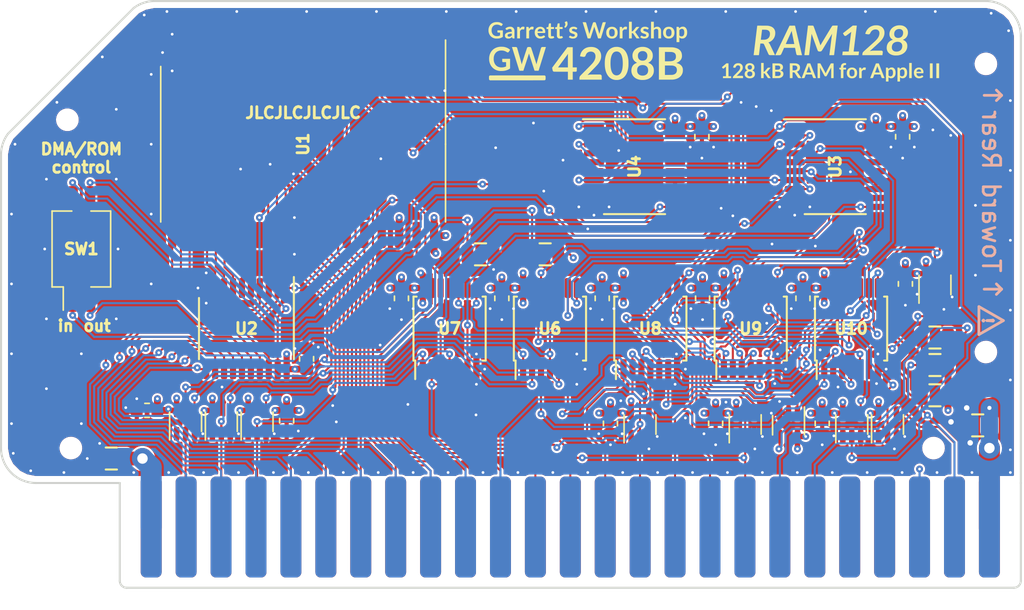
<source format=kicad_pcb>
(kicad_pcb (version 20221018) (generator pcbnew)
  (title_block (title "RAM128 (GW4208B)") (date "2021-02-24") (rev "1.0") (company "Garrett's Workshop"))
  (layers (0 "F.Cu" signal) (1 "In1.Cu" power) (2 "In2.Cu" signal) (31 "B.Cu" power) (34 "B.Paste" user) (35 "F.Paste" user) (36 "B.SilkS" user "B.Silkscreen") (37 "F.SilkS" user "F.Silkscreen") (38 "B.Mask" user) (39 "F.Mask" user) (44 "Edge.Cuts" user))
  (net 0 "")
  (net 1 "+5V")
  (net 2 "GND")
  (net 3 "/A4")
  (net 4 "/D7")
  (net 5 "/D6")
  (net 6 "/A8")
  (net 7 "/A7")
  (net 8 "/A6")
  (net 9 "/A5")
  (net 10 "/A3")
  (net 11 "/A2")
  (net 12 "/A1")
  (net 13 "/A0")
  (net 14 "/A9")
  (net 15 "/D1")
  (net 16 "/D5")
  (net 17 "/D0")
  (net 18 "/D2")
  (net 19 "/D3")
  (net 20 "/D4")
  (net 21 "/A10")
  (net 22 "+12V")
  (net 23 "-12V")
  (net 24 "-5V")
  (net 25 "/~{IOSEL}")
  (net 26 "/A11")
  (net 27 "/A12")
  (net 28 "/A13")
  (net 29 "/A14")
  (net 30 "/A15")
  (net 31 "/~{IOSTRB}")
  (net 32 "/RDY")
  (net 33 "/DMA")
  (net 34 "/~{NMI}")
  (net 35 "/~{IRQ}")
  (net 36 "/~{RES}")
  (net 37 "/~{INH}")
  (net 38 "/COLORREF")
  (net 39 "/7M")
  (net 40 "/Q3")
  (net 41 "/PHI1")
  (net 42 "/USER1")
  (net 43 "/PHI0")
  (net 44 "/~{DEVSEL}")
  (net 45 "/INTin")
  (net 46 "/DMAin")
  (net 47 "/VIDSYNC")
  (net 48 "/R~{CS}")
  (net 49 "/RA15")
  (net 50 "/RA16")
  (net 51 "/RA14")
  (net 52 "/RA12")
  (net 53 "/RD7")
  (net 54 "/RD6")
  (net 55 "/RD5")
  (net 56 "/RD4")
  (net 57 "/RD3")
  (net 58 "/RD2")
  (net 59 "/RD1")
  (net 60 "/RD0")
  (net 61 "/BankAB")
  (net 62 "/ENWR1")
  (net 63 "/ENRD")
  (net 64 "/ENWR")
  (net 65 "/ENWR1A0")
  (net 67 "/~{A0XOR1}")
  (net 68 "Net-(U10-Pad1)")
  (net 69 "Net-(U10-Pad2)")
  (net 70 "Net-(U10-Pad4)")
  (net 71 "Net-(U10-Pad5)")
  (net 72 "Net-(U10-Pad10)")
  (net 73 "Net-(U10-Pad9)")
  (net 74 "Net-(U10-Pad8)")
  (net 75 "/INHOE")
  (net 76 "Net-(U10-Pad11)")
  (net 85 "/~{A2}clk")
  (net 86 "/A2clk")
  (net 87 "/R~{W}")
  (net 88 "Net-(U19-Pad4)")
  (net 96 "/DMAout")
  (net 97 "Net-(U8-Pad11)")
  (net 98 "Net-(U9-Pad10)")
  (net 100 "Net-(R2-Pad1)")
  (net 101 "Net-(R4-Pad2)")
  (net 102 "Net-(U6-Pad11)")
  (net 103 "/RCS")
  (net 105 "/~{A1}")
  (net 106 "/~{A0}")
  (net 107 "/~{DMAout}")
  (net 108 "/~{A13}")
  (net 109 "/~{R}W")
  (net 110 "Net-(R5-Pad2)")
  (net 111 "/~{A2}")
  (footprint "stdpads:AppleIIBus_Edge" (layer "F.Cu") (at 106.68 135.382)
    (fp_text reference "J1" hide)
    (fp_text value "AppleIIBus")
  )
  (footprint "stdpads:C_0805" (layer "F.Cu") (at 136.31 127.889 180)
    (fp_text reference "C1")
    (fp_text value "10u")
  )
  (footprint "stdpads:Fiducial" (layer "F.Cu") (at 136.906 103.886 -90)
    (fp_text reference "FID3" hide)
    (fp_text value "Fiducial" hide)
  )
  (footprint "stdpads:PasteHole_1.152mm_NPTH" (layer "F.Cu") (at 70.358 129.54)
    (fp_text reference "H1")
    (fp_text value " " hide)
  )
  (footprint "stdpads:PasteHole_1.152mm_NPTH" (layer "F.Cu") (at 136.906 122.555 -90)
    (fp_text reference "H2")
    (fp_text value " " hide)
  )
  (footprint "stdpads:Fiducial" (layer "F.Cu") (at 136.906 124.841)
    (fp_text reference "FID4" hide)
    (fp_text value "Fiducial" hide)
  )
  (footprint "stdpads:C_0603" (layer "F.Cu") (at 109.6 127.75 -90)
    (fp_text reference "C4")
    (fp_text value "2u2")
  )
  (footprint "stdpads:R_0805" (layer "F.Cu") (at 133.2 123.5 180)
    (fp_text reference "R1")
    (fp_text value "3k3")
  )
  (footprint "stdpads:SOT-353" (layer "F.Cu") (at 122.55 127.85 90)
    (fp_text reference "U11")
    (fp_text value "74LVC1G126GW")
  )
  (footprint "stdpads:TSSOP-20_4.4x6.5mm_P0.65mm" (layer "F.Cu") (at 125.95 109.075 -90)
    (fp_text reference "U3")
    (fp_text value "74HCT273PW")
  )
  (footprint "stdpads:SOT-353" (layer "F.Cu") (at 127.15 127.85 -90)
    (fp_text reference "U19")
    (fp_text value "74AHCT1G04GW")
  )
  (footprint "stdpads:SOT-353" (layer "F.Cu") (at 78.7 127.65 -90)
    (fp_text reference "U13")
    (fp_text value "74AHCT1G04GW")
  )
  (footprint "stdpads:C_0603" (layer "F.Cu") (at 117.25 127.75 -90)
    (fp_text reference "C5")
    (fp_text value "2u2")
  )
  (footprint "stdpads:SOT-353" (layer "F.Cu") (at 111.75 127.85 -90)
    (fp_text reference "U15")
    (fp_text value "74AHCT1G04GW")
  )
  (footprint "stdpads:SOT-353" (layer "F.Cu") (at 119.4 127.85 -90)
    (fp_text reference "U16")
    (fp_text value "74AHCT1G04GW")
  )
  (footprint "stdpads:C_0603" (layer "F.Cu") (at 75.9 126.8 180)
    (fp_text reference "C2")
    (fp_text value "2u2")
  )
  (footprint "stdpads:SOT-353" (layer "F.Cu") (at 129.75 127.85 -90)
    (fp_text reference "U20")
    (fp_text value "74AHCT1G04GW")
  )
  (footprint "stdpads:TSSOP-14_4.4x5mm_P0.65mm" (layer "F.Cu") (at 97.9 120.85)
    (fp_text reference "U7")
    (fp_text value "74AHCT32PW")
  )
  (footprint "stdpads:TSSOP-14_4.4x5mm_P0.65mm" (layer "F.Cu") (at 127.1 120.85)
    (fp_text reference "U10")
    (fp_text value "74AHCT32PW")
  )
  (footprint "stdpads:C_0603" (layer "F.Cu") (at 116.3 118.65 -90)
    (fp_text reference "C11")
    (fp_text value "2u2")
  )
  (footprint "stdpads:TSSOP-14_4.4x5mm_P0.65mm" (layer "F.Cu") (at 119.8 120.85)
    (fp_text reference "U9")
    (fp_text value "74AHCT08PW")
  )
  (footprint "stdpads:C_0603" (layer "F.Cu") (at 94.4 118.65 -90)
    (fp_text reference "C8")
    (fp_text value "2u2")
  )
  (footprint "stdpads:TSSOP-14_4.4x5mm_P0.65mm" (layer "F.Cu") (at 112.5 120.85)
    (fp_text reference "U8")
    (fp_text value "74AHCT08PW")
  )
  (footprint "stdpads:C_0603" (layer "F.Cu") (at 101.7 118.65 -90)
    (fp_text reference "C9")
    (fp_text value "2u2")
  )
  (footprint "stdpads:TSSOP-14_4.4x5mm_P0.65mm" (layer "F.Cu") (at 105.2 120.85)
    (fp_text reference "U6")
    (fp_text value "74AHCT08PW")
  )
  (footprint "stdpads:C_0603" (layer "F.Cu") (at 123.6 118.65 -90)
    (fp_text reference "C12")
    (fp_text value "2u2")
  )
  (footprint "stdpads:C_0603" (layer "F.Cu") (at 109 118.65 -90)
    (fp_text reference "C10")
    (fp_text value "2u2")
  )
  (footprint "stdpads:C_0603" (layer "F.Cu") (at 125 127.75 -90)
    (fp_text reference "C6")
    (fp_text value "2u2")
  )
  (footprint "stdpads:SOP-32_450mil" (layer "F.Cu") (at 87.249 107.442 180)
    (fp_text reference "U1")
    (fp_text value "621024")
  )
  (footprint "stdpads:R_0805" (layer "F.Cu") (at 100.15 115.45)
    (fp_text reference "R2")
    (fp_text value "22k")
  )
  (footprint "stdpads:TSSOP-20_4.4x6.5mm_P0.65mm" (layer "F.Cu") (at 111.35 109.075 -90)
    (fp_text reference "U4")
    (fp_text value "74HCT273PW")
  )
  (footprint "stdpads:C_0603" (layer "F.Cu") (at 116.25 106.9 -90)
    (fp_text reference "C13")
    (fp_text value "2u2")
  )
  (footprint "stdpads:C_0603" (layer "F.Cu") (at 130.85 106.9 -90)
    (fp_text reference "C14")
    (fp_text value "2u2")
  )
  (footprint "stdpads:Fiducial" (layer "F.Cu") (at 67.818 129.54)
    (fp_text reference "FID1" hide)
    (fp_text value "Fiducial" hide)
  )
  (footprint "stdpads:Fiducial" (layer "F.Cu") (at 75.438 100.711 90)
    (fp_text reference "FID2" hide)
    (fp_text value "Fiducial" hide)
  )
  (footprint "stdpads:TSSOP-20_4.4x6.5mm_P0.65mm" (layer "F.Cu") (at 83.125 120.85 180)
    (fp_text reference "U2")
    (fp_text value "74HCT245PW")
  )
  (footprint "stdpads:C_0805" (layer "F.Cu") (at 73.3 130.3 180)
    (fp_text reference "C16")
    (fp_text value "10u")
  )
  (footprint "stdpads:SOT-353" (layer "F.Cu") (at 81.3 127.65 -90)
    (fp_text reference "U14")
    (fp_text value "74AHCT1G04GW")
  )
  (footprint "stdpads:SOT-353" (layer "F.Cu") (at 83.9 127.65 -90)
    (fp_text reference "U12")
    (fp_text value "74AHCT1G04GW")
  )
  (footprint "stdpads:C_0603" (layer "F.Cu") (at 86.05 127.55 -90)
    (fp_text reference "C3")
    (fp_text value "2u2")
  )
  (footprint "stdpads:C_0603" (layer "F.Cu") (at 87.5 123.05 90)
    (fp_text reference "C7")
    (fp_text value "2u2")
  )
  (footprint "stdpads:PasteHole_1.152mm_NPTH" (layer "F.Cu") (at 133.096 129.54)
    (fp_text reference "H5")
    (fp_text value " " hide)
  )
  (footprint "stdpads:SOT-353" (layer "F.Cu") (at 133.2 117.7 -90)
    (fp_text reference "U17")
    (fp_text value "74AHCT1G04GW")
  )
  (footprint "stdpads:C_0603" (layer "F.Cu") (at 131.05 117.6 -90)
    (fp_text reference "C15")
    (fp_text value "2u2")
  )
  (footprint "stdpads:R_0805" (layer "F.Cu") (at 133.2 125.7 180)
    (fp_text reference "R3")
    (fp_text value "10k")
  )
  (footprint "stdpads:R_0805" (layer "F.Cu") (at 104.85 115.45 180)
    (fp_text reference "R4")
    (fp_text value "22k")
  )
  (footprint "stdpads:PasteHole_1.152mm_NPTH" (layer "F.Cu") (at 136.906 101.6 -90)
    (fp_text reference "H3")
    (fp_text value " " hide)
  )
  (footprint "stdpads:R_0805" (layer "F.Cu") (at 133.2 121.5)
    (fp_text reference "R5")
    (fp_text value "33")
  )
  (footprint "stdpads:PasteHole_1.152mm_NPTH" (layer "F.Cu") (at 70.104 105.664 -90)
    (fp_text reference "H4")
    (fp_text value " " hide)
  )
  (footprint "stdpads:SW_DIP_SPSTx02_Slide_DSHP02TS_P1.27mm" (layer "F.Cu") (at 71.12 115.062)
    (fp_text reference "SW1")
    (fp_text value "DMA/ROM")
  )
  (footprint "LOGO" (layer "F.Cu") (at 107.95 100.838)
    (fp_text reference "G***" hide)
    (fp_text value "LOGO" hide)
  )
  (footprint "LOGO" (layer "F.Cu") (at 125.607883 100.652773)
    (fp_text reference "G***" hide)
    (fp_text value "LOGO" hide)
  )
  (gr_line (start 138.049 103.886) (end 137.668 104.267) (stroke (width 0.2)) (layer "B.SilkS"))
  (gr_line (start 138.176 120.269) (end 136.398 121.285) (stroke (width 0.2)) (layer "B.SilkS"))
  (gr_line (start 136.398 121.285) (end 136.398 119.253) (stroke (width 0.2)) (layer "B.SilkS"))
  (gr_line (start 138.049 117.983) (end 137.668 118.364) (stroke (width 0.2)) (layer "B.SilkS"))
  (gr_line (start 136.779 117.983) (end 138.049 117.983) (stroke (width 0.2)) (layer "B.SilkS"))
  (gr_line (start 138.049 103.886) (end 137.668 103.505) (stroke (width 0.2)) (layer "B.SilkS"))
  (gr_line (start 136.779 103.886) (end 138.049 103.886) (stroke (width 0.2)) (layer "B.SilkS"))
  (gr_line (start 138.049 117.983) (end 137.668 117.602) (stroke (width 0.2)) (layer "B.SilkS"))
  (gr_line (start 136.398 119.253) (end 138.176 120.269) (stroke (width 0.2)) (layer "B.SilkS"))
  (gr_line (start 138.938 139.7) (end 74.422 139.7) (stroke (width 0.15)) (layer "Edge.Cuts"))
  (gr_arc (start 74.422 139.7) (mid 74.06279 139.55121) (end 73.914 139.192) (stroke (width 0.15)) (layer "Edge.Cuts"))
  (gr_arc (start 139.446 139.192) (mid 139.29721 139.55121) (end 138.938 139.7) (stroke (width 0.15)) (layer "Edge.Cuts"))
  (gr_line (start 73.914 132.08) (end 73.914 139.192) (stroke (width 0.15)) (layer "Edge.Cuts"))
  (gr_line (start 139.446 132.08) (end 139.446 139.192) (stroke (width 0.15)) (layer "Edge.Cuts"))
  (gr_line (start 76.454 97.028) (end 136.906 97.028) (stroke (width 0.15)) (layer "Edge.Cuts"))
  (gr_arc (start 136.906 97.028) (mid 138.702051 97.771949) (end 139.446 99.568) (stroke (width 0.15)) (layer "Edge.Cuts"))
  (gr_line (start 139.446 99.568) (end 139.446 132.08) (stroke (width 0.15)) (layer "Edge.Cuts"))
  (gr_line (start 65.278 108.204) (end 65.278 129.54) (stroke (width 0.15)) (layer "Edge.Cuts"))
  (gr_line (start 67.818 132.08) (end 73.914 132.08) (stroke (width 0.15)) (layer "Edge.Cuts"))
  (gr_arc (start 74.93 97.536) (mid 75.650781 97.158344) (end 76.454 97.028) (stroke (width 0.15)) (layer "Edge.Cuts"))
  (gr_arc (start 67.818 132.08) (mid 66.021949 131.336051) (end 65.278 129.54) (stroke (width 0.15)) (layer "Edge.Cuts"))
  (gr_line (start 65.786001 106.679999) (end 74.93 97.536) (stroke (width 0.15)) (layer "Edge.Cuts"))
  (gr_arc (start 65.278 108.204) (mid 65.408345 107.400781) (end 65.786001 106.679999) (stroke (width 0.15)) (layer "Edge.Cuts"))
  (gr_text "Toward Rear" (at 137.287 110.871 270) (layer "B.SilkS") (effects (font (size 1.27 1.27) (thickness 0.2)) (justify mirror)))
  (gr_text "!" (at 137.033 120.269 270) (layer "B.SilkS") (effects (font (size 0.762 0.762) (thickness 0.1905)) (justify mirror)))
  (gr_text "in" (at 69.977 120.65) (layer "F.SilkS") (effects (font (size 0.8128 0.8128) (thickness 0.2032))))
  (gr_text "out" (at 72.263 120.65) (layer "F.SilkS") (effects (font (size 0.8128 0.8128) (thickness 0.2032))))
  (gr_text "JLCJLCJLCJLC" (at 87.249 105.156) (layer "F.SilkS") (effects (font (size 0.8128 0.8128) (thickness 0.2032))))
  (gr_text "DMA/ROM\ncontrol" (at 71.12 108.458) (layer "F.SilkS") (effects (font (size 0.8182 0.8128) (thickness 0.2032))))
  (segment (start 117.25 127) (end 118.15 127) (width 0.5) (layer "F.Cu") (net 1))
  (segment (start 117.25 127) (end 117.25 126.2) (width 0.5) (layer "F.Cu") (net 1))
  (segment (start 117.25 127) (end 116.4 127) (width 0.5) (layer "F.Cu") (net 1))
  (segment (start 103.25 117.9) (end 102.65 117.9) (width 0.45) (layer "F.Cu") (net 1))
  (segment (start 110.55 117.9) (end 110.55 116.8) (width 0.45) (layer "F.Cu") (net 1))
  (segment (start 110.55 117.9) (end 109.95 117.9) (width 0.45) (layer "F.Cu") (net 1))
  (segment (start 103.25 117.9) (end 103.25 119) (width 0.45) (layer "F.Cu") (net 1))
  (segment (start 110.55 117.9) (end 110.55 119) (width 0.45) (layer "F.Cu") (net 1))
  (segment (start 101.7 117.9) (end 102.65 117.9) (width 0.5) (layer "F.Cu") (net 1))
  (segment (start 101.7 117.9) (end 101.7 117.1) (width 0.5) (layer "F.Cu") (net 1))
  (segment (start 103.25 117.9) (end 103.25 116.8) (width 0.45) (layer "F.Cu") (net 1))
  (segment (start 101.7 117.9) (end 100.85 117.9) (width 0.5) (layer "F.Cu") (net 1))
  (segment (start 109 117.9) (end 108.15 117.9) (width 0.5) (layer "F.Cu") (net 1))
  (segment (start 109 117.9) (end 109 117.1) (width 0.5) (layer "F.Cu") (net 1))
  (segment (start 109 117.9) (end 109.95 117.9) (width 0.5) (layer "F.Cu") (net 1))
  (segment (start 95.95 117.9) (end 95.95 119) (width 0.45) (layer "F.Cu") (net 1))
  (segment (start 94.4 117.9) (end 94.4 117.1) (width 0.5) (layer "F.Cu") (net 1))
  (segment (start 94.4 117.9) (end 93.55 117.9) (width 0.5) (layer "F.Cu") (net 1))
  (segment (start 94.4 117.9) (end 95.35 117.9) (width 0.5) (layer "F.Cu") (net 1))
  (segment (start 117.85 117.9) (end 117.85 116.8) (width 0.45) (layer "F.Cu") (net 1))
  (segment (start 116.3 117.9) (end 116.3 117.1) (width 0.5) (layer "F.Cu") (net 1))
  (segment (start 123.6 117.9) (end 124.55 117.9) (width 0.5) (layer "F.Cu") (net 1))
  (segment (start 116.3 117.9) (end 115.45 117.9) (width 0.5) (layer "F.Cu") (net 1))
  (segment (start 95.95 117.9) (end 95.35 117.9) (width 0.45) (layer "F.Cu") (net 1))
  (segment (start 116.3 117.9) (end 117.25 117.9) (width 0.5) (layer "F.Cu") (net 1))
  (segment (start 117.85 117.9) (end 117.85 119) (width 0.45) (layer "F.Cu") (net 1))
  (segment (start 125.15 117.9) (end 124.55 117.9) (width 0.45) (layer "F.Cu") (net 1))
  (segment (start 125.15 117.9) (end 125.15 116.8) (width 0.45) (layer "F.Cu") (net 1))
  (segment (start 117.85 117.9) (end 117.25 117.9) (width 0.45) (layer "F.Cu") (net 1))
  (segment (start 123.6 117.9) (end 123.6 117.1) (width 0.5) (layer "F.Cu") (net 1))
  (segment (start 123.6 117.9) (end 122.75 117.9) (width 0.5) (layer "F.Cu") (net 1))
  (segment (start 125.15 117.9) (end 125.15 119) (width 0.45) (layer "F.Cu") (net 1))
  (segment (start 97.627 114.077) (end 97.612 114.092) (width 0.5) (layer "F.Cu") (net 1))
  (segment (start 97.612 114.092) (end 96.774 114.092) (width 0.5) (layer "F.Cu") (net 1))
  (segment (start 94.234 114.092) (end 94.234 112.776) (width 0.5) (layer "F.Cu") (net 1))
  (segment (start 96.774 114.092) (end 96.774 112.776) (width 0.5) (layer "F.Cu") (net 1))
  (segment (start 114.3 106.15) (end 115.4 106.15) (width 0.45) (layer "F.Cu") (net 1))
  (segment (start 116.25 106.15) (end 116.25 105.35) (width 0.5) (layer "F.Cu") (net 1))
  (segment (start 114.3 106.15) (end 113.2 106.15) (width 0.45) (layer "F.Cu") (net 1))
  (segment (start 116.25 106.15) (end 115.4 106.15) (width 0.5) (layer "F.Cu") (net 1))
  (segment (start 114.3 106.15) (end 114.3 105.55) (width 0.45) (layer "F.Cu") (net 1))
  (segment (start 116.25 106.15) (end 117.1 106.15) (width 0.5) (layer "F.Cu") (net 1))
  (segment (start 130.85 106.15) (end 131.7 106.15) (width 0.5) (layer "F.Cu") (net 1))
  (segment (start 128.9 106.15) (end 128.9 105.55) (width 0.45) (layer "F.Cu") (net 1))
  (segment (start 130.85 106.15) (end 130 106.15) (width 0.5) (layer "F.Cu") (net 1))
  (segment (start 128.9 106.15) (end 127.8 106.15) (width 0.45) (layer "F.Cu") (net 1))
  (segment (start 130.85 106.15) (end 130.85 105.35) (width 0.5) (layer "F.Cu") (net 1))
  (segment (start 128.9 106.15) (end 130 106.15) (width 0.45) (layer "F.Cu") (net 1))
  (segment (start 86.05 123.8) (end 86.05 122.7) (width 0.45) (layer "F.Cu") (net 1))
  (segment (start 86.05 123.8) (end 86.65 123.8) (width 0.45) (layer "F.Cu") (net 1))
  (segment (start 86.05 126.8) (end 85.2 126.8) (width 0.5) (layer "F.Cu") (net 1))
  (segment (start 86.05 126.8) (end 86.05 126) (width 0.5) (layer "F.Cu") (net 1))
  (segment (start 86.05 126.8) (end 86.95 126.8) (width 0.5) (layer "F.Cu") (net 1))
  (segment (start 83.25 126.8) (end 82.65 126.8) (width 0.4) (layer "F.Cu") (net 1))
  (segment (start 80.65 126.8) (end 80.05 126.8) (width 0.4) (layer "F.Cu") (net 1))
  (segment (start 80.65 126.8) (end 80.65 125.9) (width 0.4) (layer "F.Cu") (net 1))
  (segment (start 109.6 127) (end 110.5 127) (width 0.5) (layer "F.Cu") (net 1))
  (segment (start 83.25 126.8) (end 83.25 125.9) (width 0.4) (layer "F.Cu") (net 1))
  (segment (start 95.95 116.95) (end 95.95 117.9) (width 0.45) (layer "F.Cu") (net 1))
  (segment (start 131.05 116.85) (end 131.05 116.05) (width 0.5) (layer "F.Cu") (net 1))
  (segment (start 96.774 115.2525) (end 96.774 114.092) (width 0.5) (layer "F.Cu") (net 1))
  (segment (start 125 127) (end 124.15 127) (width 0.5) (layer "F.Cu") (net 1))
  (segment (start 111.1 127) (end 110.5 127) (width 0.4) (layer "F.Cu") (net 1))
  (segment (start 125 127) (end 125 126.2) (width 0.5) (layer "F.Cu") (net 1))
  (segment (start 137.16 135.382) (end 137.16 129.54) (width 1.524) (layer "F.Cu") (net 1))
  (segment (start 129.1 127) (end 128.5 127) (width 0.4) (layer "F.Cu") (net 1))
  (segment (start 76.65 126.8) (end 76.65 125.95) (width 0.5) (layer "F.Cu") (net 1))
  (segment (start 118.75 127) (end 118.75 126.2) (width 0.4) (layer "F.Cu") (net 1))
  (segment (start 125 127) (end 125.9 127) (width 0.5) (layer "F.Cu") (net 1))
  (segment (start 109.6 127) (end 109.6 126.2) (width 0.5) (layer "F.Cu") (net 1))
  (segment (start 78.05 126.8) (end 77.55 126.8) (width 0.4) (layer "F.Cu") (net 1))
  (segment (start 123.2 128.7) (end 123.2 129.6) (width 0.4) (layer "F.Cu") (net 1))
  (segment (start 132.55 116.85) (end 131.9 116.85) (width 0.4) (layer "F.Cu") (net 1))
  (segment (start 111.1 127) (end 111.1 126.1) (width 0.4) (layer "F.Cu") (net 1))
  (segment (start 95.8 116.8) (end 95.95 116.95) (width 0.45) (layer "F.Cu") (net 1))
  (segment (start 87.5 123.8) (end 86.65 123.8) (width 0.5) (layer "F.Cu") (net 1))
  (segment (start 137.16 127.889) (end 137.16 126.619) (width 0.762) (layer "F.Cu") (net 1))
  (segment (start 134.15 125.7) (end 134.15 126.8) (width 0.5) (layer "F.Cu") (net 1))
  (segment (start 123.2 128.7) (end 123.8 128.7) (width 0.4) (layer "F.Cu") (net 1))
  (segment (start 77.55 126.8) (end 77.45 126.7) (width 0.4) (layer "F.Cu") (net 1))
  (segment (start 109.6 127) (end 108.75 127) (width 0.5) (layer "F.Cu") (net 1))
  (segment (start 131.05 116.85) (end 131.9 116.85) (width 0.5) (layer "F.Cu") (net 1))
  (segment (start 132.55 116.85) (end 132.55 115.95) (width 0.4) (layer "F.Cu") (net 1))
  (segment (start 129.1 127) (end 129.1 126.15) (width 0.4) (layer "F.Cu") (net 1))
  (segment (start 77.35 126.8) (end 77.45 126.7) (width 0.5) (layer "F.Cu") (net 1))
  (segment (start 137.16 127.889) (end 137.16 129.54) (width 0.762) (layer "F.Cu") (net 1))
  (segment (start 134.15 123.5) (end 134.15 125.7) (width 0.5) (layer "F.Cu") (net 1))
  (segment (start 118.75 127) (end 118.15 127) (width 0.4) (layer "F.Cu") (net 1))
  (segment (start 106.65 115.45) (end 105.8 115.45) (width 0.15) (layer "F.Cu") (net 1))
  (segment (start 76.65 126.8) (end 77.35 126.8) (width 0.5) (layer "F.Cu") (net 1))
  (segment (start 126.5 127) (end 125.9 127) (width 0.4) (layer "F.Cu") (net 1))
  (segment (start 96.901 115.3795) (end 96.774 115.2525) (width 0.5) (layer "F.Cu") (net 1))
  (segment (start 78.05 126.8) (end 78.05 125.9) (width 0.4) (layer "F.Cu") (net 1))
  (segment (start 126.5 127) (end 126.5 126.2) (width 0.4) (layer "F.Cu") (net 1))
  (segment (start 106.9 115.7) (end 106.65 115.45) (width 0.15) (layer "F.Cu") (net 1))
  (via (at 116.4 127) (size 0.5) (drill 0.2) (layers "F.Cu" "B.Cu") (net 1))
  (via (at 117.25 126.2) (size 0.5) (drill 0.2) (layers "F.Cu" "B.Cu") (net 1))
  (via (at 109 117.1) (size 0.5) (drill 0.2) (layers "F.Cu" "B.Cu") (net 1))
  (via (at 108.15 117.9) (size 0.5) (drill 0.2) (layers "F.Cu" "B.Cu") (net 1))
  (via (at 109.95 117.9) (size 0.5) (drill 0.2) (layers "F.Cu" "B.Cu") (net 1))
  (via (at 103.25 119) (size 0.5) (drill 0.2) (layers "F.Cu" "B.Cu") (net 1))
  (via (at 103.25 116.8) (size 0.5) (drill 0.2) (layers "F.Cu" "B.Cu") (net 1))
  (via (at 101.7 117.1) (size 0.5) (drill 0.2) (layers "F.Cu" "B.Cu") (net 1))
  (via (at 110.55 119) (size 0.5) (drill 0.2) (layers "F.Cu" "B.Cu") (net 1))
  (via (at 100.85 117.9) (size 0.5) (drill 0.2) (layers "F.Cu" "B.Cu") (net 1))
  (via (at 110.55 116.8) (size 0.5) (drill 0.2) (layers "F.Cu" "B.Cu") (net 1))
  (via (at 102.65 117.9) (size 0.5) (drill 0.2) (layers "F.Cu" "B.Cu") (net 1))
  (via (at 95.95 119) (size 0.5) (drill 0.2) (layers "F.Cu" "B.Cu") (net 1))
  (via (at 94.4 117.1) (size 0.5) (drill 0.2) (layers "F.Cu" "B.Cu") (net 1))
  (via (at 125.15 116.8) (size 0.5) (drill 0.2) (layers "F.Cu" "B.Cu") (net 1))
  (via (at 115.45 117.9) (size 0.5) (drill 0.2) (layers "F.Cu" "B.Cu") (net 1))
  (via (at 123.6 117.1) (size 0.5) (drill 0.2) (layers "F.Cu" "B.Cu") (net 1))
  (via (at 116.3 117.1) (size 0.5) (drill 0.2) (layers "F.Cu" "B.Cu") (net 1))
  (via (at 93.55 117.9) (size 0.5) (drill 0.2) (layers "F.Cu" "B.Cu") (net 1))
  (via (at 95.35 117.9) (size 0.5) (drill 0.2) (layers "F.Cu" "B.Cu") (net 1))
  (via (at 117.85 119) (size 0.5) (drill 0.2) (layers "F.Cu" "B.Cu") (net 1))
  (via (at 117.85 116.8) (size 0.5) (drill 0.2) (layers "F.Cu" "B.Cu") (net 1))
  (via (at 117.25 117.9) (size 0.5) (drill 0.2) (layers "F.Cu" "B.Cu") (net 1))
  (via (at 125.15 119) (size 0.5) (drill 0.2) (layers "F.Cu" "B.Cu") (net 1))
  (via (at 122.75 117.9) (size 0.5) (drill 0.2) (layers "F.Cu" "B.Cu") (net 1))
  (via (at 124.55 117.9) (size 0.5) (drill 0.2) (layers "F.Cu" "B.Cu") (net 1))
  (via (at 97.627 114.077) (size 0.5) (drill 0.2) (layers "F.Cu" "B.Cu") (net 1))
  (via (at 94.234 112.776) (size 0.5) (drill 0.2) (layers "F.Cu" "B.Cu") (net 1))
  (via (at 96.774 112.776) (size 0.5) (drill 0.2) (layers "F.Cu" "B.Cu") (net 1))
  (via (at 115.4 106.15) (size 0.5) (drill 0.2) (layers "F.Cu" "B.Cu") (net 1))
  (via (at 116.25 105.35) (size 0.5) (drill 0.2) (layers "F.Cu" "B.Cu") (net 1))
  (via (at 113.2 106.15) (size 0.5) (drill 0.2) (layers "F.Cu" "B.Cu") (net 1))
  (via (at 117.1 106.15) (size 0.5) (drill 0.2) (layers "F.Cu" "B.Cu") (net 1))
  (via (at 114.3 105.55) (size 0.5) (drill 0.2) (layers "F.Cu" "B.Cu") (net 1))
  (via (at 128.9 105.55) (size 0.5) (drill 0.2) (layers "F.Cu" "B.Cu") (net 1))
  (via (at 131.7 106.15) (size 0.5) (drill 0.2) (layers "F.Cu" "B.Cu") (net 1))
  (via (at 127.8 106.15) (size 0.5) (drill 0.2) (layers "F.Cu" "B.Cu") (net 1))
  (via (at 130.85 105.35) (size 0.5) (drill 0.2) (layers "F.Cu" "B.Cu") (net 1))
  (via (at 130 106.15) (size 0.5) (drill 0.2) (layers "F.Cu" "B.Cu") (net 1))
  (via (at 86.05 122.7) (size 0.5) (drill 0.2) (layers "F.Cu" "B.Cu") (net 1))
  (via (at 86.65 123.8) (size 0.5) (drill 0.2) (layers "F.Cu" "B.Cu") (net 1))
  (via (at 85.2 126.8) (size 0.5) (drill 0.2) (layers "F.Cu" "B.Cu") (net 1))
  (via (at 86.95 126.8) (size 0.5) (drill 0.2) (layers "F.Cu" "B.Cu") (net 1))
  (via (at 86.05 126) (size 0.5) (drill 0.2) (layers "F.Cu" "B.Cu") (net 1))
  (via (at 80.05 126.8) (size 0.5) (drill 0.2) (layers "F.Cu" "B.Cu") (net 1))
  (via (at 80.65 125.9) (size 0.5) (drill 0.2) (layers "F.Cu" "B.Cu") (net 1))
  (via (at 82.65 126.8) (size 0.5) (drill 0.2) (layers "F.Cu" "B.Cu") (net 1))
  (via (at 126.5 126.2) (size 0.5) (drill 0.2) (layers "F.Cu" "B.Cu") (net 1))
  (via (at 76.65 125.95) (size 0.5) (drill 0.2) (layers "F.Cu" "B.Cu") (net 1))
  (via (at 123.8 128.7) (size 0.5) (drill 0.2) (layers "F.Cu" "B.Cu") (net 1))
  (via (at 137.16 126.619) (size 0.6) (drill 0.3) (layers "F.Cu" "B.Cu") (net 1))
  (via (at 83.25 125.9) (size 0.5) (drill 0.2) (layers "F.Cu" "B.Cu") (net 1))
  (via (at 106.9 115.7) (size 0.5) (drill 0.2) (layers "F.Cu" "B.Cu") (net 1))
  (via (at 95.8 116.8) (size 0.5) (drill 0.2) (layers "F.Cu" "B.Cu") (net 1))
  (via (at 125 126.2) (size 0.5) (drill 0.2) (layers "F.Cu" "B.Cu") (net 1))
  (via (at 108.75 127) (size 0.5) (drill 0.2) (layers "F.Cu" "B.Cu") (net 1))
  (via (at 118.75 126.2) (size 0.5) (drill 0.2) (layers "F.Cu" "B.Cu") (net 1))
  (via (at 111.1 126.1) (size 0.5) (drill 0.2) (layers "F.Cu" "B.Cu") (net 1))
  (via (at 134.15 126.8) (size 0.5) (drill 0.2) (layers "F.Cu" "B.Cu") (net 1))
  (via (at 109.6 126.2) (size 0.5) (drill 0.2) (layers "F.Cu" "B.Cu") (net 1))
  (via (at 124.15 127) (size 0.5) (drill 0.2) (layers "F.Cu" "B.Cu") (net 1))
  (via (at 131.9 116.85) (size 0.5) (drill 0.2) (layers "F.Cu" "B.Cu") (net 1))
  (via (at 123.2 129.6) (size 0.5) (drill 0.2) (layers "F.Cu" "B.Cu") (net 1))
  (via (at 128.5 127) (size 0.5) (drill 0.2) (layers "F.Cu" "B.Cu") (net 1))
  (via (at 96.901 115.3795) (size 0.5) (drill 0.2) (layers "F.Cu" "B.Cu") (net 1))
  (via (at 129.1 126.15) (size 0.5) (drill 0.2) (layers "F.Cu" "B.Cu") (net 1))
  (via (at 110.5 127) (size 0.5) (drill 0.2) (layers "F.Cu" "B.Cu") (net 1))
  (via (at 131.05 116.05) (size 0.5) (drill 0.2) (layers "F.Cu" "B.Cu") (net 1))
  (via (at 118.15 127) (size 0.5) (drill 0.2) (layers "F.Cu" "B.Cu") (net 1))
  (via (at 132.55 115.95) (size 0.5) (drill 0.2) (layers "F.Cu" "B.Cu") (net 1))
  (via (at 137.16 129.54) (size 1.524) (drill 0.762) (layers "F.Cu" "B.Cu") (net 1))
  (via (at 77.45 126.7) (size 0.5) (drill 0.2) (layers "F.Cu" "B.Cu") (net 1))
  (via (at 125.9 127) (size 0.5) (drill 0.2) (layers "F.Cu" "B.Cu") (net 1))
  (via (at 78.05 125.9) (size 0.5) (drill 0.2) (layers "F.Cu" "B.Cu") (net 1))
  (segment (start 137.16 126.619) (end 137.287 126.492) (width 1.016) (layer "B.Cu") (net 1))
  (segment (start 137.16 129.54) (end 137.16 126.619) (width 1.27) (layer "B.Cu") (net 1))
  (segment (start 123 112) (end 121.9 112) (width 0.45) (layer "F.Cu") (net 2))
  (segment (start 123 112) (end 123 112.6) (width 0.45) (layer "F.Cu") (net 2))
  (segment (start 123 112) (end 124.1 112) (width 0.45) (layer "F.Cu") (net 2))
  (segment (start 117.25 128.5) (end 118.1 128.5) (width 0.5) (layer "F.Cu") (net 2))
  (segment (start 117.25 128.5) (end 116.4 128.5) (width 0.5) (layer "F.Cu") (net 2))
  (segment (start 117.25 128.5) (end 117.25 129.3) (width 0.5) (layer "F.Cu") (net 2))
  (segment (start 75.15 126.8) (end 75.15 125.95) (width 0.5) (layer "F.Cu") (net 2))
  (segment (start 107.15 123.8) (end 107.15 122.7) (width 0.45) (layer "F.Cu") (net 2))
  (segment (start 107.15 123.8) (end 107.15 124.9) (width 0.45) (layer "F.Cu") (net 2))
  (segment (start 107.15 123.8) (end 107.75 123.8) (width 0.45) (layer "F.Cu") (net 2))
  (segment (start 94.4 119.4) (end 93.55 119.4) (width 0.5) (layer "F.Cu") (net 2))
  (segment (start 94.4 119.4) (end 94.4 120.2) (width 0.5) (layer "F.Cu") (net 2))
  (segment (start 99.85 123.8) (end 100.45 123.8) (width 0.45) (layer "F.Cu") (net 2))
  (segment (start 94.4 119.4) (end 95.25 119.4) (width 0.5) (layer "F.Cu") (net 2))
  (segment (start 99.85 123.8) (end 99.85 122.7) (width 0.45) (layer "F.Cu") (net 2))
  (segment (start 99.85 123.8) (end 99.85 124.9) (width 0.45) (layer "F.Cu") (net 2))
  (segment (start 116.3 119.4) (end 115.45 119.4) (width 0.5) (layer "F.Cu") (net 2))
  (segment (start 129.05 123.8) (end 129.05 122.7) (width 0.45) (layer "F.Cu") (net 2))
  (segment (start 123.6 119.4) (end 124.45 119.4) (width 0.5) (layer "F.Cu") (net 2))
  (segment (start 129.05 123.8) (end 129.65 123.8) (width 0.45) (layer "F.Cu") (net 2))
  (segment (start 123.6 119.4) (end 122.75 119.4) (width 0.5) (layer "F.Cu") (net 2))
  (segment (start 116.3 119.4) (end 116.3 120.2) (width 0.5) (layer "F.Cu") (net 2))
  (segment (start 121.75 123.8) (end 122.35 123.8) (width 0.45) (layer "F.Cu") (net 2))
  (segment (start 116.3 119.4) (end 117.15 119.4) (width 0.5) (layer "F.Cu") (net 2))
  (segment (start 121.75 123.8) (end 121.75 122.7) (width 0.45) (layer "F.Cu") (net 2))
  (segment (start 109 119.4) (end 108.15 119.4) (width 0.5) (layer "F.Cu") (net 2))
  (segment (start 109 119.4) (end 109 120.2) (width 0.5) (layer "F.Cu") (net 2))
  (segment (start 109 119.4) (end 109.85 119.4) (width 0.5) (layer "F.Cu") (net 2))
  (segment (start 101.7 119.4) (end 101.7 120.2) (width 0.5) (layer "F.Cu") (net 2))
  (segment (start 101.7 119.4) (end 102.55 119.4) (width 0.5) (layer "F.Cu") (net 2))
  (segment (start 101.7 119.4) (end 100.85 119.4) (width 0.5) (layer "F.Cu") (net 2))
  (segment (start 77.724 100.792) (end 77.724 102.108) (width 0.5) (layer "F.Cu") (net 2))
  (segment (start 77.724 100.792) (end 77.043 100.792) (width 0.5) (layer "F.Cu") (net 2))
  (segment (start 77.043 100.792) (end 77.0255 100.7745) (width 0.5) (layer "F.Cu") (net 2))
  (segment (start 77.724 100.792) (end 77.724 99.441) (width 0.5) (layer "F.Cu") (net 2))
  (segment (start 86.614 114.092) (end 86.614 112.776) (width 0.5) (layer "F.Cu") (net 2))
  (segment (start 86.614 114.092) (end 86.614 115.443) (width 0.5) (layer "F.Cu") (net 2))
  (segment (start 108.4 112) (end 109.5 112) (width 0.45) (layer "F.Cu") (net 2))
  (segment (start 108.4 112) (end 107.3 112) (width 0.45) (layer "F.Cu") (net 2))
  (segment (start 108.4 112) (end 108.4 112.6) (width 0.45) (layer "F.Cu") (net 2))
  (segment (start 116.25 107.65) (end 116.25 108.45) (width 0.5) (layer "F.Cu") (net 2))
  (segment (start 116.25 107.65) (end 117.1 107.65) (width 0.5) (layer "F.Cu") (net 2))
  (segment (start 116.25 107.65) (end 115.4 107.65) (width 0.5) (layer "F.Cu") (net 2))
  (segment (start 130.85 107.65) (end 130 107.65) (width 0.5) (layer "F.Cu") (net 2))
  (segment (start 130.85 107.65) (end 131.7 107.65) (width 0.5) (layer "F.Cu") (net 2))
  (segment (start 130.85 107.65) (end 130.85 108.45) (width 0.5) (layer "F.Cu") (net 2))
  (segment (start 80.2 117.9) (end 80.2 119) (width 0.45) (layer "F.Cu") (net 2))
  (segment (start 80.2 117.9) (end 79.6 117.9) (width 0.45) (layer "F.Cu") (net 2))
  (segment (start 80.2 117.9) (end 80.2 116.8) (width 0.45) (layer "F.Cu") (net 2))
  (segment (start 85.35 128.3) (end 85.15 128.5) (width 0.5) (layer "F.Cu") (net 2))
  (segment (start 86.05 128.3) (end 85.35 128.3) (width 0.5) (layer "F.Cu") (net 2))
  (segment (start 86.05 128.3) (end 86.9 128.3) (width 0.5) (layer "F.Cu") (net 2))
  (segment (start 81.95 128.5) (end 82.55 128.5) (width 0.4) (layer "F.Cu") (net 2))
  (segment (start 84.55 128.5) (end 85.15 128.5) (width 0.4) (layer "F.Cu") (net 2))
  (segment (start 109.6 128.5) (end 108.75 128.5) (width 0.5) (layer "F.Cu") (net 2))
  (segment (start 121.75 124.65) (end 121.75 123.8) (width 0.45) (layer "F.Cu") (net 2))
  (segment (start 130.25 129.6) (end 130.4 129.45) (width 0.4) (layer "F.Cu") (net 2))
  (segment (start 79.35 128.5) (end 79.95 128.5) (width 0.4) (layer "F.Cu") (net 2))
  (segment (start 120.05 128.7) (end 120.05 129.55) (width 0.4) (layer "F.Cu") (net 2))
  (segment (start 135.46 126.668) (end 135.509 126.619) (width 0.762) (layer "F.Cu") (net 2))
  (segment (start 114.45 122.75) (end 114.4 122.7) (width 0.45) (layer "F.Cu") (net 2))
  (segment (start 129.05 124.75) (end 129.05 123.8) (width 0.45) (layer "F.Cu") (net 2))
  (segment (start 133.85 118.55) (end 133.85 119.45) (width 0.4) (layer "F.Cu") (net 2))
  (segment (start 72.45 130.3) (end 71.55 130.3) (width 0.5) (layer "F.Cu") (net 2))
  (segment (start 109.6 128.5) (end 109.6 129.3) (width 0.5) (layer "F.Cu") (net 2))
  (segment (start 127.8 128.7) (end 128.4 128.7) (width 0.4) (layer "F.Cu") (net 2))
  (segment (start 87.5 122.3) (end 86.65 122.3) (width 0.5) (layer "F.Cu") (net 2))
  (segment (start 74.35 126.8) (end 75.15 126.8) (width 0.5) (layer "F.Cu") (net 2))
  (segment (start 131.05 118.35) (end 131.05 119.15) (width 0.5) (layer "F.Cu") (net 2))
  (segment (start 74.35 126.6) (end 74.35 126.8) (width 0.5) (layer "F.Cu") (net 2))
  (segment (start 125 128.5) (end 124.375 128.5) (width 0.4) (layer "F.Cu") (net 2))
  (segment (start 125 128.5) (end 125 129.3) (width 0.5) (layer "F.Cu") (net 2))
  (segment (start 135.763 129.159) (end 135.46 128.856) (width 0.762) (layer "F.Cu") (net 2))
  (segment (start 125.7 128.5) (end 125.85 128.65) (width 0.5) (layer "F.Cu") (net 2))
  (segment (start 88.25 122.3) (end 87.5 122.3) (width 0.5) (layer "F.Cu") (net 2))
  (segment (start 135.46 128.856) (end 135.46 127.889) (width 0.762) (layer "F.Cu") (net 2))
  (segment (start 121.9 127) (end 121.9 126.15) (width 0.4) (layer "F.Cu") (net 2))
  (segment (start 125 128.5) (end 125.7 128.5) (width 0.5) (layer "F.Cu") (net 2))
  (segment (start 101.1 115.45) (end 101.1 116.55) (width 0.15) (layer "F.Cu") (net 2))
  (segment (start 114.45 124.75) (end 114.3 124.9) (width 0.45) (layer "F.Cu") (net 2))
  (segment (start 114.45 123.8) (end 114.45 122.75) (width 0.45) (layer "F.Cu") (net 2))
  (segment (start 130.4 128.7) (end 131 128.7) (width 0.4) (layer "F.Cu") (net 2))
  (segment (start 72.45 130.3) (end 72.45 129.2) (width 0.5) (layer "F.Cu") (net 2))
  (segment (start 120.05 129.55) (end 120.1 129.6) (width 0.4) (layer "F.Cu") (net 2))
  (segment (start 128.95 124.85) (end 129.05 124.75) (width 0.45) (layer "F.Cu") (net 2))
  (segment (start 114.45 123.8) (end 114.45 124.75) (width 0.45) (layer "F.Cu") (net 2))
  (segment (start 121.55 124.85) (end 121.75 124.65) (width 0.45) (layer "F.Cu") (net 2))
  (segment (start 88.35 122.2) (end 88.25 122.3) (width 0.5) (layer "F.Cu") (net 2))
  (segment (start 135.46 127.889) (end 135.46 126.668) (width 0.762) (layer "F.Cu") (net 2))
  (segment (start 120.05 128.7) (end 120.65 128.7) (width 0.4) (layer "F.Cu") (net 2))
  (segment (start 131.05 118.35) (end 131.9 118.35) (width 0.5) (layer "F.Cu") (net 2))
  (segment (start 112.4 128.7) (end 113 128.7) (width 0.4) (layer "F.Cu") (net 2))
  (segment (start 121.9 127) (end 121.3 127) (width 0.4) (layer "F.Cu") (net 2))
  (segment (start 130.4 129.45) (end 130.4 128.7) (width 0.4) (layer "F.Cu") (net 2))
  (segment (start 134.62 127.889) (end 134.366 127.635) (width 0.762) (layer "F.Cu") (net 2))
  (segment (start 112.4 128.7) (end 112.4 129.6) (width 0.4) (layer "F.Cu") (net 2))
  (segment (start 133.85 118.55) (end 134.45 118.55) (width 0.4) (layer "F.Cu") (net 2))
  (segment (start 115.05 123.8) (end 114.45 123.8) (width 0.45) (layer "F.Cu") (net 2))
  (segment (start 109.6 128.5) (end 110.45 128.5) (width 0.5) (layer "F.Cu") (net 2))
  (segment (start 135.46 127.889) (end 134.62 127.889) (width 0.762) (layer "F.Cu") (net 2))
  (via (at 87.63 131.318) (size 0.5) (drill 0.2) (layers "F.Cu" "B.Cu") (net 2))
  (via (at 97.79 131.318) (size 0.5) (drill 0.2) (layers "F.Cu" "B.Cu") (net 2))
  (via locked (at 107.95 131.318) (size 0.5) (drill 0.2) (layers "F.Cu" "B.Cu") (net 2))
  (via locked (at 105.41 131.318) (size 0.5) (drill 0.2) (layers "F.Cu" "B.Cu") (net 2))
  (via locked (at 110.49 131.318) (size 0.5) (drill 0.2) (layers "F.Cu" "B.Cu") (net 2))
  (via locked (at 113.03 131.318) (size 0.5) (drill 0.2) (layers "F.Cu" "B.Cu") (net 2))
  (via locked (at 115.57 131.318) (size 0.5) (drill 0.2) (layers "F.Cu" "B.Cu") (net 2))
  (via locked (at 118.11 131.318) (size 0.5) (drill 0.2) (layers "F.Cu" "B.Cu") (net 2))
  (via (at 100.33 131.318) (size 0.5) (drill 0.2) (layers "F.Cu" "B.Cu") (net 2))
  (via (at 95.25 131.318) (size 0.5) (drill 0.2) (layers "F.Cu" "B.Cu") (net 2))
  (via (at 92.71 131.318) (size 0.5) (drill 0.2) (layers "F.Cu" "B.Cu") (net 2))
  (via (at 90.17 131.318) (size 0.5) (drill 0.2) (layers "F.Cu" "B.Cu") (net 2))
  (via (at 80.01 131.318) (size 0.5) (drill 0.2) (layers "F.Cu" "B.Cu") (net 2))
  (via (at 82.55 131.318) (size 0.5) (drill 0.2) (layers "F.Cu" "B.Cu") (net 2))
  (via locked (at 102.87 131.318) (size 0.5) (drill 0.2) (layers "F.Cu" "B.Cu") (net 2))
  (via (at 123.19 131.318) (size 0.5) (drill 0.2) (layers "F.Cu" "B.Cu") (net 2))
  (via (at 135.89 131.318) (size 0.5) (drill 0.2) (layers "F.Cu" "B.Cu") (net 2))
  (via (at 133.35 131.318) (size 0.5) (drill 0.2) (layers "F.Cu" "B.Cu") (net 2))
  (via (at 130.81 131.318) (size 0.5) (drill 0.2) (layers "F.Cu" "B.Cu") (net 2))
  (via (at 128.27 131.318) (size 0.5) (drill 0.2) (layers "F.Cu" "B.Cu") (net 2))
  (via (at 125.73 131.318) (size 0.5) (drill 0.2) (layers "F.Cu" "B.Cu") (net 2))
  (via (at 120.65 131.318) (size 0.5) (drill 0.2) (layers "F.Cu" "B.Cu") (net 2))
  (via (at 138.684 131.318) (size 0.5) (drill 0.2) (layers "F.Cu" "B.Cu") (net 2))
  (via locked (at 133.223 97.79) (size 0.5) (drill 0.2) (layers "F.Cu" "B.Cu") (net 2))
  (via locked (at 123.063 97.79) (size 0.5) (drill 0.2) (layers "F.Cu" "B.Cu") (net 2))
  (via locked (at 128.143 97.79) (size 0.5) (drill 0.2) (layers "F.Cu" "B.Cu") (net 2))
  (via locked (at 97.663 97.79) (size 0.5) (drill 0.2) (layers "F.Cu" "B.Cu") (net 2))
  (via locked (at 102.743 97.79) (size 0.5) (drill 0.2) (layers "F.Cu" "B.Cu") (net 2))
  (via locked (at 107.823 97.79) (size 0.5) (drill 0.2) (layers "F.Cu" "B.Cu") (net 2))
  (via locked (at 87.503 97.79) (size 0.5) (drill 0.2) (layers "F.Cu" "B.Cu") (net 2))
  (via locked (at 92.583 97.79) (size 0.5) (drill 0.2) (layers "F.Cu" "B.Cu") (net 2))
  (via locked (at 117.983 97.79) (size 0.5) (drill 0.2) (layers "F.Cu" "B.Cu") (net 2))
  (via locked (at 138.557 99.187) (size 0.5) (drill 0.2) (layers "F.Cu" "B.Cu") (net 2))
  (via locked (at 112.903 97.79) (size 0.5) (drill 0.2) (layers "F.Cu" "B.Cu") (net 2))
  (via locked (at 75.692 98.044) (size 0.5) (drill 0.2) (layers "F.Cu" "B.Cu") (net 2))
  (via (at 77.47 131.318) (size 0.5) (drill 0.2) (layers "F.Cu" "B.Cu") (net 2))
  (via locked (at 67.437 131.191) (size 0.5) (drill 0.2) (layers "F.Cu" "B.Cu") (net 2))
  (via locked (at 66.04 122.682) (size 0.5) (drill 0.2) (layers "F.Cu" "B.Cu") (net 2))
  (via (at 74.93 131.318) (size 0.5) (drill 0.2) (layers "F.Cu" "B.Cu") (net 2))
  (via locked (at 82.423 97.79) (size 0.5) (drill 0.2) (layers "F.Cu" "B.Cu") (net 2))
  (via locked (at 69.342 104.394) (size 0.5) (drill 0.2) (layers "F.Cu" "B.Cu") (net 2))
  (via locked (at 72.644 101.092) (size 0.5) (drill 0.2) (layers "F.Cu" "B.Cu") (net 2))
  (via (at 85.09 131.318) (size 0.5) (drill 0.2) (layers "F.Cu" "B.Cu") (net 2))
  (via locked (at 137.287 97.917) (size 0.5) (drill 0.2) (layers "F.Cu" "B.Cu") (net 2))
  (via locked (at 66.294 107.442) (size 0.5) (drill 0.2) (layers "F.Cu" "B.Cu") (net 2))
  (via (at 121.9 112) (size 0.5) (drill 0.2) (layers "F.Cu" "B.Cu") (net 2))
  (via (at 123 112.6) (size 0.5) (drill 0.2) (layers "F.Cu" "B.Cu") (net 2))
  (via (at 124.1 112) (size 0.5) (drill 0.2) (layers "F.Cu" "B.Cu") (net 2))
  (via (at 118.1 128.5) (size 0.5) (drill 0.2) (layers "F.Cu" "B.Cu") (net 2))
  (via (at 116.4 128.5) (size 0.5) (drill 0.2) (layers "F.Cu" "B.Cu") (net 2))
  (via (at 117.25 129.3) (size 0.5) (drill 0.2) (layers "F.Cu" "B.Cu") (net 2))
  (via (at 75.15 125.95) (size 0.5) (drill 0.2) (layers "F.Cu" "B.Cu") (net 2))
  (via (at 100.85 119.4) (size 0.5) (drill 0.2) (layers "F.Cu" "B.Cu") (net 2))
  (via (at 107.15 124.9) (size 0.5) (drill 0.2) (layers "F.Cu" "B.Cu") (net 2))
  (via (at 107.75 123.8) (size 0.5) (drill 0.2) (layers "F.Cu" "B.Cu") (net 2))
  (via (at 107.15 122.7) (size 0.5) (drill 0.2) (layers "F.Cu" "B.Cu") (net 2))
  (via (at 93.55 119.4) (size 0.5) (drill 0.2) (layers "F.Cu" "B.Cu") (net 2))
  (via (at 94.4 120.2) (size 0.5) (drill 0.2) (layers "F.Cu" "B.Cu") (net 2))
  (via (at 99.85 124.9) (size 0.5) (drill 0.2) (layers "F.Cu" "B.Cu") (net 2))
  (via (at 100.45 123.8) (size 0.5) (drill 0.2) (layers "F.Cu" "B.Cu") (net 2))
  (via (at 95.25 119.4) (size 0.5) (drill 0.2) (layers "F.Cu" "B.Cu") (net 2))
  (via (at 99.85 122.7) (size 0.5) (drill 0.2) (layers "F.Cu" "B.Cu") (net 2))
  (via (at 115.45 119.4) (size 0.5) (drill 0.2) (layers "F.Cu" "B.Cu") (net 2))
  (via (at 129.65 123.8) (size 0.5) (drill 0.2) (layers "F.Cu" "B.Cu") (net 2))
  (via (at 122.75 119.4) (size 0.5) (drill 0.2) (layers "F.Cu" "B.Cu") (net 2))
  (via (at 129.05 122.7) (size 0.5) (drill 0.2) (layers "F.Cu" "B.Cu") (net 2))
  (via (at 124.45 119.4) (size 0.5) (drill 0.2) (layers "F.Cu" "B.Cu") (net 2))
  (via (at 116.3 120.2) (size 0.5) (drill 0.2) (layers "F.Cu" "B.Cu") (net 2))
  (via (at 122.35 123.8) (size 0.5) (drill 0.2) (layers "F.Cu" "B.Cu") (net 2))
  (via (at 117.15 119.4) (size 0.5) (drill 0.2) (layers "F.Cu" "B.Cu") (net 2))
  (via (at 121.75 122.7) (size 0.5) (drill 0.2) (layers "F.Cu" "B.Cu") (net 2))
  (via (at 108.15 119.4) (size 0.5) (drill 0.2) (layers "F.Cu" "B.Cu") (net 2))
  (via (at 109 120.2) (size 0.5) (drill 0.2) (layers "F.Cu" "B.Cu") (net 2))
  (via (at 109.85 119.4) (size 0.5) (drill 0.2) (layers "F.Cu" "B.Cu") (net 2))
  (via (at 101.7 120.2) (size 0.5) (drill 0.2) (layers "F.Cu" "B.Cu") (net 2))
  (via (at 102.55 119.4) (size 0.5) (drill 0.2) (layers "F.Cu" "B.Cu") (net 2))
  (via (at 110.35 126.1) (size 0.5) (drill 0.2) (layers "F.Cu" "B.Cu") (net 2))
  (via (at 77.724 102.108) (size 0.5) (drill 0.2) (layers "F.Cu" "B.Cu") (net 2))
  (via (at 77.0255 100.7745) (size 0.5) (drill 0.2) (layers "F.Cu" "B.Cu") (net 2))
  (via (at 77.724 99.441) (size 0.5) (drill 0.2) (layers "F.Cu" "B.Cu") (net 2))
  (via (at 86.614 112.776) (size 0.5) (drill 0.2) (layers "F.Cu" "B.Cu") (net 2))
  (via (at 86.614 115.443) (size 0.5) (drill 0.2) (layers "F.Cu" "B.Cu") (net 2))
  (via (at 112 125.6) (size 0.5) (drill 0.2) (layers "F.Cu" "B.Cu") (net 2))
  (via (at 115.05 127.35) (size 0.5) (drill 0.2) (layers "F.Cu" "B.Cu") (net 2))
  (via (at 118 126.2) (size 0.5) (drill 0.2) (layers "F.Cu" "B.Cu") (net 2))
  (via (at 126.15 125.1) (size 0.5) (drill 0.2) (layers "F.Cu" "B.Cu") (net 2))
  (via locked (at 77.343 97.79) (size 0.5) (drill 0.2) (layers "F.Cu" "B.Cu") (net 2))
  (via locked (at 69.85 131.318) (size 0.5) (drill 0.2) (layers "F.Cu" "B.Cu") (net 2))
  (via (at 109.6 106.45) (size 0.5) (drill 0.2) (layers "F.Cu" "B.Cu") (net 2))
  (via (at 115.4 107.65) (size 0.5) (drill 0.2) (layers "F.Cu" "B.Cu") (net 2))
  (via (at 109.5 112) (size 0.5) (drill 0.2) (layers "F.Cu" "B.Cu") (net 2))
  (via (at 117.1 107.65) (size 0.5) (drill 0.2) (layers "F.Cu" "B.Cu") (net 2))
  (via (at 107.3 112) (size 0.5) (drill 0.2) (layers "F.Cu" "B.Cu") (net 2))
  (via (at 108.4 112.6) (size 0.5) (drill 0.2) (layers "F.Cu" "B.Cu") (net 2))
  (via (at 116.25 108.45) (size 0.5) (drill 0.2) (layers "F.Cu" "B.Cu") (net 2))
  (via (at 106.15 108.6) (size 0.5) (drill 0.2) (layers "F.Cu" "B.Cu") (net 2))
  (via (at 130.85 108.45) (size 0.5) (drill 0.2) (layers "F.Cu" "B.Cu") (net 2))
  (via (at 131.7 107.65) (size 0.5) (drill 0.2) (layers "F.Cu" "B.Cu") (net 2))
  (via (at 130 107.65) (size 0.5) (drill 0.2) (layers "F.Cu" "B.Cu") (net 2))
  (via (at 80.2 119) (size 0.5) (drill 0.2) (layers "F.Cu" "B.Cu") (net 2))
  (via (at 79.6 117.9) (size 0.5) (drill 0.2) (layers "F.Cu" "B.Cu") (net 2))
  (via (at 80.2 116.8) (size 0.5) (drill 0.2) (layers "F.Cu" "B.Cu") (net 2))
  (via (at 86.9 128.3) (size 0.5) (drill 0.2) (layers "F.Cu" "B.Cu") (net 2))
  (via (at 82.55 128.5) (size 0.5) (drill 0.2) (layers "F.Cu" "B.Cu") (net 2))
  (via (at 79.95 128.5) (size 0.5) (drill 0.2) (layers "F.Cu" "B.Cu") (net 2))
  (via (at 85.15 128.5) (size 0.5) (drill 0.2) (layers "F.Cu" "B.Cu") (net 2))
  (via locked (at 104 105.9) (size 0.5) (drill 0.2) (layers "F.Cu" "B.Cu") (net 2))
  (via locked (at 101.25 107.7) (size 0.5) (drill 0.2) (layers "F.Cu" "B.Cu") (net 2))
  (via locked (at 97.55 103.55) (size 0.5) (drill 0.2) (layers "F.Cu" "B.Cu") (net 2))
  (via (at 127.05 109.45) (size 0.5) (drill 0.2) (layers "F.Cu" "B.Cu") (net 2))
  (via locked (at 76.2 107.442) (size 0.5) (drill 0.2) (layers "F.Cu" "B.Cu") (net 2))
  (via locked (at 92.85 122.05) (size 0.5) (drill 0.2) (layers "F.Cu" "B.Cu") (net 2))
  (via locked (at 88.5 119.1) (size 0.5) (drill 0.2) (layers "F.Cu" "B.Cu") (net 2))
  (via locked (at 82.7 109.25) (size 0.5) (drill 0.2) (layers "F.Cu" "B.Cu") (net 2))
  (via locked (at 84.85 108.9) (size 0.5) (drill 0.2) (layers "F.Cu" "B.Cu") (net 2))
  (via locked (at 86.55 109.6) (size 0.5) (drill 0.2) (layers "F.Cu" "B.Cu") (net 2))
  (via locked (at 92.9 108.5) (size 0.5) (drill 0.2) (layers "F.Cu" "B.Cu") (net 2))
  (via (at 124.5 114.85) (size 0.5) (drill 0.2) (layers "F.Cu" "B.Cu") (net 2))
  (via (at 121.35 114.7) (size 0.5) (drill 0.2) (layers "F.Cu" "B.Cu") (net 2))
  (via (at 107.95 113.6) (size 0.5) (drill 0.2) (layers "F.Cu" "B.Cu") (net 2))
  (via (at 81.35 125.1) (size 0.5) (drill 0.2) (layers "F.Cu" "B.Cu") (net 2))
  (via (at 124.85 122.4) (size 0.5) (drill 0.2) (layers "F.Cu" "B.Cu") (net 2))
  (via (at 120.2 104.7) (size 0.5) (drill 0.2) (layers "F.Cu" "B.Cu") (net 2))
  (via (at 119.1 104.4) (size 0.5) (drill 0.2) (layers "F.Cu" "B.Cu") (net 2))
  (via (at 121.3 105) (size 0.5) (drill 0.2) (layers "F.Cu" "B.Cu") (net 2))
  (via (at 110.2 107.9) (size 0.5) (drill 0.2) (layers "F.Cu" "B.Cu") (net 2))
  (via locked (at 66.167 129.921) (size 0.5) (drill 0.2) (layers "F.Cu" "B.Cu") (net 2))
  (via locked (at 66.04 117.602) (size 0.5) (drill 0.2) (layers "F.Cu" "B.Cu") (net 2))
  (via locked (at 66.04 112.522) (size 0.5) (drill 0.2) (layers "F.Cu" "B.Cu") (net 2))
  (via locked (at 66.04 127.762) (size 0.5) (drill 0.2) (layers "F.Cu" "B.Cu") (net 2))
  (via locked (at 138.684 104.267) (size 0.5) (drill 0.2) (layers "F.Cu" "B.Cu") (net 2))
  (via locked (at 138.684 109.347) (size 0.5) (drill 0.2) (layers "F.Cu" "B.Cu") (net 2))
  (via locked (at 138.684 114.427) (size 0.5) (drill 0.2) (layers "F.Cu" "B.Cu") (net 2))
  (via locked (at 138.684 119.507) (size 0.5) (drill 0.2) (layers "F.Cu" "B.Cu") (net 2))
  (via locked (at 138.684 124.587) (size 0.5) (drill 0.2) (layers "F.Cu" "B.Cu") (net 2))
  (via locked (at 138.684 129.667) (size 0.5) (drill 0.2) (layers "F.Cu" "B.Cu") (net 2))
  (via locked (at 68.58 125.222) (size 0.5) (drill 0.2) (layers "F.Cu" "B.Cu") (net 2))
  (via locked (at 68.453 115.062) (size 0.5) (drill 0.2) (layers "F.Cu" "B.Cu") (net 2))
  (via locked (at 68.58 109.982) (size 0.5) (drill 0.2) (layers "F.Cu" "B.Cu") (net 2))
  (via locked (at 68.58 120.142) (size 0.5) (drill 0.2) (layers "F.Cu" "B.Cu") (net 2))
  (via locked (at 71.12 122.682) (size 0.5) (drill 0.2) (layers "F.Cu" "B.Cu") (net 2))
  (via locked (at 71.12 127.762) (size 0.5) (drill 0.2) (layers "F.Cu" "B.Cu") (net 2))
  (via locked (at 73.66 120.142) (size 0.5) (drill 0.2) (layers "F.Cu" "B.Cu") (net 2))
  (via locked (at 73.66 109.982) (size 0.5) (drill 0.2) (layers "F.Cu" "B.Cu") (net 2))
  (via locked (at 73.787 115.062) (size 0.5) (drill 0.2) (layers "F.Cu" "B.Cu") (net 2))
  (via locked (at 76.2 112.522) (size 0.5) (drill 0.2) (layers "F.Cu" "B.Cu") (net 2))
  (via locked (at 76.2 117.602) (size 0.5) (drill 0.2) (layers "F.Cu" "B.Cu") (net 2))
  (via locked (at 73.66 104.902) (size 0.5) (drill 0.2) (layers "F.Cu" "B.Cu") (net 2))
  (via locked (at 76.2 102.362) (size 0.5) (drill 0.2) (layers "F.Cu" "B.Cu") (net 2))
  (via (at 133.05 106.4) (size 0.5) (drill 0.2) (layers "F.Cu" "B.Cu") (net 2))
  (via (at 134.35 106.8) (size 0.5) (drill 0.2) (layers "F.Cu" "B.Cu") (net 2))
  (via (at 118.5 112.65) (size 0.5) (drill 0.2) (layers "F.Cu" "B.Cu") (net 2))
  (via (at 117.65 112.1) (size 0.5) (drill 0.2) (layers "F.Cu" "B.Cu") (net 2))
  (via locked (at 136.144 111.887) (size 0.5) (drill 0.2) (layers "F.Cu" "B.Cu") (net 2))
  (via locked (at 136.144 116.967) (size 0.5) (drill 0.2) (layers "F.Cu" "B.Cu") (net 2))
  (via locked (at 99.822 127.127) (size 0.5) (drill 0.2) (layers "F.Cu" "B.Cu") (net 2))
  (via locked (at 94.869 126.365) (size 0.5) (drill 0.2) (layers "F.Cu" "B.Cu") (net 2))
  (via locked (at 104.75 110.85) (size 0.5) (drill 0.2) (layers "F.Cu" "B.Cu") (net 2))
  (via locked (at 89.662 127.635) (size 0.5) (drill 0.2) (layers "F.Cu" "B.Cu") (net 2))
  (via locked (at 89.4 126.45) (size 0.5) (drill 0.2) (layers "F.Cu" "B.Cu") (net 2))
  (via (at 86.65 122.3) (size 0.5) (drill 0.2) (layers "F.Cu" "B.Cu") (net 2))
  (via (at 114.3 124.9) (size 0.5) (drill 0.2) (layers "F.Cu" "B.Cu") (net 2))
  (via (at 121.3 127) (size 0.5) (drill 0.2) (layers "F.Cu" "B.Cu") (net 2))
  (via (at 125 129.3) (size 0.5) (drill 0.2) (layers "F.Cu" "B.Cu") (net 2))
  (via (at 130.25 129.6) (size 0.5) (drill 0.2) (layers "F.Cu" "B.Cu") (net 2))
  (via (at 133.85 119.45) (size 0.5) (drill 0.2) (layers "F.Cu" "B.Cu") (net 2))
  (via (at 114.4 122.7) (size 0.5) (drill 0.2) (layers "F.Cu" "B.Cu") (net 2))
  (via (at 120.65 128.7) (size 0.5) (drill 0.2) (layers "F.Cu" "B.Cu") (net 2))
  (via (at 74.35 126.6) (size 0.5) (drill 0.2) (layers "F.Cu" "B.Cu") (net 2))
  (via (at 72.45 129.2) (size 0.5) (drill 0.2) (layers "F.Cu" "B.Cu") (net 2))
  (via (at 71.55 130.3) (size 0.5) (drill 0.2) (layers "F.Cu" "B.Cu") (net 2))
  (via (at 135.763 129.159) (size 0.8) (drill 0.4) (layers "F.Cu" "B.Cu") (net 2))
  (via (at 125.85 128.65) (size 0.5) (drill 0.2) (layers "F.Cu" "B.Cu") (net 2))
  (via (at 134.366 127.635) (size 0.8) (drill 0.4) (layers "F.Cu" "B.Cu") (net 2))
  (via (at 108.75 128.5) (size 0.5) (drill 0.2) (layers "F.Cu" "B.Cu") (net 2))
  (via (at 128.95 124.85) (size 0.5) (drill 0.2) (layers "F.Cu" "B.Cu") (net 2))
  (via (at 131.05 119.15) (size 0.5) (drill 0.2) (layers "F.Cu" "B.Cu") (net 2))
  (via (at 131.9 118.35) (size 0.5) (drill 0.2) (layers "F.Cu" "B.Cu") (net 2))
  (via (at 101.1 116.55) (size 0.5) (drill 0.2) (layers "F.Cu" "B.Cu") (net 2))
  (via (at 120.9675 120.4595) (size 0.5) (drill 0.2) (layers "F.Cu" "B.Cu") (net 2))
  (via (at 128.4 128.7) (size 0.5) (drill 0.2) (layers "F.Cu" "B.Cu") (net 2))
  (via (at 120.1 129.6) (size 0.5) (drill 0.2) (layers "F.Cu" "B.Cu") (net 2))
  (via (at 134.45 118.55) (size 0.5) (drill 0.2) (layers "F.Cu" "B.Cu") (net 2))
  (via (at 113 128.7) (size 0.5) (drill 0.2) (layers "F.Cu" "B.Cu") (net 2))
  (via (at 121.9 126.15) (size 0.5) (drill 0.2) (layers "F.Cu" "B.Cu") (net 2))
  (via (at 115.05 123.8) (size 0.5) (drill 0.2) (layers "F.Cu" "B.Cu") (net 2))
  (via (at 109.6 129.3) (size 0.5) (drill 0.2) (layers "F.Cu" "B.Cu") (net 2))
  (via (at 88.35 122.2) (size 0.5) (drill 0.2) (layers "F.Cu" "B.Cu") (net 2))
  (via (at 121.55 124.85) (size 0.5) (drill 0.2) (layers "F.Cu" "B.Cu") (net 2))
  (via (at 110.45 128.5) (size 0.5) (drill 0.2) (layers "F.Cu" "B.Cu") (net 2))
  (via (at 112.4 129.6) (size 0.5) (drill 0.2) (layers "F.Cu" "B.Cu") (net 2))
  (via (at 131 128.7) (size 0.5) (drill 0.2) (layers "F.Cu" "B.Cu") (net 2))
  (via (at 135.509 126.619) (size 0.8) (drill 0.4) (layers "F.Cu" "B.Cu") (net 2))
  (segment (start 137.16 135.382) (end 137.16 131.445) (width 1.524) (layer "B.Cu") (net 2))
  (segment (start 87.884 114.092) (end 87.884 115.334) (width 0.15) (layer "F.Cu") (net 3))
  (segment (start 88.9 130.85) (end 88.9 135.282) (width 0.15) (layer "F.Cu") (net 3))
  (segment (start 90.2 129.55) (end 88.9 130.85) (width 0.15) (layer "F.Cu") (net 3))
  (segment (start 87.884 115.334) (end 90.2 117.65) (width 0.15) (layer "F.Cu") (net 3))
  (segment (start 90.2 117.65) (end 90.2 129.55) (width 0.15) (layer "F.Cu") (net 3))
  (segment (start 79.65 123.8) (end 79.55 123.7) (width 0.15) (layer "F.Cu") (net 4))
  (segment (start 80.2 123.8) (end 79.65 123.8) (width 0.15) (layer "F.Cu") (net 4))
  (via (at 79.55 123.7) (size 0.5) (drill 0.2) (layers "F.Cu" "B.Cu") (net 4))
  (segment (start 77.6 127.2) (end 74.25 127.2) (width 0.15) (layer "B.Cu") (net 4))
  (segment (start 73.85 126.8) (end 73.85 125.95) (width 0.15) (layer "B.Cu") (net 4))
  (segment (start 73.85 125.95) (end 76.1 123.7) (width 0.15) (layer "B.Cu") (net 4))
  (segment (start 96.52 135.282) (end 96.52 131.191) (width 0.15) (layer "B.Cu") (net 4))
  (segment (start 79.4 129) (end 77.6 127.2) (width 0.15) (layer "B.Cu") (net 4))
  (segment (start 96.52 131.191) (end 94.329 129) (width 0.15) (layer "B.Cu") (net 4))
  (segment (start 76.1 123.7) (end 79.55 123.7) (width 0.15) (layer "B.Cu") (net 4))
  (segment (start 74.25 127.2) (end 73.85 126.8) (width 0.15) (layer "B.Cu") (net 4))
  (segment (start 94.329 129) (end 79.4 129) (width 0.15) (layer "B.Cu") (net 4))
  (segment (start 80.85 122.9) (end 80.85 123.8) (width 0.15) (layer "F.Cu") (net 5))
  (segment (start 80.6 122.65) (end 80.85 122.9) (width 0.15) (layer "F.Cu") (net 5))
  (segment (start 79.2 122.65) (end 80.6 122.65) (width 0.15) (layer "F.Cu") (net 5))
  (segment (start 78.65 123.2) (end 79.2 122.65) (width 0.15) (layer "F.Cu") (net 5))
  (via (at 78.65 123.2) (size 0.5) (drill 0.2) (layers "F.Cu" "B.Cu") (net 5))
  (segment (start 73.55 126.95) (end 73.55 125.8) (width 0.15) (layer "B.Cu") (net 5))
  (segment (start 78.45 123.4) (end 75.95 123.4) (width 0.15) (layer "B.Cu") (net 5))
  (segment (start 93.98 131.191) (end 93.98 135.282) (width 0.15) (layer "B.Cu") (net 5))
  (segment (start 92.089 129.3) (end 93.98 131.191) (width 0.15) (layer "B.Cu") (net 5))
  (segment (start 79.275 129.3) (end 92.089 129.3) (width 0.15) (layer "B.Cu") (net 5))
  (segment (start 73.55 126.95) (end 74.1 127.5) (width 0.15) (layer "B.Cu") (net 5))
  (segment (start 75.95 123.4) (end 73.55 125.8) (width 0.15) (layer "B.Cu") (net 5))
  (segment (start 74.1 127.5) (end 77.475 127.5) (width 0.15) (layer "B.Cu") (net 5))
  (segment (start 77.475 127.5) (end 79.275 129.3) (width 0.15) (layer "B.Cu") (net 5))
  (segment (start 78.65 123.2) (end 78.45 123.4) (width 0.15) (layer "B.Cu") (net 5))
  (segment (start 99.06 131.191) (end 99.06 135.282) (width 0.15) (layer "F.Cu") (net 6))
  (segment (start 98.369 130.5) (end 99.06 131.191) (width 0.15) (layer "F.Cu") (net 6))
  (segment (start 90.424 115.324) (end 91.4 116.3) (width 0.15) (layer "F.Cu") (net 6))
  (segment (start 91.4 116.3) (end 91.4 127.2) (width 0.15) (layer "F.Cu") (net 6))
  (segment (start 90.424 114.092) (end 90.424 115.324) (width 0.15) (layer "F.Cu") (net 6))
  (segment (start 91.4 127.2) (end 94.7 130.5) (width 0.15) (layer "F.Cu") (net 6))
  (segment (start 94.7 130.5) (end 98.369 130.5) (width 0.15) (layer "F.Cu") (net 6))
  (segment (start 91.1 116.65) (end 89.789 115.339) (width 0.15) (layer "F.Cu") (net 7))
  (segment (start 89.789 110.363) (end 87.884 108.458) (width 0.15) (layer "F.Cu") (net 7))
  (segment (start 96.129 130.8) (end 94.55 130.8) (width 0.15) (layer "F.Cu") (net 7))
  (segment (start 96.52 135.282) (end 96.52 131.191) (width 0.15) (layer "F.Cu") (net 7))
  (segment (start 87.884 108.458) (end 87.884 100.792) (width 0.15) (layer "F.Cu") (net 7))
  (segment (start 91.1 127.35) (end 91.1 116.65) (width 0.15) (layer "F.Cu") (net 7))
  (segment (start 94.55 130.8) (end 91.1 127.35) (width 0.15) (layer "F.Cu") (net 7))
  (segment (start 96.52 131.191) (end 96.129 130.8) (width 0.15) (layer "F.Cu") (net 7))
  (segment (start 89.789 115.339) (end 89.789 110.363) (width 0.15) (layer "F.Cu") (net 7))
  (segment (start 90.8 127.5) (end 93.98 130.68) (width 0.15) (layer "F.Cu") (net 8))
  (segment (start 93.98 130.68) (end 93.98 135.282) (width 0.15) (layer "F.Cu") (net 8))
  (segment (start 90.8 116.95) (end 90.8 127.5) (width 0.15) (layer "F.Cu") (net 8))
  (segment (start 89.154 115.304) (end 90.8 116.95) (width 0.15) (layer "F.Cu") (net 8))
  (segment (start 89.154 114.092) (end 89.154 115.304) (width 0.15) (layer "F.Cu") (net 8))
  (segment (start 91.44 128.59) (end 90.5 127.65) (width 0.15) (layer "F.Cu") (net 9))
  (segment (start 90.5 127.65) (end 90.5 117.3) (width 0.15) (layer "F.Cu") (net 9))
  (segment (start 88.519 115.319) (end 88.519 110.871) (width 0.15) (layer "F.Cu") (net 9))
  (segment (start 91.44 135.282) (end 91.44 128.59) (width 0.15) (layer "F.Cu") (net 9))
  (segment (start 86.614 108.966) (end 86.614 100.792) (width 0.15) (layer "F.Cu") (net 9))
  (segment (start 90.5 117.3) (end 88.519 115.319) (width 0.15) (layer "F.Cu") (net 9))
  (segment (start 88.519 110.871) (end 86.614 108.966) (width 0.15) (layer "F.Cu") (net 9))
  (segment (start 108.4 107.45) (end 107.3 107.45) (width 0.15) (layer "F.Cu") (net 10))
  (segment (start 97.406 99.277) (end 98.05 99.921) (width 0.15) (layer "F.Cu") (net 10))
  (segment (start 87.249 110.998) (end 87.249 115.299) (width 0.15) (layer "F.Cu") (net 10))
  (segment (start 110.1 106.65) (end 109.3 107.45) (width 0.15) (layer "F.Cu") (net 10))
  (segment (start 85.344 99.695) (end 85.762 99.277) (width 0.15) (layer "F.Cu") (net 10))
  (segment (start 87.249 115.299) (end 89.9 117.95) (width 0.15) (layer "F.Cu") (net 10))
  (segment (start 89.9 126.65) (end 86.36 130.19) (width 0.15) (layer "F.Cu") (net 10))
  (segment (start 85.344 100.792) (end 85.344 109.093) (width 0.15) (layer "F.Cu") (net 10))
  (segment (start 98.05 99.921) (end 98.05 102.5) (width 0.15) (layer "F.Cu") (net 10))
  (segment (start 109.75 104.6) (end 110.1 104.95) (width 0.15) (layer "F.Cu") (net 10))
  (segment (start 110.1 104.95) (end 110.1 106.65) (width 0.15) (layer "F.Cu") (net 10))
  (segment (start 100.15 104.6) (end 109.75 104.6) (width 0.15) (layer "F.Cu") (net 10))
  (segment (start 89.9 117.95) (end 89.9 126.65) (width 0.15) (layer "F.Cu") (net 10))
  (segment (start 109.3 107.45) (end 108.4 107.45) (width 0.15) (layer "F.Cu") (net 10))
  (segment (start 85.344 109.093) (end 87.249 110.998) (width 0.15) (layer "F.Cu") (net 10))
  (segment (start 86.36 130.19) (end 86.36 135.282) (width 0.15) (layer "F.Cu") (net 10))
  (segment (start 85.762 99.277) (end 97.406 99.277) (width 0.15) (layer "F.Cu") (net 10))
  (segment (start 98.05 102.5) (end 100.15 104.6) (width 0.15) (layer "F.Cu") (net 10))
  (segment (start 85.344 100.792) (end 85.344 99.695) (width 0.15) (layer "F.Cu") (net 10))
  (segment (start 121.9 107.45) (end 123 107.45) (width 0.15) (layer "F.Cu") (net 10))
  (via (at 107.3 107.45) (size 0.5) (drill 0.2) (layers "F.Cu" "B.Cu") (net 10))
  (via (at 121.9 107.45) (size 0.5) (drill 0.2) (layers "F.Cu" "B.Cu") (net 10))
  (segment (start 121.9 107.45) (end 120.35 109) (width 0.15) (layer "B.Cu") (net 10))
  (segment (start 108.85 109) (end 107.3 107.45) (width 0.15) (layer "B.Cu") (net 10))
  (segment (start 120.35 109) (end 108.85 109) (width 0.15) (layer "B.Cu") (net 10))
  (segment (start 83.9 128.5) (end 83.9 127.6) (width 0.15) (layer "F.Cu") (net 11))
  (segment (start 83.9 127.9) (end 83.9 135.202) (width 0.15) (layer "F.Cu") (net 11))
  (segment (start 85.979 110.744) (end 84.074 108.839) (width 0.15) (layer "F.Cu") (net 11))
  (segment (start 86.4 115.942) (end 85.979 115.521) (width 0.15) (layer "F.Cu") (net 11))
  (segment (start 83.9 135.202) (end 83.82 135.282) (width 0.15) (layer "F.Cu") (net 11))
  (segment (start 87.3045 115.942) (end 86.4 115.942) (width 0.15) (layer "F.Cu") (net 11))
  (segment (start 85.979 115.521) (end 85.979 110.744) (width 0.15) (layer "F.Cu") (net 11))
  (segment (start 89.6 118.2375) (end 87.3045 115.942) (width 0.15) (layer "F.Cu") (net 11))
  (segment (start 89.6 125.1) (end 89.6 118.2375) (width 0.15) (layer "F.Cu") (net 11))
  (segment (start 84.074 108.839) (end 84.074 100.792) (width 0.15) (layer "F.Cu") (net 11))
  (segment (start 89.4 125.3) (end 89.6 125.1) (width 0.15) (layer "F.Cu") (net 11))
  (segment (start 97.9 123.8) (end 97.9 122.7) (width 0.15) (layer "F.Cu") (net 11))
  (via (at 83.9 127.6) (size 0.5) (drill 0.2) (layers "F.Cu" "B.Cu") (net 11))
  (via (at 97.9 122.7) (size 0.5) (drill 0.2) (layers "F.Cu" "B.Cu") (net 11))
  (via (at 89.4 125.3) (size 0.5) (drill 0.2) (layers "F.Cu" "B.Cu") (net 11))
  (segment (start 89.4 125.3) (end 89.4 125.7) (width 0.15) (layer "B.Cu") (net 11))
  (segment (start 89.4 125.3) (end 89.4 125.025) (width 0.15) (layer "B.Cu") (net 11))
  (segment (start 89.625 124.8) (end 94.05 124.8) (width 0.15) (layer "B.Cu") (net 11))
  (segment (start 87.5 127.6) (end 83.9 127.6) (width 0.15) (layer "B.Cu") (net 11))
  (segment (start 96.85 122.5) (end 97.7 122.5) (width 0.15) (layer "B.Cu") (net 11))
  (segment (start 96.15 123.2) (end 96.85 122.5) (width 0.15) (layer "B.Cu") (net 11))
  (segment (start 89.4 125.025) (end 89.625 124.8) (width 0.15) (layer "B.Cu") (net 11))
  (segment (start 95.65 123.2) (end 96.15 123.2) (width 0.15) (layer "B.Cu") (net 11))
  (segment (start 94.05 124.8) (end 95.65 123.2) (width 0.15) (layer "B.Cu") (net 11))
  (segment (start 97.7 122.5) (end 97.9 122.7) (width 0.15) (layer "B.Cu") (net 11))
  (segment (start 89.4 125.7) (end 87.5 127.6) (width 0.15) (layer "B.Cu") (net 11))
  (segment (start 81.3 127.9) (end 81.3 135.262) (width 0.15) (layer "F.Cu") (net 12))
  (segment (start 81.3 127.65) (end 81.3 127.6) (width 0.15) (layer "F.Cu") (net 12))
  (segment (start 81.3 128.5) (end 81.3 127.65) (width 0.15) (layer "F.Cu") (net 12))
  (segment (start 86.143 116.242) (end 85.344 115.443) (width 0.15) (layer "F.Cu") (net 12))
  (segment (start 83.439 99.695) (end 83.439 108.712) (width 0.15) (layer "F.Cu") (net 12))
  (segment (start 88.7 124.1) (end 89.3 123.5) (width 0.15) (layer "F.Cu") (net 12))
  (segment (start 86.992 116.242) (end 86.143 116.242) (width 0.15) (layer "F.Cu") (net 12))
  (segment (start 84.157 98.977) (end 83.439 99.695) (width 0.15) (layer "F.Cu") (net 12))
  (segment (start 89.3 118.55) (end 86.992 116.242) (width 0.15) (layer "F.Cu") (net 12))
  (segment (start 108.4 108.1) (end 109.3 108.1) (width 0.15) (layer "F.Cu") (net 12))
  (segment (start 98.35 99.771) (end 97.556 98.977) (width 0.15) (layer "F.Cu") (net 12))
  (segment (start 89.3 123.5) (end 89.3 118.55) (width 0.15) (layer "F.Cu") (net 12))
  (segment (start 98.35 102.35) (end 98.35 99.771) (width 0.15) (layer "F.Cu") (net 12))
  (segment (start 110.4 104.8) (end 109.9 104.3) (width 0.15) (layer "F.Cu") (net 12))
  (segment (start 105.85 124.9) (end 105.85 123.8) (width 0.15) (layer "F.Cu") (net 12))
  (segment (start 97.556 98.977) (end 84.157 98.977) (width 0.15) (layer "F.Cu") (net 12))
  (segment (start 109.3 108.1) (end 110.4 107) (width 0.15) (layer "F.Cu") (net 12))
  (segment (start 109.9 104.3) (end 100.3 104.3) (width 0.15) (layer "F.Cu") (net 12))
  (segment (start 110.4 107) (end 110.4 104.8) (width 0.15) (layer "F.Cu") (net 12))
  (segment (start 83.439 108.712) (end 85.344 110.617) (width 0.15) (layer "F.Cu") (net 12))
  (segment (start 85.344 115.443) (end 85.344 114.092) (width 0.15) (layer "F.Cu") (net 12))
  (segment (start 100.3 104.3) (end 98.35 102.35) (width 0.15) (layer "F.Cu") (net 12))
  (segment (start 81.3 135.262) (end 81.28 135.282) (width 0.15) (layer "F.Cu") (net 12))
  (segment (start 85.344 110.617) (end 85.344 114.092) (width 0.15) (layer "F.Cu") (net 12))
  (via (at 81.3 127.6) (size 0.5) (drill 0.2) (layers "F.Cu" "B.Cu") (net 12))
  (via (at 105.85 124.9) (size 0.5) (drill 0.2) (layers "F.Cu" "B.Cu") (net 12))
  (via (at 88.7 124.1) (size 0.5) (drill 0.2) (layers "F.Cu" "B.Cu") (net 12))
  (segment (start 85.1 124.9) (end 84.8 124.6) (width 0.15) (layer "B.Cu") (net 12))
  (segment (start 101.4 124.05) (end 105 124.05) (width 0.15) (layer "B.Cu") (net 12))
  (segment (start 89 124.1) (end 89.2 123.9) (width 0.15) (layer "B.Cu") (net 12))
  (segment (start 87.675 124.9) (end 85.1 124.9) (width 0.15) (layer "B.Cu") (net 12))
  (segment (start 88.475 124.1) (end 87.675 124.9) (width 0.15) (layer "B.Cu") (net 12))
  (segment (start 88.7 124.1) (end 89 124.1) (width 0.15) (layer "B.Cu") (net 12))
  (segment (start 100.6 123.25) (end 101.4 124.05) (width 0.15) (layer "B.Cu") (net 12))
  (segment (start 84.8 124.6) (end 82.55 124.6) (width 0.15) (layer "B.Cu") (net 12))
  (segment (start 93.6 123.9) (end 95.6 121.9) (width 0.15) (layer "B.Cu") (net 12))
  (segment (start 82.55 124.6) (end 81.45 125.7) (width 0.15) (layer "B.Cu") (net 12))
  (segment (start 105 124.05) (end 105.85 124.9) (width 0.15) (layer "B.Cu") (net 12))
  (segment (start 81.45 127.45) (end 81.3 127.6) (width 0.15) (layer "B.Cu") (net 12))
  (segment (start 95.6 121.9) (end 98.25 121.9) (width 0.15) (layer "B.Cu") (net 12))
  (segment (start 81.45 125.7) (end 81.45 127.45) (width 0.15) (layer "B.Cu") (net 12))
  (segment (start 98.25 121.9) (end 99.6 123.25) (width 0.15) (layer "B.Cu") (net 12))
  (segment (start 88.7 124.1) (end 88.475 124.1) (width 0.15) (layer "B.Cu") (net 12))
  (segment (start 99.6 123.25) (end 100.6 123.25) (width 0.15) (layer "B.Cu") (net 12))
  (segment (start 89.2 123.9) (end 93.6 123.9) (width 0.15) (layer "B.Cu") (net 12))
  (segment (start 108.4 110.05) (end 107.3 110.05) (width 0.15) (layer "F.Cu") (net 13))
  (segment (start 84.709 110.49) (end 82.804 108.585) (width 0.15) (layer "F.Cu") (net 13))
  (segment (start 78.7 127.9) (end 78.7 135.242) (width 0.15) (layer "F.Cu") (net 13))
  (segment (start 98.65 99.6) (end 98.65 102.2) (width 0.15) (layer "F.Cu") (net 13))
  (segment (start 123 110.05) (end 121.55 110.05) (width 0.15) (layer "F.Cu") (net 13))
  (segment (start 84.709 115.601) (end 84.709 110.49) (width 0.15) (layer "F.Cu") (net 13))
  (segment (start 105.85 120.55) (end 105.2 121.2) (width 0.15) (layer "F.Cu") (net 13))
  (segment (start 105.85 117.9) (end 105.85 120.55) (width 0.15) (layer "F.Cu") (net 13))
  (segment (start 105.2 121.2) (end 105.2 122.7) (width 0.15) (layer "F.Cu") (net 13))
  (segment (start 110.05 104) (end 110.7 104.65) (width 0.15) (layer "F.Cu") (net 13))
  (segment (start 85.65 116.542) (end 84.709 115.601) (width 0.15) (layer "F.Cu") (net 13))
  (segment (start 82.804 100.792) (end 82.804 99.695) (width 0.15) (layer "F.Cu") (net 13))
  (segment (start 100.45 104) (end 110.05 104) (width 0.15) (layer "F.Cu") (net 13))
  (segment (start 78.7 135.242) (end 78.74 135.282) (width 0.15) (layer "F.Cu") (net 13))
  (segment (start 78.7 128.5) (end 78.7 125.1) (width 0.15) (layer "F.Cu") (net 13))
  (segment (start 83.822 98.677) (end 97.727 98.677) (width 0.15) (layer "F.Cu") (net 13))
  (segment (start 86.692 116.542) (end 85.65 116.542) (width 0.15) (layer "F.Cu") (net 13))
  (segment (start 97.727 98.677) (end 98.65 99.6) (width 0.15) (layer "F.Cu") (net 13))
  (segment (start 89 118.85) (end 86.692 116.542) (width 0.15) (layer "F.Cu") (net 13))
  (segment (start 82.804 99.695) (end 83.822 98.677) (width 0.15) (layer "F.Cu") (net 13))
  (segment (start 105.2 122.7) (end 105.2 123.8) (width 0.15) (layer "F.Cu") (net 13))
  (segment (start 98.65 102.2) (end 100.45 104) (width 0.15) (layer "F.Cu") (net 13))
  (segment (start 109.3 110.05) (end 108.4 110.05) (width 0.15) (layer "F.Cu") (net 13))
  (segment (start 88.8 123.1) (end 89 122.9) (width 0.15) (layer "F.Cu") (net 13))
  (segment (start 89 122.9) (end 89 118.85) (width 0.15) (layer "F.Cu") (net 13))
  (segment (start 82.804 108.585) (end 82.804 100.792) (width 0.15) (layer "F.Cu") (net 13))
  (segment (start 110.7 108.65) (end 109.3 110.05) (width 0.15) (layer "F.Cu") (net 13))
  (segment (start 110.7 104.65) (end 110.7 108.65) (width 0.15) (layer "F.Cu") (net 13))
  (via (at 107.3 110.05) (size 0.5) (drill 0.2) (layers "F.Cu" "B.Cu") (net 13))
  (via (at 121.55 110.05) (size 0.5) (drill 0.2) (layers "F.Cu" "B.Cu") (net 13))
  (via (at 105.2 122.7) (size 0.5) (drill 0.2) (layers "F.Cu" "B.Cu") (net 13))
  (via (at 78.7 125.1) (size 0.5) (drill 0.2) (layers "F.Cu" "B.Cu") (net 13))
  (via (at 88.8 123.1) (size 0.5) (drill 0.2) (layers "F.Cu" "B.Cu") (net 13))
  (segment (start 103.475 121.6) (end 104.575 122.7) (width 0.15) (layer "B.Cu") (net 13))
  (segment (start 88.8 123.1) (end 89 123.3) (width 0.15) (layer "B.Cu") (net 13))
  (segment (start 85.1 124) (end 80.8 124) (width 0.15) (layer "B.Cu") (net 13))
  (segment (start 87.4 124.3) (end 85.4 124.3) (width 0.15) (layer "B.Cu") (net 13))
  (segment (start 80.8 124) (end 79.7 125.1) (width 0.15) (layer "B.Cu") (net 13))
  (segment (start 89 123.3) (end 93.3 123.3) (width 0.15) (layer "B.Cu") (net 13))
  (segment (start 98.85 121.6) (end 103.475 121.6) (width 0.15) (layer "B.Cu") (net 13))
  (segment (start 79.7 125.1) (end 78.7 125.1) (width 0.15) (layer "B.Cu") (net 13))
  (segment (start 121.55 110.05) (end 107.3 110.05) (width 0.15) (layer "B.Cu") (net 13))
  (segment (start 85.4 124.3) (end 85.1 124) (width 0.15) (layer "B.Cu") (net 13))
  (segment (start 93.3 123.3) (end 95.3 121.3) (width 0.15) (layer "B.Cu") (net 13))
  (segment (start 95.3 121.3) (end 98.55 121.3) (width 0.15) (layer "B.Cu") (net 13))
  (segment (start 88.8 123.1) (end 88.6 123.1) (width 0.15) (layer "B.Cu") (net 13))
  (segment (start 88.6 123.1) (end 87.4 124.3) (width 0.15) (layer "B.Cu") (net 13))
  (segment (start 104.575 122.7) (end 105.2 122.7) (width 0.15) (layer "B.Cu") (net 13))
  (segment (start 98.55 121.3) (end 98.85 121.6) (width 0.15) (layer "B.Cu") (net 13))
  (segment (start 91.059 115.309) (end 91.059 110.744) (width 0.15) (layer "F.Cu") (net 14))
  (segment (start 94.85 130.2) (end 91.7 127.05) (width 0.15) (layer "F.Cu") (net 14))
  (segment (start 89.154 108.839) (end 89.154 100.792) (width 0.15) (layer "F.Cu") (net 14))
  (segment (start 101.6 135.282) (end 101.6 131.191) (width 0.15) (layer "F.Cu") (net 14))
  (segment (start 91.7 127.05) (end 91.7 115.95) (width 0.15) (layer "F.Cu") (net 14))
  (segment (start 100.609 130.2) (end 94.85 130.2) (width 0.15) (layer "F.Cu") (net 14))
  (segment (start 101.6 131.191) (end 100.609 130.2) (width 0.15) (layer "F.Cu") (net 14))
  (segment (start 91.059 110.744) (end 89.154 108.839) (width 0.15) (layer "F.Cu") (net 14))
  (segment (start 91.7 115.95) (end 91.059 115.309) (width 0.15) (layer "F.Cu") (net 14))
  (segment (start 75.3 121.15) (end 82.35 121.15) (width 0.15) (layer "F.Cu") (net 15))
  (segment (start 73.9 122.95) (end 73.9 122.55) (width 0.15) (layer "F.Cu") (net 15))
  (segment (start 82.35 121.15) (end 84.1 122.9) (width 0.15) (layer "F.Cu") (net 15))
  (segment (start 84.1 122.9) (end 84.1 123.8) (width 0.15) (layer "F.Cu") (net 15))
  (segment (start 73.9 122.55) (end 75.3 121.15) (width 0.15) (layer "F.Cu") (net 15))
  (via (at 73.9 122.95) (size 0.5) (drill 0.2) (layers "F.Cu" "B.Cu") (net 15))
  (segment (start 76.75 129) (end 73.4 129) (width 0.15) (layer "B.Cu") (net 15))
  (segment (start 73.4 129) (end 72.05 127.65) (width 0.15) (layer "B.Cu") (net 15))
  (segment (start 78.55 130.8) (end 76.75 129) (width 0.15) (layer "B.Cu") (net 15))
  (segment (start 73.9 123.2) (end 73.9 122.95) (width 0.15) (layer "B.Cu") (net 15))
  (segment (start 81.28 135.282) (end 81.28 131.191) (width 0.15) (layer "B.Cu") (net 15))
  (segment (start 81.28 131.191) (end 80.889 130.8) (width 0.15) (layer "B.Cu") (net 15))
  (segment (start 72.05 125.05) (end 73.9 123.2) (width 0.15) (layer "B.Cu") (net 15))
  (segment (start 80.889 130.8) (end 78.55 130.8) (width 0.15) (layer "B.Cu") (net 15))
  (segment (start 72.05 125.05) (end 72.05 127.65) (width 0.15) (layer "B.Cu") (net 15))
  (segment (start 81.5 122.9) (end 81.5 123.8) (width 0.15) (layer "F.Cu") (net 16))
  (segment (start 77.7 122.9) (end 78.25 122.35) (width 0.15) (layer "F.Cu") (net 16))
  (segment (start 78.25 122.35) (end 80.95 122.35) (width 0.15) (layer "F.Cu") (net 16))
  (segment (start 80.95 122.35) (end 81.5 122.9) (width 0.15) (layer "F.Cu") (net 16))
  (via (at 77.7 122.9) (size 0.5) (drill 0.2) (layers "F.Cu" "B.Cu") (net 16))
  (segment (start 77.5 123.1) (end 75.8 123.1) (width 0.15) (layer "B.Cu") (net 16))
  (segment (start 77.7 122.9) (end 77.5 123.1) (width 0.15) (layer "B.Cu") (net 16))
  (segment (start 77.3375 127.8) (end 79.1375 129.6) (width 0.15) (layer "B.Cu") (net 16))
  (segment (start 73.25 127.1) (end 73.95 127.8) (width 0.15) (layer "B.Cu") (net 16))
  (segment (start 75.8 123.1) (end 73.25 125.65) (width 0.15) (layer "B.Cu") (net 16))
  (segment (start 73.25 125.65) (end 73.25 127.1) (width 0.15) (layer "B.Cu") (net 16))
  (segment (start 91.44 131.191) (end 91.44 135.282) (width 0.15) (layer "B.Cu") (net 16))
  (segment (start 79.1375 129.6) (end 89.849 129.6) (width 0.15) (layer "B.Cu") (net 16))
  (segment (start 73.95 127.8) (end 77.3375 127.8) (width 0.15) (layer "B.Cu") (net 16))
  (segment (start 89.849 129.6) (end 91.44 131.191) (width 0.15) (layer "B.Cu") (net 16))
  (segment (start 82.7 120.85) (end 75.15 120.85) (width 0.15) (layer "F.Cu") (net 17))
  (segment (start 72.9 123.1) (end 72.9 123.5) (width 0.15) (layer "F.Cu") (net 17))
  (segment (start 84.75 123.8) (end 84.75 122.9) (width 0.15) (layer "F.Cu") (net 17))
  (segment (start 75.15 120.85) (end 72.9 123.1) (width 0.15) (layer "F.Cu") (net 17))
  (segment (start 84.75 122.9) (end 82.7 120.85) (width 0.15) (layer "F.Cu") (net 17))
  (via (at 72.9 123.5) (size 0.5) (drill 0.2) (layers "F.Cu" "B.Cu") (net 17))
  (segment (start 72.9 123.5) (end 72.9 123.75) (width 0.15) (layer "B.Cu") (net 17))
  (segment (start 78.74 131.44) (end 78.74 135.282) (width 0.15) (layer "B.Cu") (net 17))
  (segment (start 72.9 123.75) (end 71.75 124.9) (width 0.15) (layer "B.Cu") (net 17))
  (segment (start 71.75 124.9) (end 71.75 127.8) (width 0.15) (layer "B.Cu") (net 17))
  (segment (start 73.25 129.3) (end 76.6 129.3) (width 0.15) (layer "B.Cu") (net 17))
  (segment (start 76.6 129.3) (end 78.74 131.44) (width 0.15) (layer "B.Cu") (net 17))
  (segment (start 71.75 127.8) (end 73.25 129.3) (width 0.15) (layer "B.Cu") (net 17))
  (segment (start 83.45 122.9) (end 82 121.45) (width 0.15) (layer "F.Cu") (net 18))
  (segment (start 75.45 121.45) (end 74.8 122.1) (width 0.15) (layer "F.Cu") (net 18))
  (segment (start 83.45 123.8) (end 83.45 122.9) (width 0.15) (layer "F.Cu") (net 18))
  (segment (start 74.8 122.1) (end 74.8 122.5) (width 0.15) (layer "F.Cu") (net 18))
  (segment (start 82 121.45) (end 75.45 121.45) (width 0.15) (layer "F.Cu") (net 18))
  (via (at 74.8 122.5) (size 0.5) (drill 0.2) (layers "F.Cu" "B.Cu") (net 18))
  (segment (start 72.35 127.5) (end 72.35 125.2) (width 0.15) (layer "B.Cu") (net 18))
  (segment (start 78.7 130.5) (end 83.129 130.5) (width 0.15) (layer "B.Cu") (net 18))
  (segment (start 72.35 127.5) (end 73.55 128.7) (width 0.15) (layer "B.Cu") (net 18))
  (segment (start 74.8 122.75) (end 72.35 125.2) (width 0.15) (layer "B.Cu") (net 18))
  (segment (start 76.9 128.7) (end 78.7 130.5) (width 0.15) (layer "B.Cu") (net 18))
  (segment (start 74.8 122.5) (end 74.8 122.75) (width 0.15) (layer "B.Cu") (net 18))
  (segment (start 73.55 128.7) (end 76.9 128.7) (width 0.15) (layer "B.Cu") (net 18))
  (segment (start 83.129 130.5) (end 83.82 131.191) (width 0.15) (layer "B.Cu") (net 18))
  (segment (start 83.82 131.191) (end 83.82 135.282) (width 0.15) (layer "B.Cu") (net 18))
  (segment (start 76.35 121.75) (end 81.65 121.75) (width 0.15) (layer "F.Cu") (net 19))
  (segment (start 82.8 122.9) (end 82.8 123.8) (width 0.15) (layer "F.Cu") (net 19))
  (segment (start 81.65 121.75) (end 82.8 122.9) (width 0.15) (layer "F.Cu") (net 19))
  (segment (start 75.8 122.3) (end 76.35 121.75) (width 0.15) (layer "F.Cu") (net 19))
  (via (at 75.8 122.3) (size 0.5) (drill 0.2) (layers "F.Cu" "B.Cu") (net 19))
  (segment (start 73.675 128.4) (end 77.05 128.4) (width 0.15) (layer "B.Cu") (net 19))
  (segment (start 75.7 122.3) (end 72.65 125.35) (width 0.15) (layer "B.Cu") (net 19))
  (segment (start 72.65 127.375) (end 73.675 128.4) (width 0.15) (layer "B.Cu") (net 19))
  (segment (start 86.36 131.191) (end 86.36 135.282) (width 0.15) (layer "B.Cu") (net 19))
  (segment (start 78.85 130.2) (end 85.369 130.2) (width 0.15) (layer "B.Cu") (net 19))
  (segment (start 75.8 122.3) (end 75.7 122.3) (width 0.15) (layer "B.Cu") (net 19))
  (segment (start 85.369 130.2) (end 86.36 131.191) (width 0.15) (layer "B.Cu") (net 19))
  (segment (start 77.05 128.4) (end 78.85 130.2) (width 0.15) (layer "B.Cu") (net 19))
  (segment (start 72.65 125.35) (end 72.65 127.375) (width 0.15) (layer "B.Cu") (net 19))
  (segment (start 82.15 122.9) (end 82.15 123.8) (width 0.15) (layer "F.Cu") (net 20))
  (segment (start 81.3 122.05) (end 82.15 122.9) (width 0.15) (layer "F.Cu") (net 20))
  (segment (start 77.3 122.05) (end 81.3 122.05) (width 0.15) (layer "F.Cu") (net 20))
  (segment (start 76.75 122.6) (end 77.3 122.05) (width 0.15) (layer "F.Cu") (net 20))
  (via (at 76.75 122.6) (size 0.5) (drill 0.2) (layers "F.Cu" "B.Cu") (net 20))
  (segment (start 88.9 131.191) (end 88.9 135.282) (width 0.15) (layer "B.Cu") (net 20))
  (segment (start 87.609 129.9) (end 88.9 131.191) (width 0.15) (layer "B.Cu") (net 20))
  (segment (start 72.95 125.5) (end 72.95 127.25) (width 0.15) (layer "B.Cu") (net 20))
  (segment (start 79 129.9) (end 87.609 129.9) (width 0.15) (layer "B.Cu") (net 20))
  (segment (start 72.95 127.25) (end 73.8 128.1) (width 0.15) (layer "B.Cu") (net 20))
  (segment (start 73.8 128.1) (end 77.2 128.1) (width 0.15) (layer "B.Cu") (net 20))
  (segment (start 75.65 122.8) (end 72.95 125.5) (width 0.15) (layer "B.Cu") (net 20))
  (segment (start 76.75 122.6) (end 76.55 122.8) (width 0.15) (layer "B.Cu") (net 20))
  (segment (start 77.2 128.1) (end 79 129.9) (width 0.15) (layer "B.Cu") (net 20))
  (segment (start 76.55 122.8) (end 75.65 122.8) (width 0.15) (layer "B.Cu") (net 20))
  (segment (start 104.14 131.191) (end 104.14 135.282) (width 0.15) (layer "F.Cu") (net 21))
  (segment (start 102.849 129.9) (end 104.14 131.191) (width 0.15) (layer "F.Cu") (net 21))
  (segment (start 95 129.9) (end 102.849 129.9) (width 0.15) (layer "F.Cu") (net 21))
  (segment (start 92 115.6) (end 92 126.9) (width 0.15) (layer "F.Cu") (net 21))
  (segment (start 92 126.9) (end 95 129.9) (width 0.15) (layer "F.Cu") (net 21))
  (segment (start 91.694 114.092) (end 91.694 115.294) (width 0.15) (layer "F.Cu") (net 21))
  (segment (start 91.694 115.294) (end 92 115.6) (width 0.15) (layer "F.Cu") (net 21))
  (segment (start 74.15 130.3) (end 75.563 130.3) (width 1) (layer "F.Cu") (net 22))
  (segment (start 75.563 130.3) (end 75.565 130.302) (width 1) (layer "F.Cu") (net 22))
  (via (at 75.565 130.302) (size 1.524) (drill 0.762) (layers "F.Cu" "B.Cu") (net 22))
  (segment (start 75.565 130.302) (end 76.2 130.937) (width 1.524) (layer "B.Cu") (net 22))
  (segment (start 76.2 130.937) (end 76.2 135.282) (width 1.524) (layer "B.Cu") (net 22))
  (segment (start 90.424 108.585) (end 90.424 100.792) (width 0.15) (layer "F.Cu") (net 26))
  (segment (start 95.15 129.6) (end 92.329 126.779) (width 0.15) (layer "F.Cu") (net 26))
  (segment (start 106.68 135.282) (end 106.68 131.191) (width 0.15) (layer "F.Cu") (net 26))
  (segment (start 92.329 110.49) (end 90.424 108.585) (width 0.15) (layer "F.Cu") (net 26))
  (segment (start 92.329 126.779) (end 92.329 110.49) (width 0.15) (layer "F.Cu") (net 26))
  (segment (start 106.68 131.191) (end 105.089 129.6) (width 0.15) (layer "F.Cu") (net 26))
  (segment (start 105.089 129.6) (end 95.15 129.6) (width 0.15) (layer "F.Cu") (net 26))
  (segment (start 125.8 117.9) (end 125.8 119.05) (width 0.15) (layer "F.Cu") (net 27))
  (segment (start 107.9 126.65) (end 107.9 128.5) (width 0.15) (layer "F.Cu") (net 27))
  (segment (start 123.35 122.1) (end 123.35 122.6) (width 0.15) (layer "F.Cu") (net 27))
  (segment (start 125.8 119.05) (end 123.75 121.1) (width 0.15) (layer "F.Cu") (net 27))
  (segment (start 107.9 128.5) (end 109.22 129.82) (width 0.15) (layer "F.Cu") (net 27))
  (segment (start 110.55 123.8) (end 110.55 124.7) (width 0.15) (layer "F.Cu") (net 27))
  (segment (start 123.75 121.1) (end 123.75 121.7) (width 0.15) (layer "F.Cu") (net 27))
  (segment (start 110.55 124.7) (end 110 125.25) (width 0.15) (layer "F.Cu") (net 27))
  (segment (start 109.3 125.25) (end 107.9 126.65) (width 0.15) (layer "F.Cu") (net 27))
  (segment (start 110 125.25) (end 109.3 125.25) (width 0.15) (layer "F.Cu") (net 27))
  (segment (start 109.22 129.82) (end 109.22 135.282) (width 0.15) (layer "F.Cu") (net 27))
  (segment (start 123.85 123.1) (end 123.85 123.4) (width 0.15) (layer "F.Cu") (net 27))
  (segment (start 123.75 121.7) (end 123.35 122.1) (width 0.15) (layer "F.Cu") (net 27))
  (segment (start 110.55 123.8) (end 109.95 123.8) (width 0.15) (layer "F.Cu") (net 27))
  (segment (start 123.35 122.6) (end 123.85 123.1) (width 0.15) (layer "F.Cu") (net 27))
  (via (at 109.95 123.8) (size 0.5) (drill 0.2) (layers "F.Cu" "B.Cu") (net 27))
  (via (at 123.85 123.4) (size 0.5) (drill 0.2) (layers "F.Cu" "B.Cu") (net 27))
  (segment (start 121.05 124.65) (end 121.05 125.075) (width 0.15) (layer "B.Cu") (net 27))
  (segment (start 120.625 125.5) (end 120.25 125.5) (width 0.15) (layer "B.Cu") (net 27))
  (segment (start 111.05 124.9) (end 109.95 123.8) (width 0.15) (layer "B.Cu") (net 27))
  (segment (start 115.15 125.55) (end 112.65 125.55) (width 0.15) (layer "B.Cu") (net 27))
  (segment (start 115.6 125.1) (end 115.15 125.55) (width 0.15) (layer "B.Cu") (net 27))
  (segment (start 121.05 125.075) (end 120.625 125.5) (width 0.15) (layer "B.Cu") (net 27))
  (segment (start 112.65 125.55) (end 112 124.9) (width 0.15) (layer "B.Cu") (net 27))
  (segment (start 119.85 125.1) (end 115.6 125.1) (width 0.15) (layer "B.Cu") (net 27))
  (segment (start 120.25 125.5) (end 119.85 125.1) (width 0.15) (layer "B.Cu") (net 27))
  (segment (start 122.8 124.65) (end 122.05 124.65) (width 0.15) (layer "B.Cu") (net 27))
  (segment (start 122.05 124.65) (end 121.75 124.35) (width 0.15) (layer "B.Cu") (net 27))
  (segment (start 121.35 124.35) (end 121.05 124.65) (width 0.15) (layer "B.Cu") (net 27))
  (segment (start 112 124.9) (end 111.05 124.9) (width 0.15) (layer "B.Cu") (net 27))
  (segment (start 123.85 123.4) (end 123.85 123.6) (width 0.15) (layer "B.Cu") (net 27))
  (segment (start 123.85 123.6) (end 122.8 124.65) (width 0.15) (layer "B.Cu") (net 27))
  (segment (start 121.75 124.35) (end 121.35 124.35) (width 0.15) (layer "B.Cu") (net 27))
  (segment (start 111.75 128.7) (end 111.75 127.8) (width 0.15) (layer "F.Cu") (net 28))
  (segment (start 92.65 122.985) (end 92.65 126.65) (width 0.15) (layer "F.Cu") (net 28))
  (segment (start 126.45 118.85) (end 126.45 117.9) (width 0.15) (layer "F.Cu") (net 28))
  (segment (start 105.5 129.3) (end 105.7 129.5) (width 0.15) (layer "F.Cu") (net 28))
  (segment (start 96.6 116.9) (end 95.504 115.804) (width 0.15) (layer "F.Cu") (net 28))
  (segment (start 111.2 125.5) (end 111.2 123.8) (width 0.15) (layer "F.Cu") (net 28))
  (segment (start 111.75 135.272) (end 111.76 135.282) (width 0.15) (layer "F.Cu") (net 28))
  (segment (start 96.6 117.9) (end 96.6 119.035) (width 0.15) (layer "F.Cu") (net 28))
  (segment (start 111.75 128.7) (end 111.75 135.272) (width 0.15) (layer "F.Cu") (net 28))
  (segment (start 123.85 122.4) (end 124.05 122.2) (width 0.15) (layer "F.Cu") (net 28))
  (segment (start 111.2 125.5) (end 111.75 126.05) (width 0.15) (layer "F.Cu") (net 28))
  (segment (start 124.05 122.2) (end 124.05 121.25) (width 0.15) (layer "F.Cu") (net 28))
  (segment (start 111.75 126.05) (end 111.75 127.8) (width 0.15) (layer "F.Cu") (net 28))
  (segment (start 95.504 115.804) (end 95.504 114.092) (width 0.15) (layer "F.Cu") (net 28))
  (segment (start 92.65 126.65) (end 95.3 129.3) (width 0.15) (layer "F.Cu") (net 28))
  (segment (start 95.3 129.3) (end 105.5 129.3) (width 0.15) (layer "F.Cu") (net 28))
  (segment (start 96.6 119.035) (end 92.65 122.985) (width 0.15) (layer "F.Cu") (net 28))
  (segment (start 96.6 117.9) (end 96.6 116.9) (width 0.15) (layer "F.Cu") (net 28))
  (segment (start 111.2 123.8) (end 111.2 122.7) (width 0.15) (layer "F.Cu") (net 28))
  (segment (start 124.05 121.25) (end 126.45 118.85) (width 0.15) (layer "F.Cu") (net 28))
  (via (at 105.7 129.5) (size 0.5) (drill 0.2) (layers "F.Cu" "B.Cu") (net 28))
  (via (at 123.85 122.4) (size 0.5) (drill 0.2) (layers "F.Cu" "B.Cu") (net 28))
  (via (at 111.2 122.7) (size 0.5) (drill 0.2) (layers "F.Cu" "B.Cu") (net 28))
  (via (at 111.75 127.8) (size 0.5) (drill 0.2) (layers "F.Cu" "B.Cu") (net 28))
  (segment (start 123.35 123.65) (end 122.65 124.35) (width 0.15) (layer "B.Cu") (net 28))
  (segment (start 121.9 124.05) (end 121.2 124.05) (width 0.15) (layer "B.Cu") (net 28))
  (segment (start 123.35 123.2) (end 123.35 123.65) (width 0.15) (layer "B.Cu") (net 28))
  (segment (start 121.2 124.05) (end 120.75 124.5) (width 0.15) (layer "B.Cu") (net 28))
  (segment (start 112.45 123.95) (end 111.2 122.7) (width 0.15) (layer "B.Cu") (net 28))
  (segment (start 110.15 129) (end 110.65 129) (width 0.15) (layer "B.Cu") (net 28))
  (segment (start 122.2 124.35) (end 121.9 124.05) (width 0.15) (layer "B.Cu") (net 28))
  (segment (start 115.05 124.5) (end 114.5 123.95) (width 0.15) (layer "B.Cu") (net 28))
  (segment (start 110.65 129) (end 111.75 127.9) (width 0.15) (layer "B.Cu") (net 28))
  (segment (start 111.75 127.9) (end 111.75 127.8) (width 0.15) (layer "B.Cu") (net 28))
  (segment (start 109.25 128.8) (end 109.95 128.8) (width 0.15) (layer "B.Cu") (net 28))
  (segment (start 123.85 122.4) (end 123.85 122.7) (width 0.15) (layer "B.Cu") (net 28))
  (segment (start 123.85 122.7) (end 123.35 123.2) (width 0.15) (layer "B.Cu") (net 28))
  (segment (start 114.5 123.95) (end 112.45 123.95) (width 0.15) (layer "B.Cu") (net 28))
  (segment (start 106.2 129) (end 109.05 129) (width 0.15) (layer "B.Cu") (net 28))
  (segment (start 109.05 129) (end 109.25 128.8) (width 0.15) (layer "B.Cu") (net 28))
  (segment (start 105.7 129.5) (end 106.2 129) (width 0.15) (layer "B.Cu") (net 28))
  (segment (start 122.65 124.35) (end 122.2 124.35) (width 0.15) (layer "B.Cu") (net 28))
  (segment (start 109.95 128.8) (end 110.15 129) (width 0.15) (layer "B.Cu") (net 28))
  (segment (start 120.75 124.5) (end 115.05 124.5) (width 0.15) (layer "B.Cu") (net 28))
  (segment (start 115.55 126.15) (end 115.55 123.15) (width 0.15) (layer "F.Cu") (net 29))
  (segment (start 111.2 118.8) (end 111.2 117.9) (width 0.15) (layer "F.Cu") (net 29))
  (segment (start 115.55 123.15) (end 111.2 118.8) (width 0.15) (layer "F.Cu") (net 29))
  (segment (start 114.3 127.4) (end 115.55 126.15) (width 0.15) (layer "F.Cu") (net 29))
  (segment (start 114.3 135.282) (end 114.3 127.4) (width 0.15) (layer "F.Cu") (net 29))
  (segment (start 115.55 126.6) (end 115.85 126.3) (width 0.15) (layer "F.Cu") (net 30))
  (segment (start 111.85 119) (end 111.85 117.9) (width 0.15) (layer "F.Cu") (net 30))
  (segment (start 115.85 126.3) (end 115.85 123) (width 0.15) (layer "F.Cu") (net 30))
  (segment (start 115.55 128.9) (end 115.55 126.6) (width 0.15) (layer "F.Cu") (net 30))
  (segment (start 116.84 130.19) (end 115.55 128.9) (width 0.15) (layer "F.Cu") (net 30))
  (segment (start 115.85 123) (end 111.85 119) (width 0.15) (layer "F.Cu") (net 30))
  (segment (start 116.84 135.282) (end 116.84 130.19) (width 0.15) (layer "F.Cu") (net 30))
  (segment (start 108.4 106.15) (end 107.3 106.15) (width 0.15) (layer "F.Cu") (net 36))
  (segment (start 121.9 106.15) (end 123 106.15) (width 0.15) (layer "F.Cu") (net 36))
  (via (at 107.3 106.15) (size 0.5) (drill 0.2) (layers "F.Cu" "B.Cu") (net 36))
  (via (at 121.9 106.15) (size 0.5) (drill 0.2) (layers "F.Cu" "B.Cu") (net 36))
  (segment (start 107.3 106.15) (end 107.5 105.95) (width 0.15) (layer "B.Cu") (net 36))
  (segment (start 107.5 105.95) (end 109.8 105.95) (width 0.15) (layer "B.Cu") (net 36))
  (segment (start 109.8 105.95) (end 110.85 107) (width 0.15) (layer "B.Cu") (net 36))
  (segment (start 136.35 121.15) (end 136.35 120.45) (width 0.15) (layer "B.Cu") (net 36))
  (segment (start 135.55 121.95) (end 136.35 121.15) (width 0.15) (layer "B.Cu") (net 36))
  (segment (start 132.6 104.35) (end 126.35 104.35) (width 0.15) (layer "B.Cu") (net 36))
  (segment (start 125.05 105.65) (end 122.4 105.65) (width 0.15) (layer "B.Cu") (net 36))
  (segment (start 124.46 130.74) (end 126 129.2) (width 0.15) (layer "B.Cu") (net 36))
  (segment (start 135.55 123) (end 135.55 121.95) (width 0.15) (layer "B.Cu") (net 36))
  (segment (start 129.35 129.2) (end 135.55 123) (width 0.15) (layer "B.Cu") (net 36))
  (segment (start 121.05 107) (end 121.9 106.15) (width 0.15) (layer "B.Cu") (net 36))
  (segment (start 136.35 120.45) (end 135.1 119.2) (width 0.15) (layer "B.Cu") (net 36))
  (segment (start 124.46 135.282) (end 124.46 130.74) (width 0.15) (layer "B.Cu") (net 36))
  (segment (start 135.1 119.2) (end 135.1 106.85) (width 0.15) (layer "B.Cu") (net 36))
  (segment (start 126 129.2) (end 129.35 129.2) (width 0.15) (layer "B.Cu") (net 36))
  (segment (start 122.4 105.65) (end 121.9 106.15) (width 0.15) (layer "B.Cu") (net 36))
  (segment (start 110.85 107) (end 121.05 107) (width 0.15) (layer "B.Cu") (net 36))
  (segment (start 135.1 106.85) (end 132.6 104.35) (width 0.15) (layer "B.Cu") (net 36))
  (segment (start 126.35 104.35) (end 125.05 105.65) (width 0.15) (layer "B.Cu") (net 36))
  (segment (start 132.25 123.5) (end 131.45 123.5) (width 0.15) (layer "F.Cu") (net 37))
  (segment (start 132.25 121.5) (end 132.25 123.5) (width 0.15) (layer "F.Cu") (net 37))
  (via (at 131.45 123.5) (size 0.5) (drill 0.2) (layers "F.Cu" "B.Cu") (net 37))
  (segment (start 122.8 128.15) (end 129.05 128.15) (width 0.15) (layer "B.Cu") (net 37))
  (segment (start 131.25 125.95) (end 131.25 123.7) (width 0.15) (layer "B.Cu") (net 37))
  (segment (start 122.35 129.85) (end 122.35 128.6) (width 0.15) (layer "B.Cu") (net 37))
  (segment (start 129.05 128.15) (end 131.25 125.95) (width 0.15) (layer "B.Cu") (net 37))
  (segment (start 121.92 130.28) (end 122.35 129.85) (width 0.15) (layer "B.Cu") (net 37))
  (segment (start 121.92 135.282) (end 121.92 130.28) (width 0.15) (layer "B.Cu") (net 37))
  (segment (start 122.35 128.6) (end 122.8 128.15) (width 0.15) (layer "B.Cu") (net 37))
  (segment (start 131.25 123.7) (end 131.45 123.5) (width 0.15) (layer "B.Cu") (net 37))
  (segment (start 120.45 123.8) (end 120.45 125) (width 0.15) (layer "F.Cu") (net 43))
  (via (at 120.45 125) (size 0.5) (drill 0.2) (layers "F.Cu" "B.Cu") (net 43))
  (segment (start 101.6 128.65) (end 101.6 135.282) (width 0.15) (layer "B.Cu") (net 43))
  (segment (start 112.3 124.25) (end 112 123.95) (width 0.15) (layer "B.Cu") (net 43))
  (segment (start 120.25 124.8) (end 114.9 124.8) (width 0.15) (layer "B.Cu") (net 43))
  (segment (start 107.2 126) (end 104.25 126) (width 0.15) (layer "B.Cu") (net 43))
  (segment (start 108.95 123.55) (end 108.95 124.25) (width 0.15) (layer "B.Cu") (net 43))
  (segment (start 110.25 122.95) (end 109.55 122.95) (width 0.15) (layer "B.Cu") (net 43))
  (segment (start 114.35 124.25) (end 112.3 124.25) (width 0.15) (layer "B.Cu") (net 43))
  (segment (start 109.55 122.95) (end 108.95 123.55) (width 0.15) (layer "B.Cu") (net 43))
  (segment (start 111.25 123.95) (end 110.25 122.95) (width 0.15) (layer "B.Cu") (net 43))
  (segment (start 112 123.95) (end 111.25 123.95) (width 0.15) (layer "B.Cu") (net 43))
  (segment (start 120.45 125) (end 120.25 124.8) (width 0.15) (layer "B.Cu") (net 43))
  (segment (start 114.9 124.8) (end 114.35 124.25) (width 0.15) (layer "B.Cu") (net 43))
  (segment (start 108.95 124.25) (end 107.2 126) (width 0.15) (layer "B.Cu") (net 43))
  (segment (start 104.25 126) (end 101.6 128.65) (width 0.15) (layer "B.Cu") (net 43))
  (segment (start 98.35 124.9) (end 98.55 124.7) (width 0.15) (layer "F.Cu") (net 44))
  (segment (start 96.6 124.9) (end 98.35 124.9) (width 0.15) (layer "F.Cu") (net 44))
  (segment (start 96.6 123.8) (end 96.6 124.9) (width 0.15) (layer "F.Cu") (net 44))
  (segment (start 98.55 124.7) (end 98.55 123.8) (width 0.15) (layer "F.Cu") (net 44))
  (via (at 96.6 124.9) (size 0.5) (drill 0.2) (layers "F.Cu" "B.Cu") (net 44))
  (segment (start 99.06 130.96) (end 96.6 128.5) (width 0.15) (layer "B.Cu") (net 44))
  (segment (start 99.06 135.282) (end 99.06 130.96) (width 0.15) (layer "B.Cu") (net 44))
  (segment (start 96.6 128.5) (end 96.6 124.9) (width 0.15) (layer "B.Cu") (net 44))
  (segment (start 132.08 131.064) (end 132.08 135.382) (width 0.15) (layer "F.Cu") (net 45))
  (via (at 132.08 131.064) (size 0.5) (drill 0.2) (layers "F.Cu" "B.Cu") (net 45))
  (segment (start 132.08 135.382) (end 132.08 131.064) (width 0.15) (layer "B.Cu") (net 45))
  (segment (start 130.5 123.9) (end 131.15 124.55) (width 0.15) (layer "F.Cu") (net 46))
  (segment (start 131.05 122.65) (end 130.5 123.2) (width 0.15) (layer "F.Cu") (net 46))
  (segment (start 129.9 115.7815) (end 129.9 120.9) (width 0.15) (layer "F.Cu") (net 46))
  (segment (start 131.05 122.05) (end 131.05 122.65) (width 0.15) (layer "F.Cu") (net 46))
  (segment (start 131.15 125.4) (end 131.45 125.7) (width 0.15) (layer "F.Cu") (net 46))
  (segment (start 132.55 113.1315) (end 129.9 115.7815) (width 0.15) (layer "F.Cu") (net 46))
  (segment (start 116.35 114.1) (end 119.25 111.2) (width 0.15) (layer "F.Cu") (net 46))
  (segment (start 130.5 123.2) (end 130.5 123.9) (width 0.15) (layer "F.Cu") (net 46))
  (segment (start 107 114.1) (end 116.35 114.1) (width 0.15) (layer "F.Cu") (net 46))
  (segment (start 127.15 128.7) (end 127.15 130.25) (width 0.15) (layer "F.Cu") (net 46))
  (segment (start 132.65 127.15) (end 132.25 126.75) (width 0.15) (layer "F.Cu") (net 46))
  (segment (start 119.25 106.35) (end 121.1 104.5) (width 0.15) (layer "F.Cu") (net 46))
  (segment (start 131.45 125.7) (end 132.25 125.7) (width 0.15) (layer "F.Cu") (net 46))
  (segment (start 119.25 111.2) (end 119.25 106.35) (width 0.15) (layer "F.Cu") (net 46))
  (segment (start 129.9 120.9) (end 131.05 122.05) (width 0.15) (layer "F.Cu") (net 46))
  (segment (start 132.55 105.65) (end 132.55 113.1315) (width 0.15) (layer "F.Cu") (net 46))
  (segment (start 131.15 124.55) (end 131.15 125.4) (width 0.15) (layer "F.Cu") (net 46))
  (segment (start 121.1 104.5) (end 131.4 104.5) (width 0.15) (layer "F.Cu") (net 46))
  (segment (start 105.15 112.25) (end 107 114.1) (width 0.15) (layer "F.Cu") (net 46))
  (segment (start 70.485 111.252) (end 70.485 110.236) (width 0.15) (layer "F.Cu") (net 46))
  (segment (start 131.4 104.5) (end 132.55 105.65) (width 0.15) (layer "F.Cu") (net 46))
  (segment (start 132.25 126.75) (end 132.25 125.7) (width 0.15) (layer "F.Cu") (net 46))
  (via (at 132.65 127.15) (size 0.5) (drill 0.2) (layers "F.Cu" "B.Cu") (net 46))
  (via (at 127.15 130.25) (size 0.5) (drill 0.2) (layers "F.Cu" "B.Cu") (net 46))
  (via (at 70.485 110.236) (size 0.5) (drill 0.2) (layers "F.Cu" "B.Cu") (net 46))
  (via (at 105.15 112.25) (size 0.5) (drill 0.2) (layers "F.Cu" "B.Cu") (net 46))
  (segment (start 132.65 127.15) (end 132.05 127.75) (width 0.15) (layer "B.Cu") (net 46))
  (segment (start 94.2 115.05) (end 93.3 115.05) (width 0.15) (layer "B.Cu") (net 46))
  (segment (start 80.5 116.2) (end 77.8 116.2) (width 0.15) (layer "B.Cu") (net 46))
  (segment (start 96.95 111.3) (end 95.8 112.45) (width 0.15) (layer "B.Cu") (net 46))
  (segment (start 73 111.4) (end 71.649 111.4) (width 0.15) (layer "B.Cu") (net 46))
  (segment (start 132.65 127.15) (end 134.62 129.12) (width 0.15) (layer "B.Cu") (net 46))
  (segment (start 134.62 129.12) (end 134.62 135.282) (width 0.15) (layer "B.Cu") (net 46))
  (segment (start 88.15 120.2) (end 87.5 120.2) (width 0.15) (layer "B.Cu") (net 46))
  (segment (start 95.8 113.45) (end 94.2 115.05) (width 0.15) (layer "B.Cu") (net 46))
  (segment (start 130.45 130.25) (end 127.15 130.25) (width 0.15) (layer "B.Cu") (net 46))
  (segment (start 77.8 116.2) (end 73 111.4) (width 0.15) (layer "B.Cu") (net 46))
  (segment (start 85.25 120.95) (end 80.5 116.2) (width 0.15) (layer "B.Cu") (net 46))
  (segment (start 105.15 112.25) (end 104.2 111.3) (width 0.15) (layer "B.Cu") (net 46))
  (segment (start 93.3 115.05) (end 88.15 120.2) (width 0.15) (layer "B.Cu") (net 46))
  (segment (start 104.2 111.3) (end 96.95 111.3) (width 0.15) (layer "B.Cu") (net 46))
  (segment (start 86.75 120.95) (end 85.25 120.95) (width 0.15) (layer "B.Cu") (net 46))
  (segment (start 132.05 127.75) (end 132.05 128.65) (width 0.15) (layer "B.Cu") (net 46))
  (segment (start 132.05 128.65) (end 130.45 130.25) (width 0.15) (layer "B.Cu") (net 46))
  (segment (start 87.5 120.2) (end 86.75 120.95) (width 0.15) (layer "B.Cu") (net 46))
  (segment (start 95.8 112.45) (end 95.8 113.45) (width 0.15) (layer "B.Cu") (net 46))
  (segment (start 71.649 111.4) (end 70.485 110.236) (width 0.15) (layer "B.Cu") (net 46))
  (segment (start 84.074 114.092) (end 84.074 112.776) (width 0.15) (layer "F.Cu") (net 48))
  (segment (start 85.4 120) (end 85.4 123.8) (width 0.15) (layer "F.Cu") (net 48))
  (segment (start 131.7 103.9) (end 118.9 103.9) (width 0.15) (layer "F.Cu") (net 48))
  (segment (start 112.25 104.5) (end 111.95 104.8) (width 0.15) (layer "F.Cu") (net 48))
  (segment (start 86 119.4) (end 85.4 120) (width 0.15) (layer "F.Cu") (net 48))
  (segment (start 133.85 116.85) (end 133.85 106.05) (width 0.15) (layer "F.Cu") (net 48))
  (segment (start 118.3 104.5) (end 112.25 104.5) (width 0.15) (layer "F.Cu") (net 48))
  (segment (start 133.85 106.05) (end 131.7 103.9) (width 0.15) (layer "F.Cu") (net 48))
  (segment (start 118.9 103.9) (end 118.3 104.5) (width 0.15) (layer "F.Cu") (net 48))
  (via (at 84.074 112.776) (size 0.5) (drill 0.2) (layers "F.Cu" "B.Cu") (net 48))
  (via (at 86 119.4) (size 0.5) (drill 0.2) (layers "F.Cu" "B.Cu") (net 48))
  (via (at 111.95 104.8) (size 0.5) (drill 0.2) (layers "F.Cu" "B.Cu") (net 48))
  (segment (start 84.074 117.474) (end 84.074 112.776) (width 0.15) (layer "B.Cu") (net 48))
  (segment (start 93.15 104.2) (end 92.65 104.2) (width 0.15) (layer "B.Cu") (net 48))
  (segment (start 93.15 104.2) (end 111.35 104.2) (width 0.15) (layer "B.Cu") (net 48))
  (segment (start 92.65 104.2) (end 84.074 112.776) (width 0.15) (layer "B.Cu") (net 48))
  (segment (start 86 119.4) (end 84.074 117.474) (width 0.15) (layer "B.Cu") (net 48))
  (segment (start 111.35 104.2) (end 111.95 104.8) (width 0.15) (layer "B.Cu") (net 48))
  (segment (start 107.15 109.1) (end 107.5 108.75) (width 0.15) (layer "F.Cu") (net 49))
  (segment (start 94.234 103.251) (end 100.083 109.1) (width 0.15) (layer "F.Cu") (net 49))
  (segment (start 94.234 100.792) (end 94.234 103.251) (width 0.15) (layer "F.Cu") (net 49))
  (segment (start 100.083 109.1) (end 107.15 109.1) (width 0.15) (layer "F.Cu") (net 49))
  (segment (start 107.5 108.75) (end 108.4 108.75) (width 0.15) (layer "F.Cu") (net 49))
  (segment (start 99.307 106.8) (end 95.504 102.997) (width 0.15) (layer "F.Cu") (net 50))
  (segment (start 95.504 102.997) (end 95.504 100.792) (width 0.15) (layer "F.Cu") (net 50))
  (segment (start 108.4 106.8) (end 99.307 106.8) (width 0.15) (layer "F.Cu") (net 50))
  (segment (start 98.35 109.4) (end 92.964 104.014) (width 0.15) (layer "F.Cu") (net 51))
  (segment (start 92.964 104.014) (end 92.964 100.792) (width 0.15) (layer "F.Cu") (net 51))
  (segment (start 108.4 109.4) (end 98.35 109.4) (width 0.15) (layer "F.Cu") (net 51))
  (segment (start 118.5 103.6) (end 118.1 104) (width 0.15) (layer "F.Cu") (net 52))
  (segment (start 130 122.2) (end 130.1 122.3) (width 0.15) (layer "F.Cu") (net 52))
  (segment (start 128.4 122.4) (end 128.6 122.2) (width 0.15) (layer "F.Cu") (net 52))
  (segment (start 91.694 104.521) (end 91.694 100.792) (width 0.15) (layer "F.Cu") (net 52))
  (segment (start 134.95 106.7) (end 131.85 103.6) (width 0.15) (layer "F.Cu") (net 52))
  (segment (start 134.95 119.2) (end 134.95 106.7) (width 0.15) (layer "F.Cu") (net 52))
  (segment (start 131.85 103.6) (end 118.5 103.6) (width 0.15) (layer "F.Cu") (net 52))
  (segment (start 95.25 108.077) (end 91.694 104.521) (width 0.15) (layer "F.Cu") (net 52))
  (segment (start 131.95 119.95) (end 134.2 119.95) (width 0.15) (layer "F.Cu") (net 52))
  (segment (start 128.4 123.8) (end 128.4 122.4) (width 0.15) (layer "F.Cu") (net 52))
  (segment (start 128.6 122.2) (end 130 122.2) (width 0.15) (layer "F.Cu") (net 52))
  (segment (start 134.2 119.95) (end 134.95 119.2) (width 0.15) (layer "F.Cu") (net 52))
  (via (at 130.1 122.3) (size 0.5) (drill 0.2) (layers "F.Cu" "B.Cu") (net 52))
  (via (at 118.1 104) (size 0.5) (drill 0.2) (layers "F.Cu" "B.Cu") (net 52))
  (via (at 95.25 108.077) (size 0.5) (drill 0.2) (layers "F.Cu" "B.Cu") (net 52))
  (via (at 131.95 119.95) (size 0.5) (drill 0.2) (layers "F.Cu" "B.Cu") (net 52))
  (segment (start 118.1 104) (end 117.6 104.5) (width 0.15) (layer "B.Cu") (net 52))
  (segment (start 113.65 104.5) (end 112.35 105.8) (width 0.15) (layer "B.Cu") (net 52))
  (segment (start 131.95 119.95) (end 131.95 120.45) (width 0.15) (layer "B.Cu") (net 52))
  (segment (start 98.077 105.25) (end 95.25 108.077) (width 0.15) (layer "B.Cu") (net 52))
  (segment (start 112.35 105.8) (end 111.45 105.8) (width 0.15) (layer "B.Cu") (net 52))
  (segment (start 131.95 120.45) (end 130.1 122.3) (width 0.15) (layer "B.Cu") (net 52))
  (segment (start 110.9 105.25) (end 98.077 105.25) (width 0.15) (layer "B.Cu") (net 52))
  (segment (start 111.45 105.8) (end 110.9 105.25) (width 0.15) (layer "B.Cu") (net 52))
  (segment (start 117.6 104.5) (end 113.65 104.5) (width 0.15) (layer "B.Cu") (net 52))
  (segment (start 83.45 117) (end 82.804 116.354) (width 0.15) (layer "F.Cu") (net 53))
  (segment (start 82.804 116.354) (end 82.804 115.846) (width 0.15) (layer "F.Cu") (net 53))
  (segment (start 83.45 117.9) (end 83.45 117) (width 0.15) (layer "F.Cu") (net 53))
  (segment (start 82.804 115.846) (end 82.804 114.092) (width 0.15) (layer "F.Cu") (net 53))
  (segment (start 82.15 117.9) (end 82.15 117) (width 0.15) (layer "F.Cu") (net 54))
  (segment (start 82.15 117) (end 81.534 116.384) (width 0.15) (layer "F.Cu") (net 54))
  (segment (start 81.534 116.384) (end 81.534 115.826) (width 0.15) (layer "F.Cu") (net 54))
  (segment (start 81.534 115.826) (end 81.534 114.092) (width 0.15) (layer "F.Cu") (net 54))
  (segment (start 80.85 116.75) (end 80.85 117.9) (width 0.15) (layer "F.Cu") (net 55))
  (segment (start 80.264 114.092) (end 80.264 115.656) (width 0.15) (layer "F.Cu") (net 55))
  (segment (start 80.85 116.75) (end 80.264 116.164) (width 0.15) (layer "F.Cu") (net 55))
  (segment (start 80.264 116.164) (end 80.264 115.656) (width 0.15) (layer "F.Cu") (net 55))
  (segment (start 78.994 118.5) (end 78.994 114.092) (width 0.15) (layer "F.Cu") (net 56))
  (segment (start 84.1 117.9) (end 84.1 119.05) (width 0.15) (layer "F.Cu") (net 56))
  (segment (start 79.994 119.5) (end 78.994 118.5) (width 0.15) (layer "F.Cu") (net 56))
  (segment (start 84.1 119.05) (end 83.65 119.5) (width 0.15) (layer "F.Cu") (net 56))
  (segment (start 83.65 119.5) (end 79.994 119.5) (width 0.15) (layer "F.Cu") (net 56))
  (segment (start 85.4 118.8) (end 85.4 117.9) (width 0.15) (layer "F.Cu") (net 57))
  (segment (start 84.1 120.1) (end 85.4 118.8) (width 0.15) (layer "F.Cu") (net 57))
  (segment (start 77.724 118.12) (end 79.704 120.1) (width 0.15) (layer "F.Cu") (net 57))
  (segment (start 77.724 114.092) (end 77.724 118.12) (width 0.15) (layer "F.Cu") (net 57))
  (segment (start 79.704 120.1) (end 84.1 120.1) (width 0.15) (layer "F.Cu") (net 57))
  (segment (start 78.359 102.616) (end 78.994 101.981) (width 0.15) (layer "F.Cu") (net 58))
  (segment (start 83.8 119.8) (end 79.855 119.8) (width 0.15) (layer "F.Cu") (net 58))
  (segment (start 84.75 118.85) (end 83.8 119.8) (width 0.15) (layer "F.Cu") (net 58))
  (segment (start 79.855 119.8) (end 78.359 118.304) (width 0.15) (layer "F.Cu") (net 58))
  (segment (start 78.359 118.304) (end 78.359 102.616) (width 0.15) (layer "F.Cu") (net 58))
  (segment (start 84.75 117.9) (end 84.75 118.85) (width 0.15) (layer "F.Cu") (net 58))
  (segment (start 78.994 101.981) (end 78.994 100.792) (width 0.15) (layer "F.Cu") (net 58))
  (segment (start 80.899 116.349) (end 80.899 102.616) (width 0.15) (layer "F.Cu") (net 59))
  (segment (start 80.899 102.616) (end 80.264 101.981) (width 0.15) (layer "F.Cu") (net 59))
  (segment (start 81.5 116.95) (end 80.899 116.349) (width 0.15) (layer "F.Cu") (net 59))
  (segment (start 80.264 101.981) (end 80.264 100.792) (width 0.15) (layer "F.Cu") (net 59))
  (segment (start 81.5 117.9) (end 81.5 116.95) (width 0.15) (layer "F.Cu") (net 59))
  (segment (start 81.534 101.981) (end 81.534 100.792) (width 0.15) (layer "F.Cu") (net 60))
  (segment (start 82.8 117) (end 82.169 116.369) (width 0.15) (layer "F.Cu") (net 60))
  (segment (start 82.169 102.616) (end 81.534 101.981) (width 0.15) (layer "F.Cu") (net 60))
  (segment (start 82.169 116.369) (end 82.169 102.616) (width 0.15) (layer "F.Cu") (net 60))
  (segment (start 82.8 117.9) (end 82.8 117) (width 0.15) (layer "F.Cu") (net 60))
  (segment (start 110.75 120.3) (end 113.15 122.7) (width 0.15) (layer "F.Cu") (net 61))
  (segment (start 119.1 113.2) (end 115.7 116.6) (width 0.15) (layer "F.Cu") (net 61))
  (segment (start 115.5 116.6) (end 115.3 116.8) (width 0.15) (layer "F.Cu") (net 61))
  (segment (start 115.7 116.6) (end 115.5 116.6) (width 0.15) (layer "F.Cu") (net 61))
  (segment (start 113.15 123.8) (end 113.15 122.7) (width 0.15) (layer "F.Cu") (net 61))
  (segment (start 119.35 113.2) (end 119.1 113.2) (width 0.15) (layer "F.Cu") (net 61))
  (segment (start 110.75 120.05) (end 110.75 120.3) (width 0.15) (layer "F.Cu") (net 61))
  (segment (start 123 106.8) (end 124.1 106.8) (width 0.15) (layer "F.Cu") (net 61))
  (via (at 119.35 113.2) (size 0.5) (drill 0.2) (layers "F.Cu" "B.Cu") (net 61))
  (via (at 124.1 106.8) (size 0.5) (drill 0.2) (layers "F.Cu" "B.Cu") (net 61))
  (via (at 115.3 116.8) (size 0.5) (drill 0.2) (layers "F.Cu" "B.Cu") (net 61))
  (via (at 110.75 120.05) (size 0.5) (drill 0.2) (layers "F.Cu" "B.Cu") (net 61))
  (segment (start 115.3 116.8) (end 112.05 120.05) (width 0.15) (layer "B.Cu") (net 61))
  (segment (start 112.05 120.05) (end 110.75 120.05) (width 0.15) (layer "B.Cu") (net 61))
  (segment (start 122.65 108.25) (end 124.1 106.8) (width 0.15) (layer "B.Cu") (net 61))
  (segment (start 119.35 113.2) (end 119.85 113.2) (width 0.15) (layer "B.Cu") (net 61))
  (segment (start 122.65 110.4) (end 122.65 108.25) (width 0.15) (layer "B.Cu") (net 61))
  (segment (start 119.85 113.2) (end 122.65 110.4) (width 0.15) (layer "B.Cu") (net 61))
  (segment (start 106.5 117.9) (end 106.5 119.9) (width 0.15) (layer "F.Cu") (net 62))
  (segment (start 124.15 109.4) (end 123 109.4) (width 0.15) (layer "F.Cu") (net 62))
  (segment (start 124.2 109.45) (end 124.15 109.4) (width 0.15) (layer "F.Cu") (net 62))
  (via (at 124.2 109.45) (size 0.5) (drill 0.2) (layers "F.Cu" "B.Cu") (net 62))
  (via (at 106.5 119.9) (size 0.5) (drill 0.2) (layers "F.Cu" "B.Cu") (net 62))
  (segment (start 126.35 115.65) (end 127.65 114.35) (width 0.15) (layer "B.Cu") (net 62))
  (segment (start 128.95 111.1) (end 127.8 109.95) (width 0.15) (layer "B.Cu") (net 62))
  (segment (start 119.7 115.65) (end 126.35 115.65) (width 0.15) (layer "B.Cu") (net 62))
  (segment (start 118 115.65) (end 118.3 115.35) (width 0.15) (layer "B.Cu") (net 62))
  (segment (start 119.4 115.35) (end 119.7 115.65) (width 0.15) (layer "B.Cu") (net 62))
  (segment (start 127.65 114.35) (end 127.9 114.35) (width 0.15) (layer "B.Cu") (net 62))
  (segment (start 128.95 113.3) (end 128.95 111.1) (width 0.15) (layer "B.Cu") (net 62))
  (segment (start 106.5 119.9) (end 106.5 117.3) (width 0.15) (layer "B.Cu") (net 62))
  (segment (start 124.7 109.95) (end 124.2 109.45) (width 0.15) (layer "B.Cu") (net 62))
  (segment (start 118.3 115.35) (end 119.4 115.35) (width 0.15) (layer "B.Cu") (net 62))
  (segment (start 127.9 114.35) (end 128.95 113.3) (width 0.15) (layer "B.Cu") (net 62))
  (segment (start 127.8 109.95) (end 124.7 109.95) (width 0.15) (layer "B.Cu") (net 62))
  (segment (start 108.15 115.65) (end 118 115.65) (width 0.15) (layer "B.Cu") (net 62))
  (segment (start 106.5 117.3) (end 108.15 115.65) (width 0.15) (layer "B.Cu") (net 62))
  (segment (start 125.5 113.15) (end 123 115.65) (width 0.15) (layer "F.Cu") (net 63))
  (segment (start 123 108.75) (end 125.1 108.75) (width 0.15) (layer "F.Cu") (net 63))
  (segment (start 123 115.65) (end 120.5 115.65) (width 0.15) (layer "F.Cu") (net 63))
  (segment (start 119.15 117) (end 119.15 117.9) (width 0.15) (layer "F.Cu") (net 63))
  (segment (start 125.5 109.15) (end 125.5 113.15) (width 0.15) (layer "F.Cu") (net 63))
  (segment (start 125.1 108.75) (end 125.5 109.15) (width 0.15) (layer "F.Cu") (net 63))
  (segment (start 120.5 115.65) (end 119.15 117) (width 0.15) (layer "F.Cu") (net 63))
  (segment (start 120.5 111.35) (end 115.55 116.3) (width 0.15) (layer "F.Cu") (net 64))
  (segment (start 123 111.35) (end 120.5 111.35) (width 0.15) (layer "F.Cu") (net 64))
  (segment (start 115.55 116.3) (end 114.5 116.3) (width 0.15) (layer "F.Cu") (net 64))
  (segment (start 114.5 116.3) (end 113.8 117) (width 0.15) (layer "F.Cu") (net 64))
  (segment (start 113.8 117) (end 113.8 117.9) (width 0.15) (layer "F.Cu") (net 64))
  (segment (start 107.15 117.9) (end 107.15 119) (width 0.15) (layer "F.Cu") (net 65))
  (segment (start 124.1 110.7) (end 123 110.7) (width 0.15) (layer "F.Cu") (net 65))
  (via (at 107.15 119) (size 0.5) (drill 0.2) (layers "F.Cu" "B.Cu") (net 65))
  (via (at 124.1 110.7) (size 0.5) (drill 0.2) (layers "F.Cu" "B.Cu") (net 65))
  (segment (start 108.3 115.95) (end 106.8 117.45) (width 0.15) (layer "B.Cu") (net 65))
  (segment (start 129.25 110.95) (end 129.25 113.45) (width 0.15) (layer "B.Cu") (net 65))
  (segment (start 124.1 110.7) (end 123.35 109.95) (width 0.15) (layer "B.Cu") (net 65))
  (segment (start 123.8 108.6) (end 126.9 108.6) (width 0.15) (layer "B.Cu") (net 65))
  (segment (start 126.5 115.95) (end 119.55 115.95) (width 0.15) (layer "B.Cu") (net 65))
  (segment (start 119.25 115.65) (end 118.45 115.65) (width 0.15) (layer "B.Cu") (net 65))
  (segment (start 128.05 114.65) (end 127.8 114.65) (width 0.15) (layer "B.Cu") (net 65))
  (segment (start 123.35 109.95) (end 123.35 109.05) (width 0.15) (layer "B.Cu") (net 65))
  (segment (start 127.8 114.65) (end 126.5 115.95) (width 0.15) (layer "B.Cu") (net 65))
  (segment (start 106.8 118.65) (end 107.15 119) (width 0.15) (layer "B.Cu") (net 65))
  (segment (start 123.35 109.05) (end 123.8 108.6) (width 0.15) (layer "B.Cu") (net 65))
  (segment (start 118.45 115.65) (end 118.15 115.95) (width 0.15) (layer "B.Cu") (net 65))
  (segment (start 118.15 115.95) (end 108.3 115.95) (width 0.15) (layer "B.Cu") (net 65))
  (segment (start 126.9 108.6) (end 129.25 110.95) (width 0.15) (layer "B.Cu") (net 65))
  (segment (start 106.8 117.45) (end 106.8 118.65) (width 0.15) (layer "B.Cu") (net 65))
  (segment (start 119.55 115.95) (end 119.25 115.65) (width 0.15) (layer "B.Cu") (net 65))
  (segment (start 129.25 113.45) (end 128.05 114.65) (width 0.15) (layer "B.Cu") (net 65))
  (segment (start 124.85 107.75) (end 124.5 108.1) (width 0.15) (layer "F.Cu") (net 67))
  (segment (start 126.45 120.15) (end 126.45 123.8) (width 0.15) (layer "F.Cu") (net 67))
  (segment (start 127.05 119.55) (end 126.45 120.15) (width 0.15) (layer "F.Cu") (net 67))
  (segment (start 124.5 108.1) (end 123 108.1) (width 0.15) (layer "F.Cu") (net 67))
  (via (at 127.05 119.55) (size 0.5) (drill 0.2) (layers "F.Cu" "B.Cu") (net 67))
  (via (at 124.85 107.75) (size 0.5) (drill 0.2) (layers "F.Cu" "B.Cu") (net 67))
  (segment (start 130.15 114.55) (end 128.1 116.6) (width 0.15) (layer "B.Cu") (net 67))
  (segment (start 124.85 107.75) (end 127.8 107.75) (width 0.15) (layer "B.Cu") (net 67))
  (segment (start 128.1 116.6) (end 128.1 118.5) (width 0.15) (layer "B.Cu") (net 67))
  (segment (start 128.1 118.5) (end 127.05 119.55) (width 0.15) (layer "B.Cu") (net 67))
  (segment (start 130.15 110.1) (end 130.15 114.55) (width 0.15) (layer "B.Cu") (net 67))
  (segment (start 127.8 107.75) (end 130.15 110.1) (width 0.15) (layer "B.Cu") (net 67))
  (segment (start 104.55 123.8) (end 104.55 127.05) (width 0.15) (layer "F.Cu") (net 68))
  (segment (start 125.15 123.8) (end 125.15 124.9) (width 0.15) (layer "F.Cu") (net 68))
  (via (at 104.55 127.05) (size 0.5) (drill 0.2) (layers "F.Cu" "B.Cu") (net 68))
  (via (at 125.15 124.9) (size 0.5) (drill 0.2) (layers "F.Cu" "B.Cu") (net 68))
  (segment (start 105.5 128) (end 109.7 128) (width 0.15) (layer "B.Cu") (net 68))
  (segment (start 114.85 126.85) (end 115.225 126.85) (width 0.15) (layer "B.Cu") (net 68))
  (segment (start 115.225 126.85) (end 115.55 127.175) (width 0.15) (layer "B.Cu") (net 68))
  (segment (start 110.7 127.5) (end 111.35 126.85) (width 0.15) (layer "B.Cu") (net 68))
  (segment (start 114.25 127.45) (end 114.85 126.85) (width 0.15) (layer "B.Cu") (net 68))
  (segment (start 112.5 126.85) (end 113.1 127.45) (width 0.15) (layer "B.Cu") (net 68))
  (segment (start 113.1 127.45) (end 114.25 127.45) (width 0.15) (layer "B.Cu") (net 68))
  (segment (start 122.35 126.65) (end 123.25 126.65) (width 0.15) (layer "B.Cu") (net 68))
  (segment (start 110.2 127.5) (end 110.7 127.5) (width 0.15) (layer "B.Cu") (net 68))
  (segment (start 115.75 127.85) (end 121.15 127.85) (width 0.15) (layer "B.Cu") (net 68))
  (segment (start 123.25 126.65) (end 125 124.9) (width 0.15) (layer "B.Cu") (net 68))
  (segment (start 109.7 128) (end 110.2 127.5) (width 0.15) (layer "B.Cu") (net 68))
  (segment (start 115.55 127.65) (end 115.75 127.85) (width 0.15) (layer "B.Cu") (net 68))
  (segment (start 111.35 126.85) (end 112.5 126.85) (width 0.15) (layer "B.Cu") (net 68))
  (segment (start 115.55 127.175) (end 115.55 127.65) (width 0.15) (layer "B.Cu") (net 68))
  (segment (start 121.15 127.85) (end 122.35 126.65) (width 0.15) (layer "B.Cu") (net 68))
  (segment (start 104.55 127.05) (end 105.5 128) (width 0.15) (layer "B.Cu") (net 68))
  (segment (start 125 124.9) (end 125.15 124.9) (width 0.15) (layer "B.Cu") (net 68))
  (segment (start 125.95 122.5) (end 125.8 122.65) (width 0.15) (layer "F.Cu") (net 69))
  (segment (start 125.8 122.65) (end 125.8 123.8) (width 0.15) (layer "F.Cu") (net 69))
  (segment (start 106.5 126.65) (end 106.5 123.8) (width 0.15) (layer "F.Cu") (net 69))
  (segment (start 106.1 127.05) (end 106.5 126.65) (width 0.15) (layer "F.Cu") (net 69))
  (via (at 125.95 122.5) (size 0.5) (drill 0.2) (layers "F.Cu" "B.Cu") (net 69))
  (via (at 106.1 127.05) (size 0.5) (drill 0.2) (layers "F.Cu" "B.Cu") (net 69))
  (segment (start 124.8 123.65) (end 124.3 123.65) (width 0.15) (layer "B.Cu") (net 69))
  (segment (start 120.75 125.8) (end 120.1 125.8) (width 0.15) (layer "B.Cu") (net 69))
  (segment (start 111.8 126.1) (end 111.3 125.6) (width 0.15) (layer "B.Cu") (net 69))
  (segment (start 124.3 123.65) (end 122.6 125.35) (width 0.15) (layer "B.Cu") (net 69))
  (segment (start 121.2 125.35) (end 120.75 125.8) (width 0.15) (layer "B.Cu") (net 69))
  (segment (start 125.95 122.5) (end 124.8 123.65) (width 0.15) (layer "B.Cu") (net 69))
  (segment (start 115.75 125.4) (end 115.3 125.85) (width 0.15) (layer "B.Cu") (net 69))
  (segment (start 107.35 127.05) (end 106.1 127.05) (width 0.15) (layer "B.Cu") (net 69))
  (segment (start 112.45 125.85) (end 112.2 126.1) (width 0.15) (layer "B.Cu") (net 69))
  (segment (start 109.1 125.3) (end 107.35 127.05) (width 0.15) (layer "B.Cu") (net 69))
  (segment (start 112.2 126.1) (end 111.8 126.1) (width 0.15) (layer "B.Cu") (net 69))
  (segment (start 122.6 125.35) (end 121.2 125.35) (width 0.15) (layer "B.Cu") (net 69))
  (segment (start 110.5 125.3) (end 109.1 125.3) (width 0.15) (layer "B.Cu") (net 69))
  (segment (start 120.1 125.8) (end 119.7 125.4) (width 0.15) (layer "B.Cu") (net 69))
  (segment (start 115.3 125.85) (end 112.45 125.85) (width 0.15) (layer "B.Cu") (net 69))
  (segment (start 110.8 125.6) (end 110.5 125.3) (width 0.15) (layer "B.Cu") (net 69))
  (segment (start 111.3 125.6) (end 110.8 125.6) (width 0.15) (layer "B.Cu") (net 69))
  (segment (start 119.7 125.4) (end 115.75 125.4) (width 0.15) (layer "B.Cu") (net 69))
  (segment (start 127.1 123.8) (end 127.1 124.9) (width 0.15) (layer "F.Cu") (net 70))
  (segment (start 113.65 126.35) (end 113.8 126.2) (width 0.15) (layer "F.Cu") (net 70))
  (segment (start 113.8 126.2) (end 113.8 123.8) (width 0.15) (layer "F.Cu") (net 70))
  (via (at 113.65 126.35) (size 0.5) (drill 0.2) (layers "F.Cu" "B.Cu") (net 70))
  (via (at 127.1 124.9) (size 0.5) (drill 0.2) (layers "F.Cu" "B.Cu") (net 70))
  (segment (start 124.45 123.95) (end 126.15 123.95) (width 0.15) (layer "B.Cu") (net 70))
  (segment (start 119.55 125.7) (end 119.95 126.1) (width 0.15) (layer "B.Cu") (net 70))
  (segment (start 115.45 126.15) (end 115.9 125.7) (width 0.15) (layer "B.Cu") (net 70))
  (segment (start 121.35 125.65) (end 122.75 125.65) (width 0.15) (layer "B.Cu") (net 70))
  (segment (start 119.95 126.1) (end 120.9 126.1) (width 0.15) (layer "B.Cu") (net 70))
  (segment (start 113.85 126.15) (end 115.45 126.15) (width 0.15) (layer "B.Cu") (net 70))
  (segment (start 115.9 125.7) (end 119.55 125.7) (width 0.15) (layer "B.Cu") (net 70))
  (segment (start 120.9 126.1) (end 121.35 125.65) (width 0.15) (layer "B.Cu") (net 70))
  (segment (start 122.75 125.65) (end 124.45 123.95) (width 0.15) (layer "B.Cu") (net 70))
  (segment (start 126.15 123.95) (end 127.1 124.9) (width 0.15) (layer "B.Cu") (net 70))
  (segment (start 113.65 126.35) (end 113.85 126.15) (width 0.15) (layer "B.Cu") (net 70))
  (segment (start 111.85 122.85) (end 111.85 123.8) (width 0.15) (layer "F.Cu") (net 71))
  (segment (start 127.75 123.8) (end 127.75 122.7) (width 0.15) (layer "F.Cu") (net 71))
  (segment (start 112.2 122.5) (end 111.85 122.85) (width 0.15) (layer "F.Cu") (net 71))
  (via (at 127.75 122.7) (size 0.5) (drill 0.2) (layers "F.Cu" "B.Cu") (net 71))
  (via (at 112.2 122.5) (size 0.5) (drill 0.2) (layers "F.Cu" "B.Cu") (net 71))
  (segment (start 121.95 123.2) (end 123.25 121.9) (width 0.15) (layer "B.Cu") (net 71))
  (segment (start 126.75 122.55) (end 127.6 122.55) (width 0.15) (layer "B.Cu") (net 71))
  (segment (start 115.2 122.6) (end 116.25 122.6) (width 0.15) (layer "B.Cu") (net 71))
  (segment (start 116.55 122.9) (end 116.95 122.9) (width 0.15) (layer "B.Cu") (net 71))
  (segment (start 126.1 121.9) (end 126.75 122.55) (width 0.15) (layer "B.Cu") (net 71))
  (segment (start 114.6 123.2) (end 115.2 122.6) (width 0.15) (layer "B.Cu") (net 71))
  (segment (start 116.95 122.9) (end 117.5 123.45) (width 0.15) (layer "B.Cu") (net 71))
  (segment (start 119.7 123.2) (end 121.95 123.2) (width 0.15) (layer "B.Cu") (net 71))
  (segment (start 112.2 122.5) (end 112.9 123.2) (width 0.15) (layer "B.Cu") (net 71))
  (segment (start 117.5 123.45) (end 119.45 123.45) (width 0.15) (layer "B.Cu") (net 71))
  (segment (start 119.45 123.45) (end 119.7 123.2) (width 0.15) (layer "B.Cu") (net 71))
  (segment (start 123.25 121.9) (end 126.1 121.9) (width 0.15) (layer "B.Cu") (net 71))
  (segment (start 116.25 122.6) (end 116.55 122.9) (width 0.15) (layer "B.Cu") (net 71))
  (segment (start 112.9 123.2) (end 114.6 123.2) (width 0.15) (layer "B.Cu") (net 71))
  (segment (start 127.6 122.55) (end 127.75 122.7) (width 0.15) (layer "B.Cu") (net 71))
  (segment (start 118.15 119.95) (end 117.4 120.7) (width 0.15) (layer "F.Cu") (net 72))
  (segment (start 116.05 120.7) (end 114.45 119.1) (width 0.15) (layer "F.Cu") (net 72))
  (segment (start 129 121.25) (end 128.75 121) (width 0.15) (layer "F.Cu") (net 72))
  (segment (start 117.4 120.7) (end 116.05 120.7) (width 0.15) (layer "F.Cu") (net 72))
  (segment (start 114.45 119.1) (end 114.45 117.9) (width 0.15) (layer "F.Cu") (net 72))
  (segment (start 127.75 118.75) (end 127.75 117.9) (width 0.15) (layer "F.Cu") (net 72))
  (segment (start 128.75 121) (end 128.75 119.75) (width 0.15) (layer "F.Cu") (net 72))
  (segment (start 128.75 119.75) (end 127.75 118.75) (width 0.15) (layer "F.Cu") (net 72))
  (via (at 118.15 119.95) (size 0.5) (drill 0.2) (layers "F.Cu" "B.Cu") (net 72))
  (via (at 129 121.25) (size 0.5) (drill 0.2) (layers "F.Cu" "B.Cu") (net 72))
  (segment (start 119.35 121.55) (end 118.15 120.35) (width 0.15) (layer "B.Cu") (net 72))
  (segment (start 120.7 121.55) (end 119.35 121.55) (width 0.15) (layer "B.Cu") (net 72))
  (segment (start 129 121.25) (end 128.45 120.7) (width 0.15) (layer "B.Cu") (net 72))
  (segment (start 121.55 120.7) (end 120.7 121.55) (width 0.15) (layer "B.Cu") (net 72))
  (segment (start 118.15 120.35) (end 118.15 119.95) (width 0.15) (layer "B.Cu") (net 72))
  (segment (start 128.45 120.7) (end 121.55 120.7) (width 0.15) (layer "B.Cu") (net 72))
  (segment (start 119.8 117) (end 119.8 117.9) (width 0.15) (layer "F.Cu") (net 73))
  (segment (start 128.4 116.3) (end 128.05 115.95) (width 0.15) (layer "F.Cu") (net 73))
  (segment (start 120.85 115.95) (end 119.8 117) (width 0.15) (layer "F.Cu") (net 73))
  (segment (start 128.05 115.95) (end 120.85 115.95) (width 0.15) (layer "F.Cu") (net 73))
  (segment (start 128.4 117.9) (end 128.4 116.3) (width 0.15) (layer "F.Cu") (net 73))
  (segment (start 129.05 116.8) (end 129.05 117.9) (width 0.15) (layer "F.Cu") (net 74))
  (segment (start 121.1 119.4) (end 121.1 117.9) (width 0.15) (layer "F.Cu") (net 74))
  (via (at 129.05 116.8) (size 0.5) (drill 0.2) (layers "F.Cu" "B.Cu") (net 74))
  (via (at 121.1 119.4) (size 0.5) (drill 0.2) (layers "F.Cu" "B.Cu") (net 74))
  (segment (start 128.4 120.4) (end 122.1 120.4) (width 0.15) (layer "B.Cu") (net 74))
  (segment (start 122.1 120.4) (end 121.1 119.4) (width 0.15) (layer "B.Cu") (net 74))
  (segment (start 128.7 117.15) (end 128.7 120.1) (width 0.15) (layer "B.Cu") (net 74))
  (segment (start 128.7 120.1) (end 128.4 120.4) (width 0.15) (layer "B.Cu") (net 74))
  (segment (start 129.05 116.8) (end 128.7 117.15) (width 0.15) (layer "B.Cu") (net 74))
  (segment (start 123.2 127) (end 123.2 126.2) (width 0.15) (layer "F.Cu") (net 75))
  (segment (start 127.7 114.85) (end 128 115.15) (width 0.15) (layer "F.Cu") (net 75))
  (segment (start 120.05 125.9) (end 119.25 125.1) (width 0.15) (layer "F.Cu") (net 75))
  (segment (start 119 121.1) (end 121.05 121.1) (width 0.15) (layer "F.Cu") (net 75))
  (segment (start 116.75 124.8) (end 116.75 123.05) (width 0.15) (layer "F.Cu") (net 75))
  (segment (start 121.05 121.1) (end 121.75 120.4) (width 0.15) (layer "F.Cu") (net 75))
  (segment (start 116.75 123.05) (end 117.65 122.15) (width 0.15) (layer "F.Cu") (net 75))
  (segment (start 121.35 125.9) (end 120.05 125.9) (width 0.15) (layer "F.Cu") (net 75))
  (segment (start 104.55 116.8) (end 104.55 117.9) (width 0.15) (layer "F.Cu") (net 75))
  (segment (start 121.75 120.4) (end 121.75 117.9) (width 0.15) (layer "F.Cu") (net 75))
  (segment (start 119.25 125.1) (end 117.05 125.1) (width 0.15) (layer "F.Cu") (net 75))
  (segment (start 117.65 122.15) (end 117.95 122.15) (width 0.15) (layer "F.Cu") (net 75))
  (segment (start 127.7 113.85) (end 127.7 114.85) (width 0.15) (layer "F.Cu") (net 75))
  (segment (start 121.75 117.9) (end 121.75 116.75) (width 0.15) (layer "F.Cu") (net 75))
  (segment (start 117.95 122.15) (end 119 121.1) (width 0.15) (layer "F.Cu") (net 75))
  (segment (start 117.05 125.1) (end 116.75 124.8) (width 0.15) (layer "F.Cu") (net 75))
  (segment (start 121.6 125.65) (end 121.35 125.9) (width 0.15) (layer "F.Cu") (net 75))
  (segment (start 123.2 126.2) (end 122.65 125.65) (width 0.15) (layer "F.Cu") (net 75))
  (segment (start 122.65 125.65) (end 121.6 125.65) (width 0.15) (layer "F.Cu") (net 75))
  (via (at 121.75 116.75) (size 0.5) (drill 0.2) (layers "F.Cu" "B.Cu") (net 75))
  (via (at 104.55 116.8) (size 0.5) (drill 0.2) (layers "F.Cu" "B.Cu") (net 75))
  (via (at 127.7 113.85) (size 0.5) (drill 0.2) (layers "F.Cu" "B.Cu") (net 75))
  (via (at 128 115.15) (size 0.5) (drill 0.2) (layers "F.Cu" "B.Cu") (net 75))
  (segment (start 107.5 114.85) (end 106.5 114.85) (width 0.15) (layer "B.Cu") (net 75))
  (segment (start 122.25 116.25) (end 121.75 116.75) (width 0.15) (layer "B.Cu") (net 75))
  (segment (start 128 115.15) (end 127.75 115.15) (width 0.15) (layer "B.Cu") (net 75))
  (segment (start 127.75 115.15) (end 126.65 116.25) (width 0.15) (layer "B.Cu") (net 75))
  (segment (start 127.7 113.85) (end 126.2 115.35) (width 0.15) (layer "B.Cu") (net 75))
  (segment (start 106.5 114.85) (end 104.55 116.8) (width 0.15) (layer "B.Cu") (net 75))
  (segment (start 108 115.35) (end 107.5 114.85) (width 0.15) (layer "B.Cu") (net 75))
  (segment (start 119.55 115.05) (end 118.15 115.05) (width 0.15) (layer "B.Cu") (net 75))
  (segment (start 117.85 115.35) (end 108 115.35) (width 0.15) (layer "B.Cu") (net 75))
  (segment (start 126.2 115.35) (end 119.85 115.35) (width 0.15) (layer "B.Cu") (net 75))
  (segment (start 119.85 115.35) (end 119.55 115.05) (width 0.15) (layer "B.Cu") (net 75))
  (segment (start 126.65 116.25) (end 122.25 116.25) (width 0.15) (layer "B.Cu") (net 75))
  (segment (start 118.15 115.05) (end 117.85 115.35) (width 0.15) (layer "B.Cu") (net 75))
  (segment (start 124.35 121.55) (end 127.1 118.8) (width 0.15) (layer "F.Cu") (net 76))
  (segment (start 123.65 123.9) (end 124.05 123.9) (width 0.15) (layer "F.Cu") (net 76))
  (segment (start 127.1 118.8) (end 127.1 117.9) (width 0.15) (layer "F.Cu") (net 76))
  (segment (start 121.75 121.45) (end 123.35 123.05) (width 0.15) (layer "F.Cu") (net 76))
  (segment (start 123.35 123.6) (end 123.65 123.9) (width 0.15) (layer "F.Cu") (net 76))
  (segment (start 124.35 123.6) (end 124.35 121.55) (width 0.15) (layer "F.Cu") (net 76))
  (segment (start 124.05 123.9) (end 124.35 123.6) (width 0.15) (layer "F.Cu") (net 76))
  (segment (start 123.35 123.05) (end 123.35 123.6) (width 0.15) (layer "F.Cu") (net 76))
  (segment (start 118.5 123.8) (end 118.5 122.05) (width 0.15) (layer "F.Cu") (net 76))
  (segment (start 118.5 122.05) (end 119.1 121.45) (width 0.15) (layer "F.Cu") (net 76))
  (segment (start 119.1 121.45) (end 121.75 121.45) (width 0.15) (layer "F.Cu") (net 76))
  (segment (start 127.8 112) (end 128.9 112) (width 0.15) (layer "F.Cu") (net 85))
  (segment (start 99.2 123.8) (end 99.2 120.6) (width 0.15) (layer "F.Cu") (net 85))
  (via (at 99.2 120.6) (size 0.5) (drill 0.2) (layers "F.Cu" "B.Cu") (net 85))
  (via (at 127.8 112) (size 0.5) (drill 0.2) (layers "F.Cu" "B.Cu") (net 85))
  (segment (start 99.2 117.6) (end 99.2 120.6) (width 0.15) (layer "B.Cu") (net 85))
  (segment (start 127.8 112) (end 126.6 112) (width 0.15) (layer "B.Cu") (net 85))
  (segment (start 102.7 114.1) (end 99.2 117.6) (width 0.15) (layer "B.Cu") (net 85))
  (segment (start 124.5 114.1) (end 102.7 114.1) (width 0.15) (layer "B.Cu") (net 85))
  (segment (start 126.6 112) (end 124.5 114.1) (width 0.15) (layer "B.Cu") (net 85))
  (segment (start 113.2 112) (end 114.3 112) (width 0.15) (layer "F.Cu") (net 86))
  (segment (start 97.25 123.8) (end 97.25 120.4) (width 0.15) (layer "F.Cu") (net 86))
  (via (at 113.2 112) (size 0.5) (drill 0.2) (layers "F.Cu" "B.Cu") (net 86))
  (via (at 97.25 120.4) (size 0.5) (drill 0.2) (layers "F.Cu" "B.Cu") (net 86))
  (segment (start 101.475 113.1) (end 112.1 113.1) (width 0.15) (layer "B.Cu") (net 86))
  (segment (start 112.1 113.1) (end 113.2 112) (width 0.15) (layer "B.Cu") (net 86))
  (segment (start 97.25 120.4) (end 97.65 120) (width 0.15) (layer "B.Cu") (net 86))
  (segment (start 97.65 116.925) (end 101.475 113.1) (width 0.15) (layer "B.Cu") (net 86))
  (segment (start 97.65 120) (end 97.65 116.925) (width 0.15) (layer "B.Cu") (net 86))
  (segment (start 92.964 112.268) (end 92.964 114.092) (width 0.15) (layer "F.Cu") (net 87))
  (segment (start 93.726 111.506) (end 92.964 112.268) (width 0.15) (layer "F.Cu") (net 87))
  (segment (start 105.9 129) (end 95.45 129) (width 0.15) (layer "F.Cu") (net 87))
  (segment (start 114.65 120.55) (end 114.85 120.55) (width 0.15) (layer "F.Cu") (net 87))
  (segment (start 119.4 130.35) (end 119.4 135.262) (width 0.15) (layer "F.Cu") (net 87))
  (segment (start 86.05 117.9) (end 86.65 117.9) (width 0.15) (layer "F.Cu") (net 87))
  (segment (start 107.55 130.25) (end 107.15 130.25) (width 0.15) (layer "F.Cu") (net 87))
  (segment (start 95.123 111.506) (end 93.726 111.506) (width 0.15) (layer "F.Cu") (net 87))
  (segment (start 116.75 125.7) (end 118.95 125.7) (width 0.15) (layer "F.Cu") (net 87))
  (segment (start 97.25 116.988) (end 96.139 115.877) (width 0.15) (layer "F.Cu") (net 87))
  (segment (start 119.3 130.25) (end 119.4 130.15) (width 0.15) (layer "F.Cu") (net 87))
  (segment (start 116.15 125.1) (end 116.75 125.7) (width 0.15) (layer "F.Cu") (net 87))
  (segment (start 114.85 120.55) (end 116.15 121.85) (width 0.15) (layer "F.Cu") (net 87))
  (segment (start 119.4 130.15) (end 119.4 128.7) (width 0.15) (layer "F.Cu") (net 87))
  (segment (start 96.139 115.877) (end 96.139 112.522) (width 0.15) (layer "F.Cu") (net 87))
  (segment (start 96.139 112.522) (end 95.123 111.506) (width 0.15) (layer "F.Cu") (net 87))
  (segment (start 95.45 129) (end 92.95 126.5) (width 0.15) (layer "F.Cu") (net 87))
  (segment (start 116.15 121.85) (end 116.15 125.1) (width 0.15) (layer "F.Cu") (net 87))
  (segment (start 107.15 130.25) (end 105.9 129) (width 0.15) (layer "F.Cu") (net 87))
  (segment (start 118.95 125.7) (end 119.4 126.15) (width 0.15) (layer "F.Cu") (net 87))
  (segment (start 92.95 126.5) (end 92.95 123.193) (width 0.15) (layer "F.Cu") (net 87))
  (segment (start 119.4 126.15) (end 119.4 128.7) (width 0.15) (layer "F.Cu") (net 87))
  (segment (start 119.4 135.262) (end 119.38 135.282) (width 0.15) (layer "F.Cu") (net 87))
  (segment (start 92.95 123.193) (end 97.25 118.893) (width 0.15) (layer "F.Cu") (net 87))
  (segment (start 118.85 116.6) (end 118.5 116.95) (width 0.15) (layer "F.Cu") (net 87))
  (segment (start 119.3 130.25) (end 119.4 130.35) (width 0.15) (layer "F.Cu") (net 87))
  (segment (start 114.3 120.2) (end 114.65 120.55) (width 0.15) (layer "F.Cu") (net 87))
  (segment (start 118.5 116.95) (end 118.5 117.9) (width 0.15) (layer "F.Cu") (net 87))
  (segment (start 97.25 118.893) (end 97.25 117.9) (width 0.15) (layer "F.Cu") (net 87))
  (segment (start 97.25 117.9) (end 97.25 116.988) (width 0.15) (layer "F.Cu") (net 87))
  (via (at 93.726 111.506) (size 0.5) (drill 0.2) (layers "F.Cu" "B.Cu") (net 87))
  (via (at 86.65 117.9) (size 0.5) (drill 0.2) (layers "F.Cu" "B.Cu") (net 87))
  (via (at 119.3 130.25) (size 0.5) (drill 0.2) (layers "F.Cu" "B.Cu") (net 87))
  (via (at 114.3 120.2) (size 0.5) (drill 0.2) (layers "F.Cu" "B.Cu") (net 87))
  (via (at 107.55 130.25) (size 0.5) (drill 0.2) (layers "F.Cu" "B.Cu") (net 87))
  (via (at 118.85 116.6) (size 0.5) (drill 0.2) (layers "F.Cu" "B.Cu") (net 87))
  (segment (start 119.3 130.25) (end 107.55 130.25) (width 0.15) (layer "B.Cu") (net 87))
  (segment (start 118.85 116.6) (end 118.85 117.3) (width 0.15) (layer "B.Cu") (net 87))
  (segment (start 93.544 111.506) (end 93.726 111.506) (width 0.15) (layer "B.Cu") (net 87))
  (segment (start 118.85 117.3) (end 117.35 118.8) (width 0.15) (layer "B.Cu") (net 87))
  (segment (start 117.35 118.8) (end 114.9 118.8) (width 0.15) (layer "B.Cu") (net 87))
  (segment (start 86.65 117.9) (end 87.15 117.9) (width 0.15) (layer "B.Cu") (net 87))
  (segment (start 114.3 119.4) (end 114.3 120.2) (width 0.15) (layer "B.Cu") (net 87))
  (segment (start 87.15 117.9) (end 93.544 111.506) (width 0.15) (layer "B.Cu") (net 87))
  (segment (start 114.9 118.8) (end 114.3 119.4) (width 0.15) (layer "B.Cu") (net 87))
  (segment (start 127.8 127) (end 127.8 126.1) (width 0.15) (layer "F.Cu") (net 88))
  (segment (start 98.55 117.9) (end 98.55 119) (width 0.15) (layer "F.Cu") (net 88))
  (via (at 127.8 126.1) (size 0.5) (drill 0.2) (layers "F.Cu" "B.Cu") (net 88))
  (via (at 98.55 119) (size 0.5) (drill 0.2) (layers "F.Cu" "B.Cu") (net 88))
  (segment (start 127.05 121.3) (end 121.85 121.3) (width 0.15) (layer "B.Cu") (net 88))
  (segment (start 98.7 121) (end 98.7 120.4) (width 0.15) (layer "B.Cu") (net 88))
  (segment (start 99 121.3) (end 98.7 121) (width 0.15) (layer "B.Cu") (net 88))
  (segment (start 128.25 125.65) (end 128.25 122.5) (width 0.15) (layer "B.Cu") (net 88))
  (segment (start 98.9 120.2) (end 98.9 119.35) (width 0.15) (layer "B.Cu") (net 88))
  (segment (start 119.05 122.15) (end 118.2 121.3) (width 0.15) (layer "B.Cu") (net 88))
  (segment (start 127.8 126.1) (end 128.25 125.65) (width 0.15) (layer "B.Cu") (net 88))
  (segment (start 98.7 120.4) (end 98.9 120.2) (width 0.15) (layer "B.Cu") (net 88))
  (segment (start 128.25 122.5) (end 127.05 121.3) (width 0.15) (layer "B.Cu") (net 88))
  (segment (start 121 122.15) (end 119.05 122.15) (width 0.15) (layer "B.Cu") (net 88))
  (segment (start 98.9 119.35) (end 98.55 119) (width 0.15) (layer "B.Cu") (net 88))
  (segment (start 121.85 121.3) (end 121 122.15) (width 0.15) (layer "B.Cu") (net 88))
  (segment (start 118.2 121.3) (end 99 121.3) (width 0.15) (layer "B.Cu") (net 88))
  (segment (start 131.05 127) (end 130.4 127) (width 0.15) (layer "F.Cu") (net 96))
  (segment (start 132.05 128) (end 131.05 127) (width 0.15) (layer "F.Cu") (net 96))
  (segment (start 134.62 135.282) (end 134.62 129.159) (width 0.15) (layer "F.Cu") (net 96))
  (segment (start 134.62 129.159) (end 133.461 128) (width 0.15) (layer "F.Cu") (net 96))
  (segment (start 133.461 128) (end 132.05 128) (width 0.15) (layer "F.Cu") (net 96))
  (segment (start 117.85 122.8) (end 118 122.65) (width 0.15) (layer "F.Cu") (net 97))
  (segment (start 115.1 121.8) (end 112.5 119.2) (width 0.15) (layer "F.Cu") (net 97))
  (segment (start 112.5 119.2) (end 112.5 117.9) (width 0.15) (layer "F.Cu") (net 97))
  (segment (start 115.35 121.8) (end 115.1 121.8) (width 0.15) (layer "F.Cu") (net 97))
  (segment (start 117.85 123.8) (end 117.85 122.8) (width 0.15) (layer "F.Cu") (net 97))
  (via (at 115.35 121.8) (size 0.5) (drill 0.2) (layers "F.Cu" "B.Cu") (net 97))
  (via (at 118 122.65) (size 0.5) (drill 0.2) (layers "F.Cu" "B.Cu") (net 97))
  (segment (start 116.85 122.3) (end 117.65 122.3) (width 0.15) (layer "B.Cu") (net 97))
  (segment (start 116.35 121.8) (end 116.85 122.3) (width 0.15) (layer "B.Cu") (net 97))
  (segment (start 115.35 121.8) (end 116.35 121.8) (width 0.15) (layer "B.Cu") (net 97))
  (segment (start 117.65 122.3) (end 118 122.65) (width 0.15) (layer "B.Cu") (net 97))
  (segment (start 117.1 121.85) (end 117.8 121.85) (width 0.15) (layer "F.Cu") (net 98))
  (segment (start 117.05 121.8) (end 117.1 121.85) (width 0.15) (layer "F.Cu") (net 98))
  (segment (start 119.15 122.8) (end 119.15 123.8) (width 0.15) (layer "F.Cu") (net 98))
  (segment (start 120.45 119.2) (end 120.45 117.9) (width 0.15) (layer "F.Cu") (net 98))
  (segment (start 117.8 121.85) (end 120.45 119.2) (width 0.15) (layer "F.Cu") (net 98))
  (segment (start 119 122.65) (end 119.15 122.8) (width 0.15) (layer "F.Cu") (net 98))
  (via (at 119 122.65) (size 0.5) (drill 0.2) (layers "F.Cu" "B.Cu") (net 98))
  (via (at 117.05 121.8) (size 0.5) (drill 0.2) (layers "F.Cu" "B.Cu") (net 98))
  (segment (start 119 122.65) (end 118.15 121.8) (width 0.15) (layer "B.Cu") (net 98))
  (segment (start 118.15 121.8) (end 117.05 121.8) (width 0.15) (layer "B.Cu") (net 98))
  (segment (start 99.2 115.45) (end 99.2 117.9) (width 0.15) (layer "F.Cu") (net 100))
  (segment (start 99.2 112.95) (end 99.2 115.45) (width 0.15) (layer "F.Cu") (net 100))
  (segment (start 71.755 118.872) (end 71.755 119.888) (width 0.15) (layer "F.Cu") (net 100))
  (via (at 71.755 119.888) (size 0.5) (drill 0.2) (layers "F.Cu" "B.Cu") (net 100))
  (via (at 99.2 112.95) (size 0.5) (drill 0.2) (layers "F.Cu" "B.Cu") (net 100))
  (segment (start 71.755 119.888) (end 72.643 119) (width 0.15) (layer "B.Cu") (net 100))
  (segment (start 87.05 121.6) (end 87.65 121) (width 0.15) (layer "B.Cu") (net 100))
  (segment (start 94.75 115.5) (end 95.05 115.5) (width 0.15) (layer "B.Cu") (net 100))
  (segment (start 78.15 119) (end 80.75 121.6) (width 0.15) (layer "B.Cu") (net 100))
  (segment (start 89.25 121) (end 94.75 115.5) (width 0.15) (layer "B.Cu") (net 100))
  (segment (start 80.75 121.6) (end 87.05 121.6) (width 0.15) (layer "B.Cu") (net 100))
  (segment (start 87.65 121) (end 89.25 121) (width 0.15) (layer "B.Cu") (net 100))
  (segment (start 95.05 115.5) (end 97.6 112.95) (width 0.15) (layer "B.Cu") (net 100))
  (segment (start 97.6 112.95) (end 99.2 112.95) (width 0.15) (layer "B.Cu") (net 100))
  (segment (start 72.643 119) (end 78.15 119) (width 0.15) (layer "B.Cu") (net 100))
  (segment (start 103.9 112.25) (end 103.9 115.45) (width 0.15) (layer "F.Cu") (net 101))
  (segment (start 103.9 115.45) (end 103.9 117.9) (width 0.15) (layer "F.Cu") (net 101))
  (segment (start 70.485 118.872) (end 70.485 119.888) (width 0.15) (layer "F.Cu") (net 101))
  (via (at 103.9 112.25) (size 0.5) (drill 0.2) (layers "F.Cu" "B.Cu") (net 101))
  (via (at 70.485 119.888) (size 0.5) (drill 0.2) (layers "F.Cu" "B.Cu") (net 101))
  (segment (start 78.85 121.45) (end 72.047 121.45) (width 0.15) (layer "B.Cu") (net 101))
  (segment (start 88 121.7) (end 86.5 123.2) (width 0.15) (layer "B.Cu") (net 101))
  (segment (start 72.047 121.45) (end 70.485 119.888) (width 0.15) (layer "B.Cu") (net 101))
  (segment (start 80.2 122.8) (end 78.85 121.45) (width 0.15) (layer "B.Cu") (net 101))
  (segment (start 84.8 123.2) (end 84.4 122.8) (width 0.15) (layer "B.Cu") (net 101))
  (segment (start 95.75 119.85) (end 93.05 122.55) (width 0.15) (layer "B.Cu") (net 101))
  (segment (start 96.85 119.35) (end 96.35 119.85) (width 0.15) (layer "B.Cu") (net 101))
  (segment (start 103.9 112.25) (end 101.1 112.25) (width 0.15) (layer "B.Cu") (net 101))
  (segment (start 101.1 112.25) (end 96.85 116.5) (width 0.15) (layer "B.Cu") (net 101))
  (segment (start 93.05 122.55) (end 89.6 122.55) (width 0.15) (layer "B.Cu") (net 101))
  (segment (start 84.4 122.8) (end 80.2 122.8) (width 0.15) (layer "B.Cu") (net 101))
  (segment (start 86.5 123.2) (end 84.8 123.2) (width 0.15) (layer "B.Cu") (net 101))
  (segment (start 88.75 121.7) (end 88 121.7) (width 0.15) (layer "B.Cu") (net 101))
  (segment (start 96.35 119.85) (end 95.75 119.85) (width 0.15) (layer "B.Cu") (net 101))
  (segment (start 96.85 116.5) (end 96.85 119.35) (width 0.15) (layer "B.Cu") (net 101))
  (segment (start 89.6 122.55) (end 88.75 121.7) (width 0.15) (layer "B.Cu") (net 101))
  (segment (start 105.2 119.6) (end 105.2 117.9) (width 0.15) (layer "F.Cu") (net 102))
  (segment (start 104.35 120.45) (end 105.2 119.6) (width 0.15) (layer "F.Cu") (net 102))
  (segment (start 104.35 121.8) (end 104.35 120.45) (width 0.15) (layer "F.Cu") (net 102))
  (segment (start 119.8 122.85) (end 119.8 123.8) (width 0.15) (layer "F.Cu") (net 102))
  (segment (start 120 122.65) (end 119.8 122.85) (width 0.15) (layer "F.Cu") (net 102))
  (via (at 104.35 121.8) (size 0.5) (drill 0.2) (layers "F.Cu" "B.Cu") (net 102))
  (via (at 120 122.65) (size 0.5) (drill 0.2) (layers "F.Cu" "B.Cu") (net 102))
  (segment (start 116.7 122.6) (end 116.4 122.3) (width 0.15) (layer "B.Cu") (net 102))
  (segment (start 117.65 123.15) (end 119.3 123.15) (width 0.15) (layer "B.Cu") (net 102))
  (segment (start 117.65 123.15) (end 117.1 122.6) (width 0.15) (layer "B.Cu") (net 102))
  (segment (start 114.45 121.6) (end 104.55 121.6) (width 0.15) (layer "B.Cu") (net 102))
  (segment (start 116.4 122.3) (end 115.15 122.3) (width 0.15) (layer "B.Cu") (net 102))
  (segment (start 115.15 122.3) (end 114.45 121.6) (width 0.15) (layer "B.Cu") (net 102))
  (segment (start 119.3 123.15) (end 119.8 122.65) (width 0.15) (layer "B.Cu") (net 102))
  (segment (start 104.55 121.6) (end 104.35 121.8) (width 0.15) (layer "B.Cu") (net 102))
  (segment (start 117.1 122.6) (end 116.7 122.6) (width 0.15) (layer "B.Cu") (net 102))
  (segment (start 119.8 122.65) (end 120 122.65) (width 0.15) (layer "B.Cu") (net 102))
  (segment (start 71.755 111.252) (end 71.755 110.236) (width 0.15) (layer "F.Cu") (net 103))
  (segment (start 107.7 113.1) (end 115.95 113.1) (width 0.15) (layer "F.Cu") (net 103))
  (segment (start 118.4 105.8) (end 120 104.2) (width 0.15) (layer "F.Cu") (net 103))
  (segment (start 133.55 106.2) (end 133.55 115.15) (width 0.15) (layer "F.Cu") (net 103))
  (segment (start 126.95 121.15) (end 126.95 122.05) (width 0.15) (layer "F.Cu") (net 103))
  (segment (start 131.55 104.2) (end 133.55 106.2) (width 0.15) (layer "F.Cu") (net 103))
  (segment (start 100.3 110.35) (end 104.95 110.35) (width 0.15) (layer "F.Cu") (net 103))
  (segment (start 133.2 115.5) (end 133.2 118.55) (width 0.15) (layer "F.Cu") (net 103))
  (segment (start 104.95 110.35) (end 107.7 113.1) (width 0.15) (layer "F.Cu") (net 103))
  (segment (start 115.95 113.1) (end 118.4 110.65) (width 0.15) (layer "F.Cu") (net 103))
  (segment (start 128.2 119.9) (end 126.95 121.15) (width 0.15) (layer "F.Cu") (net 103))
  (segment (start 121 122.65) (end 121.1 122.75) (width 0.15) (layer "F.Cu") (net 103))
  (segment (start 120 104.2) (end 131.55 104.2) (width 0.15) (layer "F.Cu") (net 103))
  (segment (start 118.4 110.65) (end 118.4 105.8) (width 0.15) (layer "F.Cu") (net 103))
  (segment (start 133.55 115.15) (end 133.35 115.35) (width 0.15) (layer "F.Cu") (net 103))
  (segment (start 133.35 115.35) (end 133.2 115.5) (width 0.15) (layer "F.Cu") (net 103))
  (segment (start 121.1 122.75) (end 121.1 123.8) (width 0.15) (layer "F.Cu") (net 103))
  (via (at 128.2 119.9) (size 0.5) (drill 0.2) (layers "F.Cu" "B.Cu") (net 103))
  (via (at 133.35 115.35) (size 0.5) (drill 0.2) (layers "F.Cu" "B.Cu") (net 103))
  (via (at 126.95 122.05) (size 0.5) (drill 0.2) (layers "F.Cu" "B.Cu") (net 103))
  (via (at 121 122.65) (size 0.5) (drill 0.2) (layers "F.Cu" "B.Cu") (net 103))
  (via (at 71.755 110.236) (size 0.5) (drill 0.2) (layers "F.Cu" "B.Cu") (net 103))
  (via (at 100.3 110.35) (size 0.5) (drill 0.2) (layers "F.Cu" "B.Cu") (net 103))
  (segment (start 133.1 115.1) (end 130.05 115.1) (width 0.15) (layer "B.Cu") (net 103))
  (segment (start 128.4 116.75) (end 128.4 119.7) (width 0.15) (layer "B.Cu") (net 103))
  (segment (start 122.05 121.6) (end 126.5 121.6) (width 0.15) (layer "B.Cu") (net 103))
  (segment (start 95.123 111.927) (end 95.123 113.157) (width 0.15) (layer "B.Cu") (net 103))
  (segment (start 128.4 119.7) (end 128.2 119.9) (width 0.15) (layer "B.Cu") (net 103))
  (segment (start 96.7 110.35) (end 95.123 111.927) (width 0.15) (layer "B.Cu") (net 103))
  (segment (start 78.4 115.45) (end 73.186 110.236) (width 0.15) (layer "B.Cu") (net 103))
  (segment (start 95.123 113.157) (end 94.361 113.919) (width 0.15) (layer "B.Cu") (net 103))
  (segment (start 80.75 115.45) (end 78.4 115.45) (width 0.15) (layer "B.Cu") (net 103))
  (segment (start 121 122.65) (end 122.05 121.6) (width 0.15) (layer "B.Cu") (net 103))
  (segment (start 73.186 110.236) (end 71.755 110.236) (width 0.15) (layer "B.Cu") (net 103))
  (segment (start 133.35 115.35) (end 133.1 115.1) (width 0.15) (layer "B.Cu") (net 103))
  (segment (start 94.361 113.919) (end 92.831 113.919) (width 0.15) (layer "B.Cu") (net 103))
  (segment (start 85.55 120.25) (end 80.75 115.45) (width 0.15) (layer "B.Cu") (net 103))
  (segment (start 92.831 113.919) (end 86.5 120.25) (width 0.15) (layer "B.Cu") (net 103))
  (segment (start 126.5 121.6) (end 126.95 122.05) (width 0.15) (layer "B.Cu") (net 103))
  (segment (start 100.3 110.35) (end 96.7 110.35) (width 0.15) (layer "B.Cu") (net 103))
  (segment (start 130.05 115.1) (end 128.4 116.75) (width 0.15) (layer "B.Cu") (net 103))
  (segment (start 86.5 120.25) (end 85.55 120.25) (width 0.15) (layer "B.Cu") (net 103))
  (segment (start 81.95 126.8) (end 81.95 125.9) (width 0.15) (layer "F.Cu") (net 105))
  (segment (start 103.9 123.8) (end 103.9 124.9) (width 0.15) (layer "F.Cu") (net 105))
  (via (at 81.95 125.9) (size 0.5) (drill 0.2) (layers "F.Cu" "B.Cu") (net 105))
  (via (at 103.9 124.9) (size 0.5) (drill 0.2) (layers "F.Cu" "B.Cu") (net 105))
  (segment (start 81.95 125.9) (end 81.95 125.65) (width 0.15) (layer "B.Cu") (net 105))
  (segment (start 82.7 124.9) (end 84.65 124.9) (width 0.15) (layer "B.Cu") (net 105))
  (segment (start 98.1 122.2) (end 100.8 124.9) (width 0.15) (layer "B.Cu") (net 105))
  (segment (start 88.4 124.6) (end 88.95 124.6) (width 0.15) (layer "B.Cu") (net 105))
  (segment (start 87.8 125.2) (end 88.4 124.6) (width 0.15) (layer "B.Cu") (net 105))
  (segment (start 88.95 124.6) (end 89.35 124.2) (width 0.15) (layer "B.Cu") (net 105))
  (segment (start 84.65 124.9) (end 84.95 125.2) (width 0.15) (layer "B.Cu") (net 105))
  (segment (start 93.75 124.2) (end 95.75 122.2) (width 0.15) (layer "B.Cu") (net 105))
  (segment (start 84.95 125.2) (end 87.8 125.2) (width 0.15) (layer "B.Cu") (net 105))
  (segment (start 95.75 122.2) (end 98.1 122.2) (width 0.15) (layer "B.Cu") (net 105))
  (segment (start 100.8 124.9) (end 103.9 124.9) (width 0.15) (layer "B.Cu") (net 105))
  (segment (start 89.35 124.2) (end 93.75 124.2) (width 0.15) (layer "B.Cu") (net 105))
  (segment (start 81.95 125.65) (end 82.7 124.9) (width 0.15) (layer "B.Cu") (net 105))
  (segment (start 103.25 123.8) (end 103.25 122.7) (width 0.15) (layer "F.Cu") (net 106))
  (segment (start 79.35 126.8) (end 79.35 125.9) (width 0.15) (layer "F.Cu") (net 106))
  (via (at 79.35 125.9) (size 0.5) (drill 0.2) (layers "F.Cu" "B.Cu") (net 106))
  (via (at 103.25 122.7) (size 0.5) (drill 0.2) (layers "F.Cu" "B.Cu") (net 106))
  (segment (start 98.4 121.6) (end 98.7 121.9) (width 0.15) (layer "B.Cu") (net 106))
  (segment (start 88.525 123.6) (end 93.45 123.6) (width 0.15) (layer "B.Cu") (net 106))
  (segment (start 84.95 124.3) (end 85.25 124.6) (width 0.15) (layer "B.Cu") (net 106))
  (segment (start 79.35 125.9) (end 80.95 124.3) (width 0.15) (layer "B.Cu") (net 106))
  (segment (start 98.7 121.9) (end 102.45 121.9) (width 0.15) (layer "B.Cu") (net 106))
  (segment (start 95.45 121.6) (end 98.4 121.6) (width 0.15) (layer "B.Cu") (net 106))
  (segment (start 87.525 124.6) (end 88.525 123.6) (width 0.15) (layer "B.Cu") (net 106))
  (segment (start 93.45 123.6) (end 95.45 121.6) (width 0.15) (layer "B.Cu") (net 106))
  (segment (start 85.25 124.6) (end 87.525 124.6) (width 0.15) (layer "B.Cu") (net 106))
  (segment (start 102.45 121.9) (end 103.25 122.7) (width 0.15) (layer "B.Cu") (net 106))
  (segment (start 80.95 124.3) (end 84.95 124.3) (width 0.15) (layer "B.Cu") (net 106))
  (segment (start 99.85 117.9) (end 99.85 119) (width 0.15) (layer "F.Cu") (net 107))
  (segment (start 130.15 124.95) (end 129.75 125.35) (width 0.15) (layer "F.Cu") (net 107))
  (segment (start 129.75 125.35) (end 129.75 128.7) (width 0.15) (layer "F.Cu") (net 107))
  (via (at 130.15 124.95) (size 0.5) (drill 0.2) (layers "F.Cu" "B.Cu") (net 107))
  (via (at 99.85 119) (size 0.5) (drill 0.2) (layers "F.Cu" "B.Cu") (net 107))
  (segment (start 127.2 121) (end 128.55 122.35) (width 0.15) (layer "B.Cu") (net 107))
  (segment (start 99.7 120.75) (end 99.95 121) (width 0.15) (layer "B.Cu") (net 107))
  (segment (start 128.55 123.4) (end 130.1 124.95) (width 0.15) (layer "B.Cu") (net 107))
  (segment (start 99.5 120.2) (end 99.7 120.4) (width 0.15) (layer "B.Cu") (net 107))
  (segment (start 118.35 121) (end 119.2 121.85) (width 0.15) (layer "B.Cu") (net 107))
  (segment (start 120.85 121.85) (end 121.7 121) (width 0.15) (layer "B.Cu") (net 107))
  (segment (start 128.55 122.35) (end 128.55 123.4) (width 0.15) (layer "B.Cu") (net 107))
  (segment (start 99.85 119) (end 99.5 119.35) (width 0.15) (layer "B.Cu") (net 107))
  (segment (start 119.2 121.85) (end 120.85 121.85) (width 0.15) (layer "B.Cu") (net 107))
  (segment (start 99.7 120.4) (end 99.7 120.75) (width 0.15) (layer "B.Cu") (net 107))
  (segment (start 130.1 124.95) (end 130.15 124.95) (width 0.15) (layer "B.Cu") (net 107))
  (segment (start 99.5 119.35) (end 99.5 120.2) (width 0.15) (layer "B.Cu") (net 107))
  (segment (start 99.95 121) (end 118.35 121) (width 0.15) (layer "B.Cu") (net 107))
  (segment (start 121.7 121) (end 127.2 121) (width 0.15) (layer "B.Cu") (net 107))
  (segment (start 112.4 126.3) (end 112.5 126.2) (width 0.15) (layer "F.Cu") (net 108))
  (segment (start 112.5 126.2) (end 112.5 123.8) (width 0.15) (layer "F.Cu") (net 108))
  (segment (start 112.4 127) (end 112.4 126.3) (width 0.15) (layer "F.Cu") (net 108))
  (segment (start 114.5 119.7) (end 114.05 119.7) (width 0.15) (layer "F.Cu") (net 109))
  (segment (start 116.45 124.95) (end 116.45 121.65) (width 0.15) (layer "F.Cu") (net 109))
  (segment (start 120.05 126.35) (end 119.1 125.4) (width 0.15) (layer "F.Cu") (net 109))
  (segment (start 114.05 119.7) (end 113.15 118.8) (width 0.15) (layer "F.Cu") (net 109))
  (segment (start 113.15 118.8) (end 113.15 117.9) (width 0.15) (layer "F.Cu") (net 109))
  (segment (start 119.1 125.4) (end 116.9 125.4) (width 0.15) (layer "F.Cu") (net 109))
  (segment (start 120.05 127) (end 120.05 126.35) (width 0.15) (layer "F.Cu") (net 109))
  (segment (start 116.9 125.4) (end 116.45 124.95) (width 0.15) (layer "F.Cu") (net 109))
  (segment (start 116.45 121.65) (end 114.5 119.7) (width 0.15) (layer "F.Cu") (net 109))
  (segment (start 135.55 120.8) (end 135.55 121) (width 0.15) (layer "F.Cu") (net 110))
  (segment (start 135.05 121.5) (end 134.15 121.5) (width 0.15) (layer "F.Cu") (net 110))
  (segment (start 121.9 128.7) (end 121.9 129.55) (width 0.15) (layer "F.Cu") (net 110))
  (segment (start 135.55 121) (end 135.05 121.5) (width 0.15) (layer "F.Cu") (net 110))
  (segment (start 121.9 129.55) (end 121.85 129.6) (width 0.15) (layer "F.Cu") (net 110))
  (via (at 121.85 129.6) (size 0.5) (drill 0.2) (layers "F.Cu" "B.Cu") (net 110))
  (via (at 135.55 120.8) (size 0.5) (drill 0.2) (layers "F.Cu" "B.Cu") (net 110))
  (segment (start 130.95 125.8) (end 130.95 123.3) (width 0.15) (layer "B.Cu") (net 110))
  (segment (start 128.9 127.85) (end 130.95 125.8) (width 0.15) (layer "B.Cu") (net 110))
  (segment (start 133.45 120.8) (end 135.55 120.8) (width 0.15) (layer "B.Cu") (net 110))
  (segment (start 121.85 129.6) (end 122.05 129.4) (width 0.15) (layer "B.Cu") (net 110))
  (segment (start 122.05 128.45) (end 122.65 127.85) (width 0.15) (layer "B.Cu") (net 110))
  (segment (start 122.65 127.85) (end 128.9 127.85) (width 0.15) (layer "B.Cu") (net 110))
  (segment (start 130.95 123.3) (end 133.45 120.8) (width 0.15) (layer "B.Cu") (net 110))
  (segment (start 122.05 129.4) (end 122.05 128.45) (width 0.15) (layer "B.Cu") (net 110))
  (segment (start 84.55 126.8) (end 84.55 125.9) (width 0.15) (layer "F.Cu") (net 111))
  (segment (start 95.95 123.8) (end 95.95 122.7) (width 0.15) (layer "F.Cu") (net 111))
  (via (at 84.55 125.9) (size 0.5) (drill 0.2) (layers "F.Cu" "B.Cu") (net 111))
  (via (at 95.95 122.7) (size 0.5) (drill 0.2) (layers "F.Cu" "B.Cu") (net 111))
  (segment (start 89.1 124.9) (end 89.5 124.5) (width 0.15) (layer "B.Cu") (net 111))
  (segment (start 84.95 125.5) (end 87.95 125.5) (width 0.15) (layer "B.Cu") (net 111))
  (segment (start 93.9 124.5) (end 95.7 122.7) (width 0.15) (layer "B.Cu") (net 111))
  (segment (start 95.7 122.7) (end 95.95 122.7) (width 0.15) (layer "B.Cu") (net 111))
  (segment (start 87.95 125.5) (end 88.55 124.9) (width 0.15) (layer "B.Cu") (net 111))
  (segment (start 89.5 124.5) (end 93.9 124.5) (width 0.15) (layer "B.Cu") (net 111))
  (segment (start 88.55 124.9) (end 89.1 124.9) (width 0.15) (layer "B.Cu") (net 111))
  (segment (start 84.55 125.9) (end 84.95 125.5) (width 0.15) (layer "B.Cu") (net 111))
  (zone (net 2) (net_name "GND") (layer "F.Cu") (connect_pads (clearance 0.1524)) (min_thickness 0.1524) (fill yes (thermal_gap 0.1524) (thermal_bridge_width 0.3))
    (polygon (pts (xy 137.541 97.663) (xy 138.176 98.044) (xy 138.557 98.425) (xy 138.811 98.933) (xy 138.938 99.568) (xy 138.938 131.572) (xy 67.818 131.572) (xy 67.183 131.445) (xy 66.675 131.191) (xy 66.167 130.683) (xy 65.913 130.175) (xy 65.786 129.54) (xy 65.786 108.204) (xy 65.913 107.569) (xy 66.167 107.061) (xy 75.311 97.917) (xy 75.819 97.663) (xy 76.454 97.536) (xy 136.906 97.536)))
  )
  (zone (net 2) (net_name "GND") (layer "B.Cu") (connect_pads (clearance 0.1524)) (min_thickness 0.1524) (fill yes (thermal_gap 0.1524) (thermal_bridge_width 0.3))
    (polygon (pts (xy 137.541 97.663) (xy 138.176 98.044) (xy 138.557 98.425) (xy 138.811 98.933) (xy 138.938 99.568) (xy 138.938 131.572) (xy 67.818 131.572) (xy 67.183 131.445) (xy 66.675 131.191) (xy 66.167 130.683) (xy 65.913 130.175) (xy 65.786 129.54) (xy 65.786 108.204) (xy 65.913 107.569) (xy 66.167 107.061) (xy 75.311 97.917) (xy 75.819 97.663) (xy 76.454 97.536) (xy 136.906 97.536)))
  )
)
</source>
